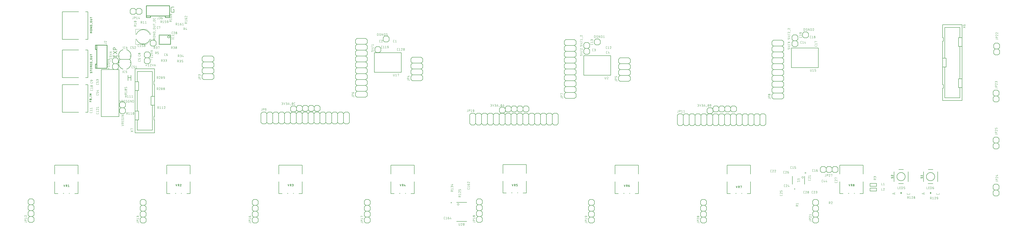
<source format=gbr>
G04 EAGLE Gerber RS-274X export*
G75*
%MOMM*%
%FSLAX34Y34*%
%LPD*%
%INSilkscreen Top*%
%IPPOS*%
%AMOC8*
5,1,8,0,0,1.08239X$1,22.5*%
G01*
%ADD10C,0.203200*%
%ADD11C,0.152400*%
%ADD12C,0.101600*%
%ADD13C,0.127000*%
%ADD14C,0.076200*%
%ADD15C,0.010159*%
%ADD16C,0.254000*%
%ADD17C,0.050800*%
%ADD18C,0.200000*%
%ADD19R,0.500000X0.500000*%

G36*
X3366772Y178691D02*
X3366772Y178691D01*
X3366774Y178690D01*
X3366817Y178710D01*
X3366861Y178728D01*
X3366861Y178730D01*
X3366863Y178731D01*
X3366896Y178816D01*
X3366896Y181356D01*
X3366895Y181358D01*
X3366896Y181360D01*
X3366876Y181403D01*
X3366858Y181447D01*
X3366856Y181447D01*
X3366855Y181449D01*
X3366770Y181482D01*
X3362960Y181482D01*
X3362958Y181481D01*
X3362956Y181482D01*
X3362913Y181462D01*
X3362869Y181444D01*
X3362869Y181442D01*
X3362867Y181441D01*
X3362834Y181356D01*
X3362834Y178816D01*
X3362835Y178814D01*
X3362834Y178812D01*
X3362854Y178769D01*
X3362872Y178725D01*
X3362874Y178725D01*
X3362875Y178723D01*
X3362960Y178690D01*
X3366770Y178690D01*
X3366772Y178691D01*
G37*
D10*
X688284Y956338D02*
X692178Y956338D01*
X692178Y943356D01*
X684389Y943356D01*
X684246Y943358D01*
X684103Y943364D01*
X683960Y943374D01*
X683818Y943388D01*
X683676Y943405D01*
X683534Y943427D01*
X683393Y943452D01*
X683253Y943482D01*
X683114Y943515D01*
X682976Y943552D01*
X682839Y943593D01*
X682703Y943637D01*
X682568Y943686D01*
X682435Y943738D01*
X682303Y943793D01*
X682173Y943853D01*
X682044Y943916D01*
X681917Y943982D01*
X681793Y944052D01*
X681670Y944125D01*
X681549Y944202D01*
X681430Y944282D01*
X681314Y944365D01*
X681199Y944451D01*
X681088Y944540D01*
X680978Y944633D01*
X680872Y944728D01*
X680768Y944827D01*
X680667Y944928D01*
X680568Y945032D01*
X680473Y945138D01*
X680380Y945248D01*
X680291Y945359D01*
X680205Y945474D01*
X680122Y945590D01*
X680042Y945709D01*
X679965Y945830D01*
X679892Y945953D01*
X679822Y946077D01*
X679756Y946204D01*
X679693Y946333D01*
X679633Y946463D01*
X679578Y946595D01*
X679526Y946728D01*
X679477Y946863D01*
X679433Y946999D01*
X679392Y947136D01*
X679355Y947274D01*
X679322Y947413D01*
X679292Y947553D01*
X679267Y947694D01*
X679245Y947836D01*
X679228Y947978D01*
X679214Y948120D01*
X679204Y948263D01*
X679198Y948406D01*
X679196Y948549D01*
X679196Y961531D01*
X679198Y961674D01*
X679204Y961817D01*
X679214Y961960D01*
X679228Y962102D01*
X679245Y962244D01*
X679267Y962386D01*
X679292Y962527D01*
X679322Y962667D01*
X679355Y962806D01*
X679392Y962944D01*
X679433Y963081D01*
X679477Y963217D01*
X679526Y963352D01*
X679578Y963485D01*
X679633Y963617D01*
X679693Y963747D01*
X679756Y963876D01*
X679822Y964003D01*
X679892Y964127D01*
X679965Y964250D01*
X680042Y964371D01*
X680122Y964490D01*
X680205Y964606D01*
X680291Y964721D01*
X680380Y964832D01*
X680473Y964942D01*
X680568Y965048D01*
X680667Y965152D01*
X680768Y965253D01*
X680872Y965352D01*
X680978Y965447D01*
X681088Y965540D01*
X681199Y965629D01*
X681314Y965715D01*
X681430Y965798D01*
X681549Y965878D01*
X681670Y965955D01*
X681792Y966028D01*
X681917Y966098D01*
X682044Y966164D01*
X682173Y966227D01*
X682303Y966287D01*
X682435Y966342D01*
X682568Y966394D01*
X682703Y966443D01*
X682839Y966487D01*
X682976Y966528D01*
X683114Y966565D01*
X683253Y966598D01*
X683393Y966628D01*
X683534Y966653D01*
X683676Y966675D01*
X683818Y966692D01*
X683960Y966706D01*
X684103Y966716D01*
X684246Y966722D01*
X684389Y966724D01*
X692178Y966724D01*
X493776Y672084D02*
X493776Y648716D01*
X493776Y661698D02*
X506758Y661698D01*
X506758Y672084D02*
X506758Y648716D01*
D11*
X446278Y752602D02*
X446278Y759827D01*
X446278Y752602D02*
X430022Y752602D01*
X430022Y759827D01*
X437247Y758021D02*
X437247Y752602D01*
X446278Y764695D02*
X430022Y775532D01*
X430022Y764695D02*
X446278Y775532D01*
X446278Y781962D02*
X430022Y781962D01*
X430022Y786477D01*
X430024Y786610D01*
X430030Y786742D01*
X430040Y786874D01*
X430053Y787006D01*
X430071Y787138D01*
X430092Y787268D01*
X430117Y787399D01*
X430146Y787528D01*
X430179Y787656D01*
X430215Y787784D01*
X430255Y787910D01*
X430299Y788035D01*
X430347Y788159D01*
X430398Y788281D01*
X430453Y788402D01*
X430511Y788521D01*
X430573Y788639D01*
X430638Y788754D01*
X430707Y788868D01*
X430778Y788979D01*
X430854Y789088D01*
X430932Y789195D01*
X431013Y789300D01*
X431098Y789402D01*
X431185Y789502D01*
X431275Y789599D01*
X431368Y789694D01*
X431464Y789785D01*
X431562Y789874D01*
X431663Y789960D01*
X431767Y790043D01*
X431873Y790123D01*
X431981Y790199D01*
X432091Y790273D01*
X432204Y790343D01*
X432318Y790410D01*
X432435Y790473D01*
X432553Y790533D01*
X432673Y790590D01*
X432795Y790643D01*
X432918Y790692D01*
X433042Y790738D01*
X433168Y790780D01*
X433295Y790818D01*
X433423Y790853D01*
X433552Y790884D01*
X433681Y790911D01*
X433812Y790934D01*
X433943Y790954D01*
X434075Y790969D01*
X434207Y790981D01*
X434339Y790989D01*
X434472Y790993D01*
X434604Y790993D01*
X434737Y790989D01*
X434869Y790981D01*
X435001Y790969D01*
X435133Y790954D01*
X435264Y790934D01*
X435395Y790911D01*
X435524Y790884D01*
X435653Y790853D01*
X435781Y790818D01*
X435908Y790780D01*
X436034Y790738D01*
X436158Y790692D01*
X436281Y790643D01*
X436403Y790590D01*
X436523Y790533D01*
X436641Y790473D01*
X436758Y790410D01*
X436872Y790343D01*
X436985Y790273D01*
X437095Y790199D01*
X437203Y790123D01*
X437309Y790043D01*
X437413Y789960D01*
X437514Y789874D01*
X437612Y789785D01*
X437708Y789694D01*
X437801Y789599D01*
X437891Y789502D01*
X437978Y789402D01*
X438063Y789300D01*
X438144Y789195D01*
X438222Y789088D01*
X438298Y788979D01*
X438369Y788868D01*
X438438Y788754D01*
X438503Y788639D01*
X438565Y788521D01*
X438623Y788402D01*
X438678Y788281D01*
X438729Y788159D01*
X438777Y788035D01*
X438821Y787910D01*
X438861Y787784D01*
X438897Y787656D01*
X438930Y787528D01*
X438959Y787399D01*
X438984Y787268D01*
X439005Y787138D01*
X439023Y787006D01*
X439036Y786874D01*
X439046Y786742D01*
X439052Y786610D01*
X439054Y786477D01*
X439053Y786477D02*
X439053Y781962D01*
D12*
X3394928Y231140D02*
X3394930Y231259D01*
X3394936Y231379D01*
X3394946Y231498D01*
X3394960Y231616D01*
X3394978Y231734D01*
X3394999Y231852D01*
X3395025Y231968D01*
X3395054Y232084D01*
X3395088Y232199D01*
X3395125Y232312D01*
X3395166Y232424D01*
X3395210Y232535D01*
X3395258Y232645D01*
X3395310Y232752D01*
X3395365Y232858D01*
X3395424Y232962D01*
X3395487Y233064D01*
X3395552Y233163D01*
X3395621Y233261D01*
X3395693Y233356D01*
X3395768Y233449D01*
X3395847Y233539D01*
X3395928Y233627D01*
X3396012Y233711D01*
X3396099Y233793D01*
X3396188Y233872D01*
X3396280Y233948D01*
X3396375Y234021D01*
X3396472Y234091D01*
X3396571Y234157D01*
X3396673Y234220D01*
X3396776Y234280D01*
X3396881Y234336D01*
X3396988Y234389D01*
X3397097Y234438D01*
X3397208Y234484D01*
X3397320Y234525D01*
X3397433Y234563D01*
X3397547Y234598D01*
X3397663Y234628D01*
X3397779Y234655D01*
X3397896Y234677D01*
X3398014Y234696D01*
X3398133Y234711D01*
X3398252Y234722D01*
X3398371Y234729D01*
X3398490Y234732D01*
X3398610Y234731D01*
X3398729Y234726D01*
X3398848Y234717D01*
X3398967Y234704D01*
X3399085Y234687D01*
X3399202Y234667D01*
X3399319Y234642D01*
X3399435Y234613D01*
X3399550Y234581D01*
X3399664Y234545D01*
X3399777Y234505D01*
X3399888Y234461D01*
X3399997Y234414D01*
X3400105Y234363D01*
X3400212Y234309D01*
X3400316Y234251D01*
X3400418Y234189D01*
X3400519Y234125D01*
X3400617Y234056D01*
X3400713Y233985D01*
X3400806Y233911D01*
X3400897Y233833D01*
X3400985Y233753D01*
X3401070Y233669D01*
X3401153Y233583D01*
X3401233Y233494D01*
X3401310Y233403D01*
X3401383Y233309D01*
X3401454Y233212D01*
X3401521Y233114D01*
X3401585Y233013D01*
X3401646Y232910D01*
X3401703Y232805D01*
X3401756Y232699D01*
X3401806Y232590D01*
X3401853Y232480D01*
X3401895Y232369D01*
X3401934Y232256D01*
X3401970Y232142D01*
X3402001Y232026D01*
X3402028Y231910D01*
X3402052Y231793D01*
X3402072Y231675D01*
X3402088Y231557D01*
X3402100Y231438D01*
X3402108Y231319D01*
X3402112Y231200D01*
X3402112Y231080D01*
X3402108Y230961D01*
X3402100Y230842D01*
X3402088Y230723D01*
X3402072Y230605D01*
X3402052Y230487D01*
X3402028Y230370D01*
X3402001Y230254D01*
X3401970Y230138D01*
X3401934Y230024D01*
X3401895Y229911D01*
X3401853Y229800D01*
X3401806Y229690D01*
X3401756Y229581D01*
X3401703Y229475D01*
X3401646Y229370D01*
X3401585Y229267D01*
X3401521Y229166D01*
X3401454Y229068D01*
X3401383Y228971D01*
X3401310Y228877D01*
X3401233Y228786D01*
X3401153Y228697D01*
X3401070Y228611D01*
X3400985Y228527D01*
X3400897Y228447D01*
X3400806Y228369D01*
X3400713Y228295D01*
X3400617Y228224D01*
X3400519Y228155D01*
X3400418Y228091D01*
X3400316Y228029D01*
X3400212Y227971D01*
X3400105Y227917D01*
X3399997Y227866D01*
X3399888Y227819D01*
X3399777Y227775D01*
X3399664Y227735D01*
X3399550Y227699D01*
X3399435Y227667D01*
X3399319Y227638D01*
X3399202Y227613D01*
X3399085Y227593D01*
X3398967Y227576D01*
X3398848Y227563D01*
X3398729Y227554D01*
X3398610Y227549D01*
X3398490Y227548D01*
X3398371Y227551D01*
X3398252Y227558D01*
X3398133Y227569D01*
X3398014Y227584D01*
X3397896Y227603D01*
X3397779Y227625D01*
X3397663Y227652D01*
X3397547Y227682D01*
X3397433Y227717D01*
X3397320Y227755D01*
X3397208Y227796D01*
X3397097Y227842D01*
X3396988Y227891D01*
X3396881Y227944D01*
X3396776Y228000D01*
X3396673Y228060D01*
X3396571Y228123D01*
X3396472Y228189D01*
X3396375Y228259D01*
X3396280Y228332D01*
X3396188Y228408D01*
X3396099Y228487D01*
X3396012Y228569D01*
X3395928Y228653D01*
X3395847Y228741D01*
X3395768Y228831D01*
X3395693Y228924D01*
X3395621Y229019D01*
X3395552Y229117D01*
X3395487Y229216D01*
X3395424Y229318D01*
X3395365Y229422D01*
X3395310Y229528D01*
X3395258Y229635D01*
X3395210Y229745D01*
X3395166Y229856D01*
X3395125Y229968D01*
X3395088Y230081D01*
X3395054Y230196D01*
X3395025Y230312D01*
X3394999Y230428D01*
X3394978Y230546D01*
X3394960Y230664D01*
X3394946Y230782D01*
X3394936Y230901D01*
X3394930Y231021D01*
X3394928Y231140D01*
X1911568Y114300D02*
X1911570Y114419D01*
X1911576Y114539D01*
X1911586Y114658D01*
X1911600Y114776D01*
X1911618Y114894D01*
X1911639Y115012D01*
X1911665Y115128D01*
X1911694Y115244D01*
X1911728Y115359D01*
X1911765Y115472D01*
X1911806Y115584D01*
X1911850Y115695D01*
X1911898Y115805D01*
X1911950Y115912D01*
X1912005Y116018D01*
X1912064Y116122D01*
X1912127Y116224D01*
X1912192Y116323D01*
X1912261Y116421D01*
X1912333Y116516D01*
X1912408Y116609D01*
X1912487Y116699D01*
X1912568Y116787D01*
X1912652Y116871D01*
X1912739Y116953D01*
X1912828Y117032D01*
X1912920Y117108D01*
X1913015Y117181D01*
X1913112Y117251D01*
X1913211Y117317D01*
X1913313Y117380D01*
X1913416Y117440D01*
X1913521Y117496D01*
X1913628Y117549D01*
X1913737Y117598D01*
X1913848Y117644D01*
X1913960Y117685D01*
X1914073Y117723D01*
X1914187Y117758D01*
X1914303Y117788D01*
X1914419Y117815D01*
X1914536Y117837D01*
X1914654Y117856D01*
X1914773Y117871D01*
X1914892Y117882D01*
X1915011Y117889D01*
X1915130Y117892D01*
X1915250Y117891D01*
X1915369Y117886D01*
X1915488Y117877D01*
X1915607Y117864D01*
X1915725Y117847D01*
X1915842Y117827D01*
X1915959Y117802D01*
X1916075Y117773D01*
X1916190Y117741D01*
X1916304Y117705D01*
X1916417Y117665D01*
X1916528Y117621D01*
X1916637Y117574D01*
X1916745Y117523D01*
X1916852Y117469D01*
X1916956Y117411D01*
X1917058Y117349D01*
X1917159Y117285D01*
X1917257Y117216D01*
X1917353Y117145D01*
X1917446Y117071D01*
X1917537Y116993D01*
X1917625Y116913D01*
X1917710Y116829D01*
X1917793Y116743D01*
X1917873Y116654D01*
X1917950Y116563D01*
X1918023Y116469D01*
X1918094Y116372D01*
X1918161Y116274D01*
X1918225Y116173D01*
X1918286Y116070D01*
X1918343Y115965D01*
X1918396Y115859D01*
X1918446Y115750D01*
X1918493Y115640D01*
X1918535Y115529D01*
X1918574Y115416D01*
X1918610Y115302D01*
X1918641Y115186D01*
X1918668Y115070D01*
X1918692Y114953D01*
X1918712Y114835D01*
X1918728Y114717D01*
X1918740Y114598D01*
X1918748Y114479D01*
X1918752Y114360D01*
X1918752Y114240D01*
X1918748Y114121D01*
X1918740Y114002D01*
X1918728Y113883D01*
X1918712Y113765D01*
X1918692Y113647D01*
X1918668Y113530D01*
X1918641Y113414D01*
X1918610Y113298D01*
X1918574Y113184D01*
X1918535Y113071D01*
X1918493Y112960D01*
X1918446Y112850D01*
X1918396Y112741D01*
X1918343Y112635D01*
X1918286Y112530D01*
X1918225Y112427D01*
X1918161Y112326D01*
X1918094Y112228D01*
X1918023Y112131D01*
X1917950Y112037D01*
X1917873Y111946D01*
X1917793Y111857D01*
X1917710Y111771D01*
X1917625Y111687D01*
X1917537Y111607D01*
X1917446Y111529D01*
X1917353Y111455D01*
X1917257Y111384D01*
X1917159Y111315D01*
X1917058Y111251D01*
X1916956Y111189D01*
X1916852Y111131D01*
X1916745Y111077D01*
X1916637Y111026D01*
X1916528Y110979D01*
X1916417Y110935D01*
X1916304Y110895D01*
X1916190Y110859D01*
X1916075Y110827D01*
X1915959Y110798D01*
X1915842Y110773D01*
X1915725Y110753D01*
X1915607Y110736D01*
X1915488Y110723D01*
X1915369Y110714D01*
X1915250Y110709D01*
X1915130Y110708D01*
X1915011Y110711D01*
X1914892Y110718D01*
X1914773Y110729D01*
X1914654Y110744D01*
X1914536Y110763D01*
X1914419Y110785D01*
X1914303Y110812D01*
X1914187Y110842D01*
X1914073Y110877D01*
X1913960Y110915D01*
X1913848Y110956D01*
X1913737Y111002D01*
X1913628Y111051D01*
X1913521Y111104D01*
X1913416Y111160D01*
X1913313Y111220D01*
X1913211Y111283D01*
X1913112Y111349D01*
X1913015Y111419D01*
X1912920Y111492D01*
X1912828Y111568D01*
X1912739Y111647D01*
X1912652Y111729D01*
X1912568Y111813D01*
X1912487Y111901D01*
X1912408Y111991D01*
X1912333Y112084D01*
X1912261Y112179D01*
X1912192Y112277D01*
X1912127Y112376D01*
X1912064Y112478D01*
X1912005Y112582D01*
X1911950Y112688D01*
X1911898Y112795D01*
X1911850Y112905D01*
X1911806Y113016D01*
X1911765Y113128D01*
X1911728Y113241D01*
X1911694Y113356D01*
X1911665Y113472D01*
X1911639Y113588D01*
X1911618Y113706D01*
X1911600Y113824D01*
X1911586Y113942D01*
X1911576Y114061D01*
X1911570Y114181D01*
X1911568Y114300D01*
D11*
X863600Y659130D02*
X857250Y652780D01*
X863600Y671830D02*
X857250Y678180D01*
X863600Y684530D01*
X863600Y697230D02*
X857250Y703580D01*
X863600Y709930D01*
X863600Y722630D02*
X857250Y728980D01*
X857250Y652780D02*
X819150Y652780D01*
X812800Y659130D01*
X812800Y671830D01*
X819150Y678180D01*
X812800Y684530D01*
X812800Y697230D01*
X819150Y703580D01*
X812800Y709930D01*
X812800Y722630D01*
X819150Y728980D01*
X819150Y678180D02*
X857250Y678180D01*
X857250Y703580D02*
X819150Y703580D01*
X819150Y728980D02*
X857250Y728980D01*
X863600Y722630D02*
X863600Y709930D01*
X863600Y697230D02*
X863600Y684530D01*
X863600Y671830D02*
X863600Y659130D01*
X857250Y728980D02*
X863600Y735330D01*
X863600Y748030D02*
X857250Y754380D01*
X819150Y728980D02*
X812800Y735330D01*
X812800Y748030D01*
X819150Y754380D01*
X857250Y754380D01*
X863600Y748030D02*
X863600Y735330D01*
D12*
X803910Y656336D02*
X796798Y656336D01*
X803910Y656336D02*
X803999Y656334D01*
X804087Y656328D01*
X804175Y656319D01*
X804263Y656305D01*
X804350Y656288D01*
X804436Y656267D01*
X804521Y656242D01*
X804605Y656213D01*
X804688Y656181D01*
X804769Y656146D01*
X804848Y656106D01*
X804926Y656064D01*
X805002Y656018D01*
X805076Y655969D01*
X805147Y655916D01*
X805216Y655861D01*
X805283Y655802D01*
X805347Y655741D01*
X805408Y655677D01*
X805467Y655610D01*
X805522Y655541D01*
X805575Y655470D01*
X805624Y655396D01*
X805670Y655320D01*
X805712Y655242D01*
X805752Y655163D01*
X805787Y655082D01*
X805819Y654999D01*
X805848Y654915D01*
X805873Y654830D01*
X805894Y654744D01*
X805911Y654657D01*
X805925Y654569D01*
X805934Y654481D01*
X805940Y654393D01*
X805942Y654304D01*
X805942Y653288D01*
X805942Y661120D02*
X796798Y661120D01*
X796798Y663660D01*
X796800Y663760D01*
X796806Y663859D01*
X796816Y663959D01*
X796829Y664057D01*
X796847Y664156D01*
X796868Y664253D01*
X796893Y664349D01*
X796922Y664445D01*
X796955Y664539D01*
X796991Y664632D01*
X797031Y664723D01*
X797075Y664813D01*
X797122Y664901D01*
X797172Y664987D01*
X797226Y665071D01*
X797283Y665153D01*
X797343Y665232D01*
X797407Y665310D01*
X797473Y665384D01*
X797542Y665456D01*
X797614Y665525D01*
X797688Y665591D01*
X797766Y665655D01*
X797845Y665715D01*
X797927Y665772D01*
X798011Y665826D01*
X798097Y665876D01*
X798185Y665923D01*
X798275Y665967D01*
X798366Y666007D01*
X798459Y666043D01*
X798553Y666076D01*
X798649Y666105D01*
X798745Y666130D01*
X798842Y666151D01*
X798941Y666169D01*
X799039Y666182D01*
X799139Y666192D01*
X799238Y666198D01*
X799338Y666200D01*
X799438Y666198D01*
X799537Y666192D01*
X799637Y666182D01*
X799735Y666169D01*
X799834Y666151D01*
X799931Y666130D01*
X800027Y666105D01*
X800123Y666076D01*
X800217Y666043D01*
X800310Y666007D01*
X800401Y665967D01*
X800491Y665923D01*
X800579Y665876D01*
X800665Y665826D01*
X800749Y665772D01*
X800831Y665715D01*
X800910Y665655D01*
X800988Y665591D01*
X801062Y665525D01*
X801134Y665456D01*
X801203Y665384D01*
X801269Y665310D01*
X801333Y665232D01*
X801393Y665153D01*
X801450Y665071D01*
X801504Y664987D01*
X801554Y664901D01*
X801601Y664813D01*
X801645Y664723D01*
X801685Y664632D01*
X801721Y664539D01*
X801754Y664445D01*
X801783Y664349D01*
X801808Y664253D01*
X801829Y664156D01*
X801847Y664057D01*
X801860Y663959D01*
X801870Y663859D01*
X801876Y663760D01*
X801878Y663660D01*
X801878Y661120D01*
X805942Y669807D02*
X805942Y672347D01*
X805940Y672447D01*
X805934Y672546D01*
X805924Y672646D01*
X805911Y672744D01*
X805893Y672843D01*
X805872Y672940D01*
X805847Y673036D01*
X805818Y673132D01*
X805785Y673226D01*
X805749Y673319D01*
X805709Y673410D01*
X805665Y673500D01*
X805618Y673588D01*
X805568Y673674D01*
X805514Y673758D01*
X805457Y673840D01*
X805397Y673919D01*
X805333Y673997D01*
X805267Y674071D01*
X805198Y674143D01*
X805126Y674212D01*
X805052Y674278D01*
X804974Y674342D01*
X804895Y674402D01*
X804813Y674459D01*
X804729Y674513D01*
X804643Y674563D01*
X804555Y674610D01*
X804465Y674654D01*
X804374Y674694D01*
X804281Y674730D01*
X804187Y674763D01*
X804091Y674792D01*
X803995Y674817D01*
X803898Y674838D01*
X803799Y674856D01*
X803701Y674869D01*
X803601Y674879D01*
X803502Y674885D01*
X803402Y674887D01*
X803302Y674885D01*
X803203Y674879D01*
X803103Y674869D01*
X803005Y674856D01*
X802906Y674838D01*
X802809Y674817D01*
X802713Y674792D01*
X802617Y674763D01*
X802523Y674730D01*
X802430Y674694D01*
X802339Y674654D01*
X802249Y674610D01*
X802161Y674563D01*
X802075Y674513D01*
X801991Y674459D01*
X801909Y674402D01*
X801830Y674342D01*
X801752Y674278D01*
X801678Y674212D01*
X801606Y674143D01*
X801537Y674071D01*
X801471Y673997D01*
X801407Y673919D01*
X801347Y673840D01*
X801290Y673758D01*
X801236Y673674D01*
X801186Y673588D01*
X801139Y673500D01*
X801095Y673410D01*
X801055Y673319D01*
X801019Y673226D01*
X800986Y673132D01*
X800957Y673036D01*
X800932Y672940D01*
X800911Y672843D01*
X800893Y672744D01*
X800880Y672646D01*
X800870Y672546D01*
X800864Y672447D01*
X800862Y672347D01*
X796798Y672855D02*
X796798Y669807D01*
X796798Y672855D02*
X796800Y672944D01*
X796806Y673032D01*
X796815Y673120D01*
X796829Y673208D01*
X796846Y673295D01*
X796867Y673381D01*
X796892Y673466D01*
X796921Y673550D01*
X796953Y673633D01*
X796988Y673714D01*
X797028Y673793D01*
X797070Y673871D01*
X797116Y673947D01*
X797165Y674021D01*
X797218Y674092D01*
X797273Y674161D01*
X797332Y674228D01*
X797393Y674292D01*
X797457Y674353D01*
X797524Y674412D01*
X797593Y674467D01*
X797664Y674520D01*
X797738Y674569D01*
X797814Y674615D01*
X797892Y674657D01*
X797971Y674697D01*
X798052Y674732D01*
X798135Y674764D01*
X798219Y674793D01*
X798304Y674818D01*
X798390Y674839D01*
X798477Y674856D01*
X798565Y674870D01*
X798653Y674879D01*
X798741Y674885D01*
X798830Y674887D01*
X798919Y674885D01*
X799007Y674879D01*
X799095Y674870D01*
X799183Y674856D01*
X799270Y674839D01*
X799356Y674818D01*
X799441Y674793D01*
X799525Y674764D01*
X799608Y674732D01*
X799689Y674697D01*
X799768Y674657D01*
X799846Y674615D01*
X799922Y674569D01*
X799996Y674520D01*
X800067Y674467D01*
X800136Y674412D01*
X800203Y674353D01*
X800267Y674292D01*
X800328Y674228D01*
X800387Y674161D01*
X800442Y674092D01*
X800495Y674021D01*
X800544Y673947D01*
X800590Y673871D01*
X800632Y673793D01*
X800672Y673714D01*
X800707Y673633D01*
X800739Y673550D01*
X800768Y673466D01*
X800793Y673381D01*
X800814Y673295D01*
X800831Y673208D01*
X800845Y673120D01*
X800854Y673032D01*
X800860Y672944D01*
X800862Y672855D01*
X800862Y670823D01*
D11*
X1756410Y647700D02*
X1762760Y654050D01*
X1762760Y666750D02*
X1756410Y673100D01*
X1762760Y679450D01*
X1762760Y692150D02*
X1756410Y698500D01*
X1762760Y704850D01*
X1762760Y717550D02*
X1756410Y723900D01*
X1756410Y647700D02*
X1718310Y647700D01*
X1711960Y654050D01*
X1711960Y666750D01*
X1718310Y673100D01*
X1711960Y679450D01*
X1711960Y692150D01*
X1718310Y698500D01*
X1711960Y704850D01*
X1711960Y717550D01*
X1718310Y723900D01*
X1718310Y673100D02*
X1756410Y673100D01*
X1756410Y698500D02*
X1718310Y698500D01*
X1718310Y723900D02*
X1756410Y723900D01*
X1762760Y717550D02*
X1762760Y704850D01*
X1762760Y692150D02*
X1762760Y679450D01*
X1762760Y666750D02*
X1762760Y654050D01*
X1756410Y723900D02*
X1762760Y730250D01*
X1762760Y742950D02*
X1756410Y749300D01*
X1718310Y723900D02*
X1711960Y730250D01*
X1711960Y742950D01*
X1718310Y749300D01*
X1756410Y749300D01*
X1762760Y742950D02*
X1762760Y730250D01*
D12*
X1703070Y651256D02*
X1695958Y651256D01*
X1703070Y651256D02*
X1703159Y651254D01*
X1703247Y651248D01*
X1703335Y651239D01*
X1703423Y651225D01*
X1703510Y651208D01*
X1703596Y651187D01*
X1703681Y651162D01*
X1703765Y651133D01*
X1703848Y651101D01*
X1703929Y651066D01*
X1704008Y651026D01*
X1704086Y650984D01*
X1704162Y650938D01*
X1704236Y650889D01*
X1704307Y650836D01*
X1704376Y650781D01*
X1704443Y650722D01*
X1704507Y650661D01*
X1704568Y650597D01*
X1704627Y650530D01*
X1704682Y650461D01*
X1704735Y650390D01*
X1704784Y650316D01*
X1704830Y650240D01*
X1704872Y650162D01*
X1704912Y650083D01*
X1704947Y650002D01*
X1704979Y649919D01*
X1705008Y649835D01*
X1705033Y649750D01*
X1705054Y649664D01*
X1705071Y649577D01*
X1705085Y649489D01*
X1705094Y649401D01*
X1705100Y649313D01*
X1705102Y649224D01*
X1705102Y648208D01*
X1705102Y656040D02*
X1695958Y656040D01*
X1695958Y658580D01*
X1695960Y658680D01*
X1695966Y658779D01*
X1695976Y658879D01*
X1695989Y658977D01*
X1696007Y659076D01*
X1696028Y659173D01*
X1696053Y659269D01*
X1696082Y659365D01*
X1696115Y659459D01*
X1696151Y659552D01*
X1696191Y659643D01*
X1696235Y659733D01*
X1696282Y659821D01*
X1696332Y659907D01*
X1696386Y659991D01*
X1696443Y660073D01*
X1696503Y660152D01*
X1696567Y660230D01*
X1696633Y660304D01*
X1696702Y660376D01*
X1696774Y660445D01*
X1696848Y660511D01*
X1696926Y660575D01*
X1697005Y660635D01*
X1697087Y660692D01*
X1697171Y660746D01*
X1697257Y660796D01*
X1697345Y660843D01*
X1697435Y660887D01*
X1697526Y660927D01*
X1697619Y660963D01*
X1697713Y660996D01*
X1697809Y661025D01*
X1697905Y661050D01*
X1698002Y661071D01*
X1698101Y661089D01*
X1698199Y661102D01*
X1698299Y661112D01*
X1698398Y661118D01*
X1698498Y661120D01*
X1698598Y661118D01*
X1698697Y661112D01*
X1698797Y661102D01*
X1698895Y661089D01*
X1698994Y661071D01*
X1699091Y661050D01*
X1699187Y661025D01*
X1699283Y660996D01*
X1699377Y660963D01*
X1699470Y660927D01*
X1699561Y660887D01*
X1699651Y660843D01*
X1699739Y660796D01*
X1699825Y660746D01*
X1699909Y660692D01*
X1699991Y660635D01*
X1700070Y660575D01*
X1700148Y660511D01*
X1700222Y660445D01*
X1700294Y660376D01*
X1700363Y660304D01*
X1700429Y660230D01*
X1700493Y660152D01*
X1700553Y660073D01*
X1700610Y659991D01*
X1700664Y659907D01*
X1700714Y659821D01*
X1700761Y659733D01*
X1700805Y659643D01*
X1700845Y659552D01*
X1700881Y659459D01*
X1700914Y659365D01*
X1700943Y659269D01*
X1700968Y659173D01*
X1700989Y659076D01*
X1701007Y658977D01*
X1701020Y658879D01*
X1701030Y658779D01*
X1701036Y658680D01*
X1701038Y658580D01*
X1701038Y656040D01*
X1703070Y664727D02*
X1695958Y666759D01*
X1703070Y664727D02*
X1703070Y669807D01*
X1701038Y668283D02*
X1705102Y668283D01*
D11*
X2650490Y645160D02*
X2656840Y651510D01*
X2656840Y664210D02*
X2650490Y670560D01*
X2656840Y676910D01*
X2656840Y689610D02*
X2650490Y695960D01*
X2656840Y702310D01*
X2656840Y715010D02*
X2650490Y721360D01*
X2650490Y645160D02*
X2612390Y645160D01*
X2606040Y651510D01*
X2606040Y664210D01*
X2612390Y670560D01*
X2606040Y676910D01*
X2606040Y689610D01*
X2612390Y695960D01*
X2606040Y702310D01*
X2606040Y715010D01*
X2612390Y721360D01*
X2612390Y670560D02*
X2650490Y670560D01*
X2650490Y695960D02*
X2612390Y695960D01*
X2612390Y721360D02*
X2650490Y721360D01*
X2656840Y715010D02*
X2656840Y702310D01*
X2656840Y689610D02*
X2656840Y676910D01*
X2656840Y664210D02*
X2656840Y651510D01*
X2650490Y721360D02*
X2656840Y727710D01*
X2656840Y740410D02*
X2650490Y746760D01*
X2612390Y721360D02*
X2606040Y727710D01*
X2606040Y740410D01*
X2612390Y746760D01*
X2650490Y746760D01*
X2656840Y740410D02*
X2656840Y727710D01*
D12*
X2597150Y648716D02*
X2590038Y648716D01*
X2597150Y648716D02*
X2597239Y648714D01*
X2597327Y648708D01*
X2597415Y648699D01*
X2597503Y648685D01*
X2597590Y648668D01*
X2597676Y648647D01*
X2597761Y648622D01*
X2597845Y648593D01*
X2597928Y648561D01*
X2598009Y648526D01*
X2598088Y648486D01*
X2598166Y648444D01*
X2598242Y648398D01*
X2598316Y648349D01*
X2598387Y648296D01*
X2598456Y648241D01*
X2598523Y648182D01*
X2598587Y648121D01*
X2598648Y648057D01*
X2598707Y647990D01*
X2598762Y647921D01*
X2598815Y647850D01*
X2598864Y647776D01*
X2598910Y647700D01*
X2598952Y647622D01*
X2598992Y647543D01*
X2599027Y647462D01*
X2599059Y647379D01*
X2599088Y647295D01*
X2599113Y647210D01*
X2599134Y647124D01*
X2599151Y647037D01*
X2599165Y646949D01*
X2599174Y646861D01*
X2599180Y646773D01*
X2599182Y646684D01*
X2599182Y645668D01*
X2599182Y653500D02*
X2590038Y653500D01*
X2590038Y656040D01*
X2590040Y656140D01*
X2590046Y656239D01*
X2590056Y656339D01*
X2590069Y656437D01*
X2590087Y656536D01*
X2590108Y656633D01*
X2590133Y656729D01*
X2590162Y656825D01*
X2590195Y656919D01*
X2590231Y657012D01*
X2590271Y657103D01*
X2590315Y657193D01*
X2590362Y657281D01*
X2590412Y657367D01*
X2590466Y657451D01*
X2590523Y657533D01*
X2590583Y657612D01*
X2590647Y657690D01*
X2590713Y657764D01*
X2590782Y657836D01*
X2590854Y657905D01*
X2590928Y657971D01*
X2591006Y658035D01*
X2591085Y658095D01*
X2591167Y658152D01*
X2591251Y658206D01*
X2591337Y658256D01*
X2591425Y658303D01*
X2591515Y658347D01*
X2591606Y658387D01*
X2591699Y658423D01*
X2591793Y658456D01*
X2591889Y658485D01*
X2591985Y658510D01*
X2592082Y658531D01*
X2592181Y658549D01*
X2592279Y658562D01*
X2592379Y658572D01*
X2592478Y658578D01*
X2592578Y658580D01*
X2592678Y658578D01*
X2592777Y658572D01*
X2592877Y658562D01*
X2592975Y658549D01*
X2593074Y658531D01*
X2593171Y658510D01*
X2593267Y658485D01*
X2593363Y658456D01*
X2593457Y658423D01*
X2593550Y658387D01*
X2593641Y658347D01*
X2593731Y658303D01*
X2593819Y658256D01*
X2593905Y658206D01*
X2593989Y658152D01*
X2594071Y658095D01*
X2594150Y658035D01*
X2594228Y657971D01*
X2594302Y657905D01*
X2594374Y657836D01*
X2594443Y657764D01*
X2594509Y657690D01*
X2594573Y657612D01*
X2594633Y657533D01*
X2594690Y657451D01*
X2594744Y657367D01*
X2594794Y657281D01*
X2594841Y657193D01*
X2594885Y657103D01*
X2594925Y657012D01*
X2594961Y656919D01*
X2594994Y656825D01*
X2595023Y656729D01*
X2595048Y656633D01*
X2595069Y656536D01*
X2595087Y656437D01*
X2595100Y656339D01*
X2595110Y656239D01*
X2595116Y656140D01*
X2595118Y656040D01*
X2595118Y653500D01*
X2599182Y662187D02*
X2599182Y665235D01*
X2599180Y665324D01*
X2599174Y665412D01*
X2599165Y665500D01*
X2599151Y665588D01*
X2599134Y665675D01*
X2599113Y665761D01*
X2599088Y665846D01*
X2599059Y665930D01*
X2599027Y666013D01*
X2598992Y666094D01*
X2598952Y666173D01*
X2598910Y666251D01*
X2598864Y666327D01*
X2598815Y666401D01*
X2598762Y666472D01*
X2598707Y666541D01*
X2598648Y666608D01*
X2598587Y666672D01*
X2598523Y666733D01*
X2598456Y666792D01*
X2598387Y666847D01*
X2598316Y666900D01*
X2598242Y666949D01*
X2598166Y666995D01*
X2598088Y667037D01*
X2598009Y667077D01*
X2597928Y667112D01*
X2597845Y667144D01*
X2597761Y667173D01*
X2597676Y667198D01*
X2597590Y667219D01*
X2597503Y667236D01*
X2597415Y667250D01*
X2597327Y667259D01*
X2597239Y667265D01*
X2597150Y667267D01*
X2596134Y667267D01*
X2596045Y667265D01*
X2595957Y667259D01*
X2595869Y667250D01*
X2595781Y667236D01*
X2595694Y667219D01*
X2595608Y667198D01*
X2595523Y667173D01*
X2595439Y667144D01*
X2595356Y667112D01*
X2595275Y667077D01*
X2595196Y667037D01*
X2595118Y666995D01*
X2595042Y666949D01*
X2594968Y666900D01*
X2594897Y666847D01*
X2594828Y666792D01*
X2594761Y666733D01*
X2594697Y666672D01*
X2594636Y666608D01*
X2594577Y666541D01*
X2594522Y666472D01*
X2594469Y666401D01*
X2594420Y666327D01*
X2594374Y666251D01*
X2594332Y666173D01*
X2594292Y666094D01*
X2594257Y666013D01*
X2594225Y665930D01*
X2594196Y665846D01*
X2594171Y665761D01*
X2594150Y665675D01*
X2594133Y665588D01*
X2594119Y665500D01*
X2594110Y665412D01*
X2594104Y665324D01*
X2594102Y665235D01*
X2594102Y662187D01*
X2590038Y662187D01*
X2590038Y667267D01*
D11*
X1524000Y582930D02*
X1517650Y576580D01*
X1524000Y595630D02*
X1517650Y601980D01*
X1524000Y608330D01*
X1524000Y621030D02*
X1517650Y627380D01*
X1524000Y633730D01*
X1524000Y646430D02*
X1517650Y652780D01*
X1524000Y659130D01*
X1524000Y671830D02*
X1517650Y678180D01*
X1524000Y684530D01*
X1524000Y697230D02*
X1517650Y703580D01*
X1524000Y709930D01*
X1524000Y722630D02*
X1517650Y728980D01*
X1517650Y576580D02*
X1479550Y576580D01*
X1473200Y582930D01*
X1473200Y595630D01*
X1479550Y601980D01*
X1473200Y608330D01*
X1473200Y621030D01*
X1479550Y627380D01*
X1473200Y633730D01*
X1473200Y646430D01*
X1479550Y652780D01*
X1473200Y659130D01*
X1473200Y671830D01*
X1479550Y678180D01*
X1473200Y684530D01*
X1473200Y697230D01*
X1479550Y703580D01*
X1473200Y709930D01*
X1473200Y722630D01*
X1479550Y728980D01*
X1473200Y735330D01*
X1473200Y748030D01*
X1479550Y754380D01*
X1473200Y760730D01*
X1473200Y773430D01*
X1479550Y779780D01*
X1473200Y786130D01*
X1473200Y798830D01*
X1479550Y805180D01*
X1517650Y805180D02*
X1524000Y798830D01*
X1524000Y786130D02*
X1517650Y779780D01*
X1524000Y773430D01*
X1524000Y760730D02*
X1517650Y754380D01*
X1524000Y748030D01*
X1524000Y735330D02*
X1517650Y728980D01*
X1517650Y601980D02*
X1479550Y601980D01*
X1479550Y627380D02*
X1517650Y627380D01*
X1517650Y652780D02*
X1479550Y652780D01*
X1479550Y678180D02*
X1517650Y678180D01*
X1517650Y703580D02*
X1479550Y703580D01*
X1479550Y728980D02*
X1517650Y728980D01*
X1517650Y754380D02*
X1479550Y754380D01*
X1479550Y779780D02*
X1517650Y779780D01*
X1517650Y805180D02*
X1479550Y805180D01*
X1524000Y798830D02*
X1524000Y786130D01*
X1524000Y773430D02*
X1524000Y760730D01*
X1524000Y748030D02*
X1524000Y735330D01*
X1524000Y722630D02*
X1524000Y709930D01*
X1524000Y697230D02*
X1524000Y684530D01*
X1524000Y671830D02*
X1524000Y659130D01*
X1524000Y646430D02*
X1524000Y633730D01*
X1524000Y621030D02*
X1524000Y608330D01*
X1524000Y595630D02*
X1524000Y582930D01*
X1479550Y805180D02*
X1473200Y811530D01*
X1473200Y824230D01*
X1479550Y830580D01*
X1517650Y830580D02*
X1524000Y824230D01*
X1524000Y811530D02*
X1517650Y805180D01*
X1517650Y830580D02*
X1479550Y830580D01*
X1524000Y824230D02*
X1524000Y811530D01*
D12*
X1464310Y580136D02*
X1457198Y580136D01*
X1464310Y580136D02*
X1464399Y580134D01*
X1464487Y580128D01*
X1464575Y580119D01*
X1464663Y580105D01*
X1464750Y580088D01*
X1464836Y580067D01*
X1464921Y580042D01*
X1465005Y580013D01*
X1465088Y579981D01*
X1465169Y579946D01*
X1465248Y579906D01*
X1465326Y579864D01*
X1465402Y579818D01*
X1465476Y579769D01*
X1465547Y579716D01*
X1465616Y579661D01*
X1465683Y579602D01*
X1465747Y579541D01*
X1465808Y579477D01*
X1465867Y579410D01*
X1465922Y579341D01*
X1465975Y579270D01*
X1466024Y579196D01*
X1466070Y579120D01*
X1466112Y579042D01*
X1466152Y578963D01*
X1466187Y578882D01*
X1466219Y578799D01*
X1466248Y578715D01*
X1466273Y578630D01*
X1466294Y578544D01*
X1466311Y578457D01*
X1466325Y578369D01*
X1466334Y578281D01*
X1466340Y578193D01*
X1466342Y578104D01*
X1466342Y577088D01*
X1466342Y584920D02*
X1457198Y584920D01*
X1457198Y587460D01*
X1457200Y587560D01*
X1457206Y587659D01*
X1457216Y587759D01*
X1457229Y587857D01*
X1457247Y587956D01*
X1457268Y588053D01*
X1457293Y588149D01*
X1457322Y588245D01*
X1457355Y588339D01*
X1457391Y588432D01*
X1457431Y588523D01*
X1457475Y588613D01*
X1457522Y588701D01*
X1457572Y588787D01*
X1457626Y588871D01*
X1457683Y588953D01*
X1457743Y589032D01*
X1457807Y589110D01*
X1457873Y589184D01*
X1457942Y589256D01*
X1458014Y589325D01*
X1458088Y589391D01*
X1458166Y589455D01*
X1458245Y589515D01*
X1458327Y589572D01*
X1458411Y589626D01*
X1458497Y589676D01*
X1458585Y589723D01*
X1458675Y589767D01*
X1458766Y589807D01*
X1458859Y589843D01*
X1458953Y589876D01*
X1459049Y589905D01*
X1459145Y589930D01*
X1459242Y589951D01*
X1459341Y589969D01*
X1459439Y589982D01*
X1459539Y589992D01*
X1459638Y589998D01*
X1459738Y590000D01*
X1459838Y589998D01*
X1459937Y589992D01*
X1460037Y589982D01*
X1460135Y589969D01*
X1460234Y589951D01*
X1460331Y589930D01*
X1460427Y589905D01*
X1460523Y589876D01*
X1460617Y589843D01*
X1460710Y589807D01*
X1460801Y589767D01*
X1460891Y589723D01*
X1460979Y589676D01*
X1461065Y589626D01*
X1461149Y589572D01*
X1461231Y589515D01*
X1461310Y589455D01*
X1461388Y589391D01*
X1461462Y589325D01*
X1461534Y589256D01*
X1461603Y589184D01*
X1461669Y589110D01*
X1461733Y589032D01*
X1461793Y588953D01*
X1461850Y588871D01*
X1461904Y588787D01*
X1461954Y588701D01*
X1462001Y588613D01*
X1462045Y588523D01*
X1462085Y588432D01*
X1462121Y588339D01*
X1462154Y588245D01*
X1462183Y588149D01*
X1462208Y588053D01*
X1462229Y587956D01*
X1462247Y587857D01*
X1462260Y587759D01*
X1462270Y587659D01*
X1462276Y587560D01*
X1462278Y587460D01*
X1462278Y584920D01*
X1461262Y593607D02*
X1461262Y596655D01*
X1461264Y596744D01*
X1461270Y596832D01*
X1461279Y596920D01*
X1461293Y597008D01*
X1461310Y597095D01*
X1461331Y597181D01*
X1461356Y597266D01*
X1461385Y597350D01*
X1461417Y597433D01*
X1461452Y597514D01*
X1461492Y597593D01*
X1461534Y597671D01*
X1461580Y597747D01*
X1461629Y597821D01*
X1461682Y597892D01*
X1461737Y597961D01*
X1461796Y598028D01*
X1461857Y598092D01*
X1461921Y598153D01*
X1461988Y598212D01*
X1462057Y598267D01*
X1462128Y598320D01*
X1462202Y598369D01*
X1462278Y598415D01*
X1462356Y598457D01*
X1462435Y598497D01*
X1462516Y598532D01*
X1462599Y598564D01*
X1462683Y598593D01*
X1462768Y598618D01*
X1462854Y598639D01*
X1462941Y598656D01*
X1463029Y598670D01*
X1463117Y598679D01*
X1463205Y598685D01*
X1463294Y598687D01*
X1463802Y598687D01*
X1463902Y598685D01*
X1464001Y598679D01*
X1464101Y598669D01*
X1464199Y598656D01*
X1464298Y598638D01*
X1464395Y598617D01*
X1464491Y598592D01*
X1464587Y598563D01*
X1464681Y598530D01*
X1464774Y598494D01*
X1464865Y598454D01*
X1464955Y598410D01*
X1465043Y598363D01*
X1465129Y598313D01*
X1465213Y598259D01*
X1465295Y598202D01*
X1465374Y598142D01*
X1465452Y598078D01*
X1465526Y598012D01*
X1465598Y597943D01*
X1465667Y597871D01*
X1465733Y597797D01*
X1465797Y597719D01*
X1465857Y597640D01*
X1465914Y597558D01*
X1465968Y597474D01*
X1466018Y597388D01*
X1466065Y597300D01*
X1466109Y597210D01*
X1466149Y597119D01*
X1466185Y597026D01*
X1466218Y596932D01*
X1466247Y596836D01*
X1466272Y596740D01*
X1466293Y596643D01*
X1466311Y596544D01*
X1466324Y596446D01*
X1466334Y596346D01*
X1466340Y596247D01*
X1466342Y596147D01*
X1466340Y596047D01*
X1466334Y595948D01*
X1466324Y595848D01*
X1466311Y595750D01*
X1466293Y595651D01*
X1466272Y595554D01*
X1466247Y595458D01*
X1466218Y595362D01*
X1466185Y595268D01*
X1466149Y595175D01*
X1466109Y595084D01*
X1466065Y594994D01*
X1466018Y594906D01*
X1465968Y594820D01*
X1465914Y594736D01*
X1465857Y594654D01*
X1465797Y594575D01*
X1465733Y594497D01*
X1465667Y594423D01*
X1465598Y594351D01*
X1465526Y594282D01*
X1465452Y594216D01*
X1465374Y594152D01*
X1465295Y594092D01*
X1465213Y594035D01*
X1465129Y593981D01*
X1465043Y593931D01*
X1464955Y593884D01*
X1464865Y593840D01*
X1464774Y593800D01*
X1464681Y593764D01*
X1464587Y593731D01*
X1464491Y593702D01*
X1464395Y593677D01*
X1464298Y593656D01*
X1464199Y593638D01*
X1464101Y593625D01*
X1464001Y593615D01*
X1463902Y593609D01*
X1463802Y593607D01*
X1461262Y593607D01*
X1461137Y593609D01*
X1461012Y593615D01*
X1460887Y593624D01*
X1460763Y593638D01*
X1460639Y593655D01*
X1460515Y593676D01*
X1460393Y593701D01*
X1460271Y593730D01*
X1460150Y593762D01*
X1460030Y593798D01*
X1459911Y593838D01*
X1459794Y593881D01*
X1459678Y593928D01*
X1459563Y593979D01*
X1459451Y594033D01*
X1459339Y594091D01*
X1459230Y594151D01*
X1459123Y594216D01*
X1459017Y594283D01*
X1458914Y594354D01*
X1458813Y594428D01*
X1458714Y594505D01*
X1458618Y594585D01*
X1458524Y594668D01*
X1458433Y594753D01*
X1458344Y594842D01*
X1458259Y594933D01*
X1458176Y595027D01*
X1458096Y595123D01*
X1458019Y595222D01*
X1457945Y595323D01*
X1457874Y595426D01*
X1457807Y595532D01*
X1457742Y595639D01*
X1457682Y595748D01*
X1457624Y595860D01*
X1457570Y595972D01*
X1457519Y596087D01*
X1457472Y596203D01*
X1457429Y596320D01*
X1457389Y596439D01*
X1457353Y596559D01*
X1457321Y596680D01*
X1457292Y596802D01*
X1457267Y596924D01*
X1457246Y597048D01*
X1457229Y597172D01*
X1457215Y597296D01*
X1457206Y597421D01*
X1457200Y597546D01*
X1457198Y597671D01*
D11*
X2416810Y571500D02*
X2423160Y577850D01*
X2423160Y590550D02*
X2416810Y596900D01*
X2423160Y603250D01*
X2423160Y615950D02*
X2416810Y622300D01*
X2423160Y628650D01*
X2423160Y641350D02*
X2416810Y647700D01*
X2423160Y654050D01*
X2423160Y666750D02*
X2416810Y673100D01*
X2423160Y679450D01*
X2423160Y692150D02*
X2416810Y698500D01*
X2423160Y704850D01*
X2423160Y717550D02*
X2416810Y723900D01*
X2416810Y571500D02*
X2378710Y571500D01*
X2372360Y577850D01*
X2372360Y590550D01*
X2378710Y596900D01*
X2372360Y603250D01*
X2372360Y615950D01*
X2378710Y622300D01*
X2372360Y628650D01*
X2372360Y641350D01*
X2378710Y647700D01*
X2372360Y654050D01*
X2372360Y666750D01*
X2378710Y673100D01*
X2372360Y679450D01*
X2372360Y692150D01*
X2378710Y698500D01*
X2372360Y704850D01*
X2372360Y717550D01*
X2378710Y723900D01*
X2372360Y730250D01*
X2372360Y742950D01*
X2378710Y749300D01*
X2372360Y755650D01*
X2372360Y768350D01*
X2378710Y774700D01*
X2372360Y781050D01*
X2372360Y793750D01*
X2378710Y800100D01*
X2416810Y800100D02*
X2423160Y793750D01*
X2423160Y781050D02*
X2416810Y774700D01*
X2423160Y768350D01*
X2423160Y755650D02*
X2416810Y749300D01*
X2423160Y742950D01*
X2423160Y730250D02*
X2416810Y723900D01*
X2416810Y596900D02*
X2378710Y596900D01*
X2378710Y622300D02*
X2416810Y622300D01*
X2416810Y647700D02*
X2378710Y647700D01*
X2378710Y673100D02*
X2416810Y673100D01*
X2416810Y698500D02*
X2378710Y698500D01*
X2378710Y723900D02*
X2416810Y723900D01*
X2416810Y749300D02*
X2378710Y749300D01*
X2378710Y774700D02*
X2416810Y774700D01*
X2416810Y800100D02*
X2378710Y800100D01*
X2423160Y793750D02*
X2423160Y781050D01*
X2423160Y768350D02*
X2423160Y755650D01*
X2423160Y742950D02*
X2423160Y730250D01*
X2423160Y717550D02*
X2423160Y704850D01*
X2423160Y692150D02*
X2423160Y679450D01*
X2423160Y666750D02*
X2423160Y654050D01*
X2423160Y641350D02*
X2423160Y628650D01*
X2423160Y615950D02*
X2423160Y603250D01*
X2423160Y590550D02*
X2423160Y577850D01*
X2378710Y800100D02*
X2372360Y806450D01*
X2372360Y819150D01*
X2378710Y825500D01*
X2416810Y825500D02*
X2423160Y819150D01*
X2423160Y806450D02*
X2416810Y800100D01*
X2416810Y825500D02*
X2378710Y825500D01*
X2423160Y819150D02*
X2423160Y806450D01*
D12*
X2363470Y575056D02*
X2356358Y575056D01*
X2363470Y575056D02*
X2363559Y575054D01*
X2363647Y575048D01*
X2363735Y575039D01*
X2363823Y575025D01*
X2363910Y575008D01*
X2363996Y574987D01*
X2364081Y574962D01*
X2364165Y574933D01*
X2364248Y574901D01*
X2364329Y574866D01*
X2364408Y574826D01*
X2364486Y574784D01*
X2364562Y574738D01*
X2364636Y574689D01*
X2364707Y574636D01*
X2364776Y574581D01*
X2364843Y574522D01*
X2364907Y574461D01*
X2364968Y574397D01*
X2365027Y574330D01*
X2365082Y574261D01*
X2365135Y574190D01*
X2365184Y574116D01*
X2365230Y574040D01*
X2365272Y573962D01*
X2365312Y573883D01*
X2365347Y573802D01*
X2365379Y573719D01*
X2365408Y573635D01*
X2365433Y573550D01*
X2365454Y573464D01*
X2365471Y573377D01*
X2365485Y573289D01*
X2365494Y573201D01*
X2365500Y573113D01*
X2365502Y573024D01*
X2365502Y572008D01*
X2365502Y579840D02*
X2356358Y579840D01*
X2356358Y582380D01*
X2356360Y582480D01*
X2356366Y582579D01*
X2356376Y582679D01*
X2356389Y582777D01*
X2356407Y582876D01*
X2356428Y582973D01*
X2356453Y583069D01*
X2356482Y583165D01*
X2356515Y583259D01*
X2356551Y583352D01*
X2356591Y583443D01*
X2356635Y583533D01*
X2356682Y583621D01*
X2356732Y583707D01*
X2356786Y583791D01*
X2356843Y583873D01*
X2356903Y583952D01*
X2356967Y584030D01*
X2357033Y584104D01*
X2357102Y584176D01*
X2357174Y584245D01*
X2357248Y584311D01*
X2357326Y584375D01*
X2357405Y584435D01*
X2357487Y584492D01*
X2357571Y584546D01*
X2357657Y584596D01*
X2357745Y584643D01*
X2357835Y584687D01*
X2357926Y584727D01*
X2358019Y584763D01*
X2358113Y584796D01*
X2358209Y584825D01*
X2358305Y584850D01*
X2358402Y584871D01*
X2358501Y584889D01*
X2358599Y584902D01*
X2358699Y584912D01*
X2358798Y584918D01*
X2358898Y584920D01*
X2358998Y584918D01*
X2359097Y584912D01*
X2359197Y584902D01*
X2359295Y584889D01*
X2359394Y584871D01*
X2359491Y584850D01*
X2359587Y584825D01*
X2359683Y584796D01*
X2359777Y584763D01*
X2359870Y584727D01*
X2359961Y584687D01*
X2360051Y584643D01*
X2360139Y584596D01*
X2360225Y584546D01*
X2360309Y584492D01*
X2360391Y584435D01*
X2360470Y584375D01*
X2360548Y584311D01*
X2360622Y584245D01*
X2360694Y584176D01*
X2360763Y584104D01*
X2360829Y584030D01*
X2360893Y583952D01*
X2360953Y583873D01*
X2361010Y583791D01*
X2361064Y583707D01*
X2361114Y583621D01*
X2361161Y583533D01*
X2361205Y583443D01*
X2361245Y583352D01*
X2361281Y583259D01*
X2361314Y583165D01*
X2361343Y583069D01*
X2361368Y582973D01*
X2361389Y582876D01*
X2361407Y582777D01*
X2361420Y582679D01*
X2361430Y582579D01*
X2361436Y582480D01*
X2361438Y582380D01*
X2361438Y579840D01*
X2357374Y588527D02*
X2356358Y588527D01*
X2356358Y593607D01*
X2365502Y591067D01*
D11*
X3310890Y568960D02*
X3317240Y575310D01*
X3317240Y588010D02*
X3310890Y594360D01*
X3317240Y600710D01*
X3317240Y613410D02*
X3310890Y619760D01*
X3317240Y626110D01*
X3317240Y638810D02*
X3310890Y645160D01*
X3317240Y651510D01*
X3317240Y664210D02*
X3310890Y670560D01*
X3317240Y676910D01*
X3317240Y689610D02*
X3310890Y695960D01*
X3317240Y702310D01*
X3317240Y715010D02*
X3310890Y721360D01*
X3310890Y568960D02*
X3272790Y568960D01*
X3266440Y575310D01*
X3266440Y588010D01*
X3272790Y594360D01*
X3266440Y600710D01*
X3266440Y613410D01*
X3272790Y619760D01*
X3266440Y626110D01*
X3266440Y638810D01*
X3272790Y645160D01*
X3266440Y651510D01*
X3266440Y664210D01*
X3272790Y670560D01*
X3266440Y676910D01*
X3266440Y689610D01*
X3272790Y695960D01*
X3266440Y702310D01*
X3266440Y715010D01*
X3272790Y721360D01*
X3266440Y727710D01*
X3266440Y740410D01*
X3272790Y746760D01*
X3266440Y753110D01*
X3266440Y765810D01*
X3272790Y772160D01*
X3266440Y778510D01*
X3266440Y791210D01*
X3272790Y797560D01*
X3310890Y797560D02*
X3317240Y791210D01*
X3317240Y778510D02*
X3310890Y772160D01*
X3317240Y765810D01*
X3317240Y753110D02*
X3310890Y746760D01*
X3317240Y740410D01*
X3317240Y727710D02*
X3310890Y721360D01*
X3310890Y594360D02*
X3272790Y594360D01*
X3272790Y619760D02*
X3310890Y619760D01*
X3310890Y645160D02*
X3272790Y645160D01*
X3272790Y670560D02*
X3310890Y670560D01*
X3310890Y695960D02*
X3272790Y695960D01*
X3272790Y721360D02*
X3310890Y721360D01*
X3310890Y746760D02*
X3272790Y746760D01*
X3272790Y772160D02*
X3310890Y772160D01*
X3310890Y797560D02*
X3272790Y797560D01*
X3317240Y791210D02*
X3317240Y778510D01*
X3317240Y765810D02*
X3317240Y753110D01*
X3317240Y740410D02*
X3317240Y727710D01*
X3317240Y715010D02*
X3317240Y702310D01*
X3317240Y689610D02*
X3317240Y676910D01*
X3317240Y664210D02*
X3317240Y651510D01*
X3317240Y638810D02*
X3317240Y626110D01*
X3317240Y613410D02*
X3317240Y600710D01*
X3317240Y588010D02*
X3317240Y575310D01*
X3272790Y797560D02*
X3266440Y803910D01*
X3266440Y816610D01*
X3272790Y822960D01*
X3310890Y822960D02*
X3317240Y816610D01*
X3317240Y803910D02*
X3310890Y797560D01*
X3310890Y822960D02*
X3272790Y822960D01*
X3317240Y816610D02*
X3317240Y803910D01*
D12*
X3257550Y572516D02*
X3250438Y572516D01*
X3257550Y572516D02*
X3257639Y572514D01*
X3257727Y572508D01*
X3257815Y572499D01*
X3257903Y572485D01*
X3257990Y572468D01*
X3258076Y572447D01*
X3258161Y572422D01*
X3258245Y572393D01*
X3258328Y572361D01*
X3258409Y572326D01*
X3258488Y572286D01*
X3258566Y572244D01*
X3258642Y572198D01*
X3258716Y572149D01*
X3258787Y572096D01*
X3258856Y572041D01*
X3258923Y571982D01*
X3258987Y571921D01*
X3259048Y571857D01*
X3259107Y571790D01*
X3259162Y571721D01*
X3259215Y571650D01*
X3259264Y571576D01*
X3259310Y571500D01*
X3259352Y571422D01*
X3259392Y571343D01*
X3259427Y571262D01*
X3259459Y571179D01*
X3259488Y571095D01*
X3259513Y571010D01*
X3259534Y570924D01*
X3259551Y570837D01*
X3259565Y570749D01*
X3259574Y570661D01*
X3259580Y570573D01*
X3259582Y570484D01*
X3259582Y569468D01*
X3259582Y577300D02*
X3250438Y577300D01*
X3250438Y579840D01*
X3250440Y579940D01*
X3250446Y580039D01*
X3250456Y580139D01*
X3250469Y580237D01*
X3250487Y580336D01*
X3250508Y580433D01*
X3250533Y580529D01*
X3250562Y580625D01*
X3250595Y580719D01*
X3250631Y580812D01*
X3250671Y580903D01*
X3250715Y580993D01*
X3250762Y581081D01*
X3250812Y581167D01*
X3250866Y581251D01*
X3250923Y581333D01*
X3250983Y581412D01*
X3251047Y581490D01*
X3251113Y581564D01*
X3251182Y581636D01*
X3251254Y581705D01*
X3251328Y581771D01*
X3251406Y581835D01*
X3251485Y581895D01*
X3251567Y581952D01*
X3251651Y582006D01*
X3251737Y582056D01*
X3251825Y582103D01*
X3251915Y582147D01*
X3252006Y582187D01*
X3252099Y582223D01*
X3252193Y582256D01*
X3252289Y582285D01*
X3252385Y582310D01*
X3252482Y582331D01*
X3252581Y582349D01*
X3252679Y582362D01*
X3252779Y582372D01*
X3252878Y582378D01*
X3252978Y582380D01*
X3253078Y582378D01*
X3253177Y582372D01*
X3253277Y582362D01*
X3253375Y582349D01*
X3253474Y582331D01*
X3253571Y582310D01*
X3253667Y582285D01*
X3253763Y582256D01*
X3253857Y582223D01*
X3253950Y582187D01*
X3254041Y582147D01*
X3254131Y582103D01*
X3254219Y582056D01*
X3254305Y582006D01*
X3254389Y581952D01*
X3254471Y581895D01*
X3254550Y581835D01*
X3254628Y581771D01*
X3254702Y581705D01*
X3254774Y581636D01*
X3254843Y581564D01*
X3254909Y581490D01*
X3254973Y581412D01*
X3255033Y581333D01*
X3255090Y581251D01*
X3255144Y581167D01*
X3255194Y581081D01*
X3255241Y580993D01*
X3255285Y580903D01*
X3255325Y580812D01*
X3255361Y580719D01*
X3255394Y580625D01*
X3255423Y580529D01*
X3255448Y580433D01*
X3255469Y580336D01*
X3255487Y580237D01*
X3255500Y580139D01*
X3255510Y580039D01*
X3255516Y579940D01*
X3255518Y579840D01*
X3255518Y577300D01*
X3257042Y585987D02*
X3256942Y585989D01*
X3256843Y585995D01*
X3256743Y586005D01*
X3256645Y586018D01*
X3256546Y586036D01*
X3256449Y586057D01*
X3256353Y586082D01*
X3256257Y586111D01*
X3256163Y586144D01*
X3256070Y586180D01*
X3255979Y586220D01*
X3255889Y586264D01*
X3255801Y586311D01*
X3255715Y586361D01*
X3255631Y586415D01*
X3255549Y586472D01*
X3255470Y586532D01*
X3255392Y586596D01*
X3255318Y586662D01*
X3255246Y586731D01*
X3255177Y586803D01*
X3255111Y586877D01*
X3255047Y586955D01*
X3254987Y587034D01*
X3254930Y587116D01*
X3254876Y587200D01*
X3254826Y587286D01*
X3254779Y587374D01*
X3254735Y587464D01*
X3254695Y587555D01*
X3254659Y587648D01*
X3254626Y587742D01*
X3254597Y587838D01*
X3254572Y587934D01*
X3254551Y588031D01*
X3254533Y588130D01*
X3254520Y588228D01*
X3254510Y588328D01*
X3254504Y588427D01*
X3254502Y588527D01*
X3254504Y588627D01*
X3254510Y588726D01*
X3254520Y588826D01*
X3254533Y588924D01*
X3254551Y589023D01*
X3254572Y589120D01*
X3254597Y589216D01*
X3254626Y589312D01*
X3254659Y589406D01*
X3254695Y589499D01*
X3254735Y589590D01*
X3254779Y589680D01*
X3254826Y589768D01*
X3254876Y589854D01*
X3254930Y589938D01*
X3254987Y590020D01*
X3255047Y590099D01*
X3255111Y590177D01*
X3255177Y590251D01*
X3255246Y590323D01*
X3255318Y590392D01*
X3255392Y590458D01*
X3255470Y590522D01*
X3255549Y590582D01*
X3255631Y590639D01*
X3255715Y590693D01*
X3255801Y590743D01*
X3255889Y590790D01*
X3255979Y590834D01*
X3256070Y590874D01*
X3256163Y590910D01*
X3256257Y590943D01*
X3256353Y590972D01*
X3256449Y590997D01*
X3256546Y591018D01*
X3256645Y591036D01*
X3256743Y591049D01*
X3256843Y591059D01*
X3256942Y591065D01*
X3257042Y591067D01*
X3257142Y591065D01*
X3257241Y591059D01*
X3257341Y591049D01*
X3257439Y591036D01*
X3257538Y591018D01*
X3257635Y590997D01*
X3257731Y590972D01*
X3257827Y590943D01*
X3257921Y590910D01*
X3258014Y590874D01*
X3258105Y590834D01*
X3258195Y590790D01*
X3258283Y590743D01*
X3258369Y590693D01*
X3258453Y590639D01*
X3258535Y590582D01*
X3258614Y590522D01*
X3258692Y590458D01*
X3258766Y590392D01*
X3258838Y590323D01*
X3258907Y590251D01*
X3258973Y590177D01*
X3259037Y590099D01*
X3259097Y590020D01*
X3259154Y589938D01*
X3259208Y589854D01*
X3259258Y589768D01*
X3259305Y589680D01*
X3259349Y589590D01*
X3259389Y589499D01*
X3259425Y589406D01*
X3259458Y589312D01*
X3259487Y589216D01*
X3259512Y589120D01*
X3259533Y589023D01*
X3259551Y588924D01*
X3259564Y588826D01*
X3259574Y588726D01*
X3259580Y588627D01*
X3259582Y588527D01*
X3259580Y588427D01*
X3259574Y588328D01*
X3259564Y588228D01*
X3259551Y588130D01*
X3259533Y588031D01*
X3259512Y587934D01*
X3259487Y587838D01*
X3259458Y587742D01*
X3259425Y587648D01*
X3259389Y587555D01*
X3259349Y587464D01*
X3259305Y587374D01*
X3259258Y587286D01*
X3259208Y587200D01*
X3259154Y587116D01*
X3259097Y587034D01*
X3259037Y586955D01*
X3258973Y586877D01*
X3258907Y586803D01*
X3258838Y586731D01*
X3258766Y586662D01*
X3258692Y586596D01*
X3258614Y586532D01*
X3258535Y586472D01*
X3258453Y586415D01*
X3258369Y586361D01*
X3258283Y586311D01*
X3258195Y586264D01*
X3258105Y586220D01*
X3258014Y586180D01*
X3257921Y586144D01*
X3257827Y586111D01*
X3257731Y586082D01*
X3257635Y586057D01*
X3257538Y586036D01*
X3257439Y586018D01*
X3257341Y586005D01*
X3257241Y585995D01*
X3257142Y585989D01*
X3257042Y585987D01*
X3252470Y586495D02*
X3252381Y586497D01*
X3252293Y586503D01*
X3252205Y586512D01*
X3252117Y586526D01*
X3252030Y586543D01*
X3251944Y586564D01*
X3251859Y586589D01*
X3251775Y586618D01*
X3251692Y586650D01*
X3251611Y586685D01*
X3251532Y586725D01*
X3251454Y586767D01*
X3251378Y586813D01*
X3251304Y586862D01*
X3251233Y586915D01*
X3251164Y586970D01*
X3251097Y587029D01*
X3251033Y587090D01*
X3250972Y587154D01*
X3250913Y587221D01*
X3250858Y587290D01*
X3250805Y587361D01*
X3250756Y587435D01*
X3250710Y587511D01*
X3250668Y587589D01*
X3250628Y587668D01*
X3250593Y587749D01*
X3250561Y587832D01*
X3250532Y587916D01*
X3250507Y588001D01*
X3250486Y588087D01*
X3250469Y588174D01*
X3250455Y588262D01*
X3250446Y588350D01*
X3250440Y588438D01*
X3250438Y588527D01*
X3250440Y588616D01*
X3250446Y588704D01*
X3250455Y588792D01*
X3250469Y588880D01*
X3250486Y588967D01*
X3250507Y589053D01*
X3250532Y589138D01*
X3250561Y589222D01*
X3250593Y589305D01*
X3250628Y589386D01*
X3250668Y589465D01*
X3250710Y589543D01*
X3250756Y589619D01*
X3250805Y589693D01*
X3250858Y589764D01*
X3250913Y589833D01*
X3250972Y589900D01*
X3251033Y589964D01*
X3251097Y590025D01*
X3251164Y590084D01*
X3251233Y590139D01*
X3251304Y590192D01*
X3251378Y590241D01*
X3251454Y590287D01*
X3251532Y590329D01*
X3251611Y590369D01*
X3251692Y590404D01*
X3251775Y590436D01*
X3251859Y590465D01*
X3251944Y590490D01*
X3252030Y590511D01*
X3252117Y590528D01*
X3252205Y590542D01*
X3252293Y590551D01*
X3252381Y590557D01*
X3252470Y590559D01*
X3252559Y590557D01*
X3252647Y590551D01*
X3252735Y590542D01*
X3252823Y590528D01*
X3252910Y590511D01*
X3252996Y590490D01*
X3253081Y590465D01*
X3253165Y590436D01*
X3253248Y590404D01*
X3253329Y590369D01*
X3253408Y590329D01*
X3253486Y590287D01*
X3253562Y590241D01*
X3253636Y590192D01*
X3253707Y590139D01*
X3253776Y590084D01*
X3253843Y590025D01*
X3253907Y589964D01*
X3253968Y589900D01*
X3254027Y589833D01*
X3254082Y589764D01*
X3254135Y589693D01*
X3254184Y589619D01*
X3254230Y589543D01*
X3254272Y589465D01*
X3254312Y589386D01*
X3254347Y589305D01*
X3254379Y589222D01*
X3254408Y589138D01*
X3254433Y589053D01*
X3254454Y588967D01*
X3254471Y588880D01*
X3254485Y588792D01*
X3254494Y588704D01*
X3254500Y588616D01*
X3254502Y588527D01*
X3254500Y588438D01*
X3254494Y588350D01*
X3254485Y588262D01*
X3254471Y588174D01*
X3254454Y588087D01*
X3254433Y588001D01*
X3254408Y587916D01*
X3254379Y587832D01*
X3254347Y587749D01*
X3254312Y587668D01*
X3254272Y587589D01*
X3254230Y587511D01*
X3254184Y587435D01*
X3254135Y587361D01*
X3254082Y587290D01*
X3254027Y587221D01*
X3253968Y587154D01*
X3253907Y587090D01*
X3253843Y587029D01*
X3253776Y586970D01*
X3253707Y586915D01*
X3253636Y586862D01*
X3253562Y586813D01*
X3253486Y586767D01*
X3253408Y586725D01*
X3253329Y586685D01*
X3253248Y586650D01*
X3253165Y586618D01*
X3253081Y586589D01*
X3252996Y586564D01*
X3252910Y586543D01*
X3252823Y586526D01*
X3252735Y586512D01*
X3252647Y586503D01*
X3252559Y586497D01*
X3252470Y586495D01*
D11*
X1072896Y461772D02*
X1066546Y468122D01*
X1072896Y461772D02*
X1085596Y461772D01*
X1091946Y468122D01*
X1098296Y461772D01*
X1110996Y461772D01*
X1117346Y468122D01*
X1123696Y461772D01*
X1136396Y461772D01*
X1142746Y468122D01*
X1149096Y461772D01*
X1161796Y461772D01*
X1168146Y468122D01*
X1174496Y461772D01*
X1187196Y461772D01*
X1193546Y468122D01*
X1199896Y461772D01*
X1212596Y461772D01*
X1218946Y468122D01*
X1066546Y468122D02*
X1066546Y506222D01*
X1072896Y512572D01*
X1085596Y512572D01*
X1091946Y506222D01*
X1098296Y512572D01*
X1110996Y512572D01*
X1117346Y506222D01*
X1123696Y512572D01*
X1136396Y512572D01*
X1142746Y506222D01*
X1149096Y512572D01*
X1161796Y512572D01*
X1168146Y506222D01*
X1174496Y512572D01*
X1187196Y512572D01*
X1193546Y506222D01*
X1199896Y512572D01*
X1212596Y512572D01*
X1218946Y506222D01*
X1225296Y512572D01*
X1237996Y512572D01*
X1244346Y506222D01*
X1250696Y512572D01*
X1263396Y512572D01*
X1269746Y506222D01*
X1276096Y512572D01*
X1288796Y512572D01*
X1295146Y506222D01*
X1301496Y512572D01*
X1314196Y512572D01*
X1320546Y506222D01*
X1326896Y512572D01*
X1339596Y512572D01*
X1345946Y506222D01*
X1352296Y512572D01*
X1364996Y512572D01*
X1371346Y506222D01*
X1377696Y512572D01*
X1390396Y512572D01*
X1396746Y506222D01*
X1403096Y512572D01*
X1415796Y512572D01*
X1422146Y506222D01*
X1428496Y512572D01*
X1441196Y512572D01*
X1447546Y506222D01*
X1447546Y468122D02*
X1441196Y461772D01*
X1428496Y461772D01*
X1422146Y468122D01*
X1415796Y461772D01*
X1403096Y461772D01*
X1396746Y468122D01*
X1390396Y461772D01*
X1377696Y461772D01*
X1371346Y468122D01*
X1364996Y461772D01*
X1352296Y461772D01*
X1345946Y468122D01*
X1339596Y461772D01*
X1326896Y461772D01*
X1320546Y468122D01*
X1314196Y461772D01*
X1301496Y461772D01*
X1295146Y468122D01*
X1288796Y461772D01*
X1276096Y461772D01*
X1269746Y468122D01*
X1263396Y461772D01*
X1250696Y461772D01*
X1244346Y468122D01*
X1237996Y461772D01*
X1225296Y461772D01*
X1218946Y468122D01*
X1091946Y468122D02*
X1091946Y506222D01*
X1117346Y506222D02*
X1117346Y468122D01*
X1142746Y468122D02*
X1142746Y506222D01*
X1168146Y506222D02*
X1168146Y468122D01*
X1193546Y468122D02*
X1193546Y506222D01*
X1218946Y506222D02*
X1218946Y468122D01*
X1244346Y468122D02*
X1244346Y506222D01*
X1269746Y506222D02*
X1269746Y468122D01*
X1295146Y468122D02*
X1295146Y506222D01*
X1320546Y506222D02*
X1320546Y468122D01*
X1345946Y468122D02*
X1345946Y506222D01*
X1371346Y506222D02*
X1371346Y468122D01*
X1396746Y468122D02*
X1396746Y506222D01*
X1422146Y506222D02*
X1422146Y468122D01*
X1447546Y468122D02*
X1447546Y506222D01*
D12*
X1070102Y521462D02*
X1070102Y528574D01*
X1070102Y521462D02*
X1070100Y521373D01*
X1070094Y521285D01*
X1070085Y521197D01*
X1070071Y521109D01*
X1070054Y521022D01*
X1070033Y520936D01*
X1070008Y520851D01*
X1069979Y520767D01*
X1069947Y520684D01*
X1069912Y520603D01*
X1069872Y520524D01*
X1069830Y520446D01*
X1069784Y520370D01*
X1069735Y520296D01*
X1069682Y520225D01*
X1069627Y520156D01*
X1069568Y520089D01*
X1069507Y520025D01*
X1069443Y519964D01*
X1069376Y519905D01*
X1069307Y519850D01*
X1069236Y519797D01*
X1069162Y519748D01*
X1069086Y519702D01*
X1069008Y519660D01*
X1068929Y519620D01*
X1068848Y519585D01*
X1068765Y519553D01*
X1068681Y519524D01*
X1068596Y519499D01*
X1068510Y519478D01*
X1068423Y519461D01*
X1068335Y519447D01*
X1068247Y519438D01*
X1068159Y519432D01*
X1068070Y519430D01*
X1067054Y519430D01*
X1074886Y519430D02*
X1074886Y528574D01*
X1077426Y528574D01*
X1077526Y528572D01*
X1077625Y528566D01*
X1077725Y528556D01*
X1077823Y528543D01*
X1077922Y528525D01*
X1078019Y528504D01*
X1078115Y528479D01*
X1078211Y528450D01*
X1078305Y528417D01*
X1078398Y528381D01*
X1078489Y528341D01*
X1078579Y528297D01*
X1078667Y528250D01*
X1078753Y528200D01*
X1078837Y528146D01*
X1078919Y528089D01*
X1078998Y528029D01*
X1079076Y527965D01*
X1079150Y527899D01*
X1079222Y527830D01*
X1079291Y527758D01*
X1079357Y527684D01*
X1079421Y527606D01*
X1079481Y527527D01*
X1079538Y527445D01*
X1079592Y527361D01*
X1079642Y527275D01*
X1079689Y527187D01*
X1079733Y527097D01*
X1079773Y527006D01*
X1079809Y526913D01*
X1079842Y526819D01*
X1079871Y526723D01*
X1079896Y526627D01*
X1079917Y526530D01*
X1079935Y526431D01*
X1079948Y526333D01*
X1079958Y526233D01*
X1079964Y526134D01*
X1079966Y526034D01*
X1079964Y525934D01*
X1079958Y525835D01*
X1079948Y525735D01*
X1079935Y525637D01*
X1079917Y525538D01*
X1079896Y525441D01*
X1079871Y525345D01*
X1079842Y525249D01*
X1079809Y525155D01*
X1079773Y525062D01*
X1079733Y524971D01*
X1079689Y524881D01*
X1079642Y524793D01*
X1079592Y524707D01*
X1079538Y524623D01*
X1079481Y524541D01*
X1079421Y524462D01*
X1079357Y524384D01*
X1079291Y524310D01*
X1079222Y524238D01*
X1079150Y524169D01*
X1079076Y524103D01*
X1078998Y524039D01*
X1078919Y523979D01*
X1078837Y523922D01*
X1078753Y523868D01*
X1078667Y523818D01*
X1078579Y523771D01*
X1078489Y523727D01*
X1078398Y523687D01*
X1078305Y523651D01*
X1078211Y523618D01*
X1078115Y523589D01*
X1078019Y523564D01*
X1077922Y523543D01*
X1077823Y523525D01*
X1077725Y523512D01*
X1077625Y523502D01*
X1077526Y523496D01*
X1077426Y523494D01*
X1074886Y523494D01*
X1085605Y523494D02*
X1088653Y523494D01*
X1085605Y523494D02*
X1085516Y523496D01*
X1085428Y523502D01*
X1085340Y523511D01*
X1085252Y523525D01*
X1085165Y523542D01*
X1085079Y523563D01*
X1084994Y523588D01*
X1084910Y523617D01*
X1084827Y523649D01*
X1084746Y523684D01*
X1084667Y523724D01*
X1084589Y523766D01*
X1084513Y523812D01*
X1084439Y523861D01*
X1084368Y523914D01*
X1084299Y523969D01*
X1084232Y524028D01*
X1084168Y524089D01*
X1084107Y524153D01*
X1084048Y524220D01*
X1083993Y524289D01*
X1083940Y524360D01*
X1083891Y524434D01*
X1083845Y524510D01*
X1083803Y524588D01*
X1083763Y524667D01*
X1083728Y524748D01*
X1083696Y524831D01*
X1083667Y524915D01*
X1083642Y525000D01*
X1083621Y525086D01*
X1083604Y525173D01*
X1083590Y525261D01*
X1083581Y525349D01*
X1083575Y525437D01*
X1083573Y525526D01*
X1083573Y526034D01*
X1083575Y526134D01*
X1083581Y526233D01*
X1083591Y526333D01*
X1083604Y526431D01*
X1083622Y526530D01*
X1083643Y526627D01*
X1083668Y526723D01*
X1083697Y526819D01*
X1083730Y526913D01*
X1083766Y527006D01*
X1083806Y527097D01*
X1083850Y527187D01*
X1083897Y527275D01*
X1083947Y527361D01*
X1084001Y527445D01*
X1084058Y527527D01*
X1084118Y527606D01*
X1084182Y527684D01*
X1084248Y527758D01*
X1084317Y527830D01*
X1084389Y527899D01*
X1084463Y527965D01*
X1084541Y528029D01*
X1084620Y528089D01*
X1084702Y528146D01*
X1084786Y528200D01*
X1084872Y528250D01*
X1084960Y528297D01*
X1085050Y528341D01*
X1085141Y528381D01*
X1085234Y528417D01*
X1085328Y528450D01*
X1085424Y528479D01*
X1085520Y528504D01*
X1085617Y528525D01*
X1085716Y528543D01*
X1085814Y528556D01*
X1085914Y528566D01*
X1086013Y528572D01*
X1086113Y528574D01*
X1086213Y528572D01*
X1086312Y528566D01*
X1086412Y528556D01*
X1086510Y528543D01*
X1086609Y528525D01*
X1086706Y528504D01*
X1086802Y528479D01*
X1086898Y528450D01*
X1086992Y528417D01*
X1087085Y528381D01*
X1087176Y528341D01*
X1087266Y528297D01*
X1087354Y528250D01*
X1087440Y528200D01*
X1087524Y528146D01*
X1087606Y528089D01*
X1087685Y528029D01*
X1087763Y527965D01*
X1087837Y527899D01*
X1087909Y527830D01*
X1087978Y527758D01*
X1088044Y527684D01*
X1088108Y527606D01*
X1088168Y527527D01*
X1088225Y527445D01*
X1088279Y527361D01*
X1088329Y527275D01*
X1088376Y527187D01*
X1088420Y527097D01*
X1088460Y527006D01*
X1088496Y526913D01*
X1088529Y526819D01*
X1088558Y526723D01*
X1088583Y526627D01*
X1088604Y526530D01*
X1088622Y526431D01*
X1088635Y526333D01*
X1088645Y526233D01*
X1088651Y526134D01*
X1088653Y526034D01*
X1088653Y523494D01*
X1088651Y523369D01*
X1088645Y523244D01*
X1088636Y523119D01*
X1088622Y522995D01*
X1088605Y522871D01*
X1088584Y522747D01*
X1088559Y522625D01*
X1088530Y522503D01*
X1088498Y522382D01*
X1088462Y522262D01*
X1088422Y522143D01*
X1088379Y522026D01*
X1088332Y521910D01*
X1088281Y521795D01*
X1088227Y521683D01*
X1088169Y521571D01*
X1088109Y521462D01*
X1088044Y521355D01*
X1087977Y521249D01*
X1087906Y521146D01*
X1087832Y521045D01*
X1087755Y520946D01*
X1087675Y520850D01*
X1087592Y520756D01*
X1087507Y520665D01*
X1087418Y520576D01*
X1087327Y520491D01*
X1087233Y520408D01*
X1087137Y520328D01*
X1087038Y520251D01*
X1086937Y520177D01*
X1086834Y520106D01*
X1086728Y520039D01*
X1086621Y519974D01*
X1086512Y519914D01*
X1086400Y519856D01*
X1086288Y519802D01*
X1086173Y519751D01*
X1086057Y519704D01*
X1085940Y519661D01*
X1085821Y519621D01*
X1085701Y519585D01*
X1085580Y519553D01*
X1085458Y519524D01*
X1085336Y519499D01*
X1085212Y519478D01*
X1085088Y519461D01*
X1084964Y519447D01*
X1084839Y519438D01*
X1084714Y519432D01*
X1084589Y519430D01*
D11*
X1965452Y463296D02*
X1971802Y456946D01*
X1984502Y456946D01*
X1990852Y463296D01*
X1997202Y456946D01*
X2009902Y456946D01*
X2016252Y463296D01*
X2022602Y456946D01*
X2035302Y456946D01*
X2041652Y463296D01*
X2048002Y456946D01*
X2060702Y456946D01*
X2067052Y463296D01*
X2073402Y456946D01*
X2086102Y456946D01*
X2092452Y463296D01*
X2098802Y456946D01*
X2111502Y456946D01*
X2117852Y463296D01*
X1965452Y463296D02*
X1965452Y501396D01*
X1971802Y507746D01*
X1984502Y507746D01*
X1990852Y501396D01*
X1997202Y507746D01*
X2009902Y507746D01*
X2016252Y501396D01*
X2022602Y507746D01*
X2035302Y507746D01*
X2041652Y501396D01*
X2048002Y507746D01*
X2060702Y507746D01*
X2067052Y501396D01*
X2073402Y507746D01*
X2086102Y507746D01*
X2092452Y501396D01*
X2098802Y507746D01*
X2111502Y507746D01*
X2117852Y501396D01*
X2124202Y507746D01*
X2136902Y507746D01*
X2143252Y501396D01*
X2149602Y507746D01*
X2162302Y507746D01*
X2168652Y501396D01*
X2175002Y507746D01*
X2187702Y507746D01*
X2194052Y501396D01*
X2200402Y507746D01*
X2213102Y507746D01*
X2219452Y501396D01*
X2225802Y507746D01*
X2238502Y507746D01*
X2244852Y501396D01*
X2251202Y507746D01*
X2263902Y507746D01*
X2270252Y501396D01*
X2276602Y507746D01*
X2289302Y507746D01*
X2295652Y501396D01*
X2302002Y507746D01*
X2314702Y507746D01*
X2321052Y501396D01*
X2327402Y507746D01*
X2340102Y507746D01*
X2346452Y501396D01*
X2346452Y463296D02*
X2340102Y456946D01*
X2327402Y456946D01*
X2321052Y463296D01*
X2314702Y456946D01*
X2302002Y456946D01*
X2295652Y463296D01*
X2289302Y456946D01*
X2276602Y456946D01*
X2270252Y463296D01*
X2263902Y456946D01*
X2251202Y456946D01*
X2244852Y463296D01*
X2238502Y456946D01*
X2225802Y456946D01*
X2219452Y463296D01*
X2213102Y456946D01*
X2200402Y456946D01*
X2194052Y463296D01*
X2187702Y456946D01*
X2175002Y456946D01*
X2168652Y463296D01*
X2162302Y456946D01*
X2149602Y456946D01*
X2143252Y463296D01*
X2136902Y456946D01*
X2124202Y456946D01*
X2117852Y463296D01*
X1990852Y463296D02*
X1990852Y501396D01*
X2016252Y501396D02*
X2016252Y463296D01*
X2041652Y463296D02*
X2041652Y501396D01*
X2067052Y501396D02*
X2067052Y463296D01*
X2092452Y463296D02*
X2092452Y501396D01*
X2117852Y501396D02*
X2117852Y463296D01*
X2143252Y463296D02*
X2143252Y501396D01*
X2168652Y501396D02*
X2168652Y463296D01*
X2194052Y463296D02*
X2194052Y501396D01*
X2219452Y501396D02*
X2219452Y463296D01*
X2244852Y463296D02*
X2244852Y501396D01*
X2270252Y501396D02*
X2270252Y463296D01*
X2295652Y463296D02*
X2295652Y501396D01*
X2321052Y501396D02*
X2321052Y463296D01*
X2346452Y463296D02*
X2346452Y501396D01*
D12*
X1956308Y516636D02*
X1956308Y523748D01*
X1956308Y516636D02*
X1956306Y516547D01*
X1956300Y516459D01*
X1956291Y516371D01*
X1956277Y516283D01*
X1956260Y516196D01*
X1956239Y516110D01*
X1956214Y516025D01*
X1956185Y515941D01*
X1956153Y515858D01*
X1956118Y515777D01*
X1956078Y515698D01*
X1956036Y515620D01*
X1955990Y515544D01*
X1955941Y515470D01*
X1955888Y515399D01*
X1955833Y515330D01*
X1955774Y515263D01*
X1955713Y515199D01*
X1955649Y515138D01*
X1955582Y515079D01*
X1955513Y515024D01*
X1955442Y514971D01*
X1955368Y514922D01*
X1955292Y514876D01*
X1955214Y514834D01*
X1955135Y514794D01*
X1955054Y514759D01*
X1954971Y514727D01*
X1954887Y514698D01*
X1954802Y514673D01*
X1954716Y514652D01*
X1954629Y514635D01*
X1954541Y514621D01*
X1954453Y514612D01*
X1954365Y514606D01*
X1954276Y514604D01*
X1953260Y514604D01*
X1961092Y514604D02*
X1961092Y523748D01*
X1963632Y523748D01*
X1963732Y523746D01*
X1963831Y523740D01*
X1963931Y523730D01*
X1964029Y523717D01*
X1964128Y523699D01*
X1964225Y523678D01*
X1964321Y523653D01*
X1964417Y523624D01*
X1964511Y523591D01*
X1964604Y523555D01*
X1964695Y523515D01*
X1964785Y523471D01*
X1964873Y523424D01*
X1964959Y523374D01*
X1965043Y523320D01*
X1965125Y523263D01*
X1965204Y523203D01*
X1965282Y523139D01*
X1965356Y523073D01*
X1965428Y523004D01*
X1965497Y522932D01*
X1965563Y522858D01*
X1965627Y522780D01*
X1965687Y522701D01*
X1965744Y522619D01*
X1965798Y522535D01*
X1965848Y522449D01*
X1965895Y522361D01*
X1965939Y522271D01*
X1965979Y522180D01*
X1966015Y522087D01*
X1966048Y521993D01*
X1966077Y521897D01*
X1966102Y521801D01*
X1966123Y521704D01*
X1966141Y521605D01*
X1966154Y521507D01*
X1966164Y521407D01*
X1966170Y521308D01*
X1966172Y521208D01*
X1966170Y521108D01*
X1966164Y521009D01*
X1966154Y520909D01*
X1966141Y520811D01*
X1966123Y520712D01*
X1966102Y520615D01*
X1966077Y520519D01*
X1966048Y520423D01*
X1966015Y520329D01*
X1965979Y520236D01*
X1965939Y520145D01*
X1965895Y520055D01*
X1965848Y519967D01*
X1965798Y519881D01*
X1965744Y519797D01*
X1965687Y519715D01*
X1965627Y519636D01*
X1965563Y519558D01*
X1965497Y519484D01*
X1965428Y519412D01*
X1965356Y519343D01*
X1965282Y519277D01*
X1965204Y519213D01*
X1965125Y519153D01*
X1965043Y519096D01*
X1964959Y519042D01*
X1964873Y518992D01*
X1964785Y518945D01*
X1964695Y518901D01*
X1964604Y518861D01*
X1964511Y518825D01*
X1964417Y518792D01*
X1964321Y518763D01*
X1964225Y518738D01*
X1964128Y518717D01*
X1964029Y518699D01*
X1963931Y518686D01*
X1963831Y518676D01*
X1963732Y518670D01*
X1963632Y518668D01*
X1961092Y518668D01*
X1969779Y521716D02*
X1972319Y523748D01*
X1972319Y514604D01*
X1969779Y514604D02*
X1974859Y514604D01*
X1978923Y519176D02*
X1978925Y519356D01*
X1978932Y519536D01*
X1978942Y519715D01*
X1978957Y519894D01*
X1978977Y520073D01*
X1979000Y520252D01*
X1979028Y520429D01*
X1979060Y520606D01*
X1979096Y520783D01*
X1979137Y520958D01*
X1979181Y521132D01*
X1979230Y521305D01*
X1979283Y521477D01*
X1979340Y521648D01*
X1979401Y521817D01*
X1979466Y521985D01*
X1979535Y522151D01*
X1979608Y522315D01*
X1979685Y522478D01*
X1979713Y522556D01*
X1979746Y522633D01*
X1979781Y522708D01*
X1979820Y522782D01*
X1979862Y522854D01*
X1979907Y522923D01*
X1979956Y522991D01*
X1980007Y523057D01*
X1980061Y523120D01*
X1980118Y523181D01*
X1980177Y523240D01*
X1980239Y523295D01*
X1980304Y523348D01*
X1980370Y523398D01*
X1980439Y523445D01*
X1980510Y523489D01*
X1980583Y523529D01*
X1980657Y523566D01*
X1980733Y523601D01*
X1980811Y523631D01*
X1980889Y523658D01*
X1980969Y523682D01*
X1981050Y523702D01*
X1981132Y523719D01*
X1981214Y523731D01*
X1981297Y523741D01*
X1981380Y523746D01*
X1981463Y523748D01*
X1981546Y523746D01*
X1981629Y523741D01*
X1981712Y523731D01*
X1981794Y523719D01*
X1981876Y523702D01*
X1981957Y523682D01*
X1982037Y523658D01*
X1982115Y523631D01*
X1982193Y523601D01*
X1982269Y523566D01*
X1982343Y523529D01*
X1982416Y523489D01*
X1982487Y523445D01*
X1982556Y523398D01*
X1982622Y523348D01*
X1982687Y523295D01*
X1982749Y523240D01*
X1982808Y523181D01*
X1982865Y523120D01*
X1982919Y523057D01*
X1982970Y522991D01*
X1983019Y522923D01*
X1983064Y522854D01*
X1983106Y522782D01*
X1983145Y522708D01*
X1983180Y522633D01*
X1983213Y522556D01*
X1983241Y522478D01*
X1983318Y522315D01*
X1983391Y522151D01*
X1983460Y521985D01*
X1983525Y521817D01*
X1983586Y521648D01*
X1983643Y521477D01*
X1983696Y521305D01*
X1983745Y521132D01*
X1983789Y520958D01*
X1983830Y520783D01*
X1983866Y520606D01*
X1983898Y520429D01*
X1983926Y520252D01*
X1983949Y520073D01*
X1983969Y519894D01*
X1983984Y519715D01*
X1983994Y519536D01*
X1984001Y519356D01*
X1984003Y519176D01*
X1978923Y519176D02*
X1978925Y518996D01*
X1978932Y518816D01*
X1978942Y518637D01*
X1978957Y518458D01*
X1978977Y518279D01*
X1979000Y518100D01*
X1979028Y517923D01*
X1979060Y517746D01*
X1979096Y517569D01*
X1979137Y517394D01*
X1979181Y517220D01*
X1979230Y517047D01*
X1979283Y516875D01*
X1979340Y516704D01*
X1979401Y516535D01*
X1979466Y516367D01*
X1979535Y516201D01*
X1979608Y516037D01*
X1979685Y515874D01*
X1979713Y515796D01*
X1979746Y515719D01*
X1979781Y515644D01*
X1979820Y515570D01*
X1979862Y515498D01*
X1979907Y515429D01*
X1979956Y515361D01*
X1980007Y515295D01*
X1980061Y515232D01*
X1980118Y515171D01*
X1980177Y515112D01*
X1980239Y515057D01*
X1980304Y515004D01*
X1980370Y514954D01*
X1980439Y514907D01*
X1980510Y514863D01*
X1980583Y514823D01*
X1980657Y514786D01*
X1980733Y514751D01*
X1980811Y514721D01*
X1980889Y514694D01*
X1980969Y514670D01*
X1981050Y514650D01*
X1981132Y514633D01*
X1981214Y514621D01*
X1981297Y514611D01*
X1981380Y514606D01*
X1981463Y514604D01*
X1983241Y515874D02*
X1983318Y516037D01*
X1983391Y516201D01*
X1983460Y516367D01*
X1983525Y516535D01*
X1983586Y516704D01*
X1983643Y516875D01*
X1983696Y517047D01*
X1983745Y517220D01*
X1983789Y517394D01*
X1983830Y517569D01*
X1983866Y517746D01*
X1983898Y517923D01*
X1983926Y518100D01*
X1983949Y518279D01*
X1983969Y518458D01*
X1983984Y518637D01*
X1983994Y518816D01*
X1984001Y518996D01*
X1984003Y519176D01*
X1983241Y515874D02*
X1983213Y515796D01*
X1983180Y515719D01*
X1983145Y515644D01*
X1983106Y515570D01*
X1983064Y515498D01*
X1983019Y515429D01*
X1982970Y515361D01*
X1982919Y515295D01*
X1982865Y515232D01*
X1982808Y515171D01*
X1982749Y515112D01*
X1982687Y515057D01*
X1982622Y515004D01*
X1982556Y514954D01*
X1982487Y514907D01*
X1982416Y514863D01*
X1982343Y514823D01*
X1982269Y514786D01*
X1982193Y514751D01*
X1982115Y514721D01*
X1982037Y514694D01*
X1981957Y514670D01*
X1981876Y514650D01*
X1981794Y514633D01*
X1981712Y514621D01*
X1981629Y514611D01*
X1981546Y514606D01*
X1981463Y514604D01*
X1979431Y516636D02*
X1983495Y521716D01*
D11*
X2859278Y460756D02*
X2865628Y454406D01*
X2878328Y454406D01*
X2884678Y460756D01*
X2891028Y454406D01*
X2903728Y454406D01*
X2910078Y460756D01*
X2916428Y454406D01*
X2929128Y454406D01*
X2935478Y460756D01*
X2941828Y454406D01*
X2954528Y454406D01*
X2960878Y460756D01*
X2967228Y454406D01*
X2979928Y454406D01*
X2986278Y460756D01*
X2992628Y454406D01*
X3005328Y454406D01*
X3011678Y460756D01*
X2859278Y460756D02*
X2859278Y498856D01*
X2865628Y505206D01*
X2878328Y505206D01*
X2884678Y498856D01*
X2891028Y505206D01*
X2903728Y505206D01*
X2910078Y498856D01*
X2916428Y505206D01*
X2929128Y505206D01*
X2935478Y498856D01*
X2941828Y505206D01*
X2954528Y505206D01*
X2960878Y498856D01*
X2967228Y505206D01*
X2979928Y505206D01*
X2986278Y498856D01*
X2992628Y505206D01*
X3005328Y505206D01*
X3011678Y498856D01*
X3018028Y505206D01*
X3030728Y505206D01*
X3037078Y498856D01*
X3043428Y505206D01*
X3056128Y505206D01*
X3062478Y498856D01*
X3068828Y505206D01*
X3081528Y505206D01*
X3087878Y498856D01*
X3094228Y505206D01*
X3106928Y505206D01*
X3113278Y498856D01*
X3119628Y505206D01*
X3132328Y505206D01*
X3138678Y498856D01*
X3145028Y505206D01*
X3157728Y505206D01*
X3164078Y498856D01*
X3170428Y505206D01*
X3183128Y505206D01*
X3189478Y498856D01*
X3195828Y505206D01*
X3208528Y505206D01*
X3214878Y498856D01*
X3221228Y505206D01*
X3233928Y505206D01*
X3240278Y498856D01*
X3240278Y460756D02*
X3233928Y454406D01*
X3221228Y454406D01*
X3214878Y460756D01*
X3208528Y454406D01*
X3195828Y454406D01*
X3189478Y460756D01*
X3183128Y454406D01*
X3170428Y454406D01*
X3164078Y460756D01*
X3157728Y454406D01*
X3145028Y454406D01*
X3138678Y460756D01*
X3132328Y454406D01*
X3119628Y454406D01*
X3113278Y460756D01*
X3106928Y454406D01*
X3094228Y454406D01*
X3087878Y460756D01*
X3081528Y454406D01*
X3068828Y454406D01*
X3062478Y460756D01*
X3056128Y454406D01*
X3043428Y454406D01*
X3037078Y460756D01*
X3030728Y454406D01*
X3018028Y454406D01*
X3011678Y460756D01*
X2884678Y460756D02*
X2884678Y498856D01*
X2910078Y498856D02*
X2910078Y460756D01*
X2935478Y460756D02*
X2935478Y498856D01*
X2960878Y498856D02*
X2960878Y460756D01*
X2986278Y460756D02*
X2986278Y498856D01*
X3011678Y498856D02*
X3011678Y460756D01*
X3037078Y460756D02*
X3037078Y498856D01*
X3062478Y498856D02*
X3062478Y460756D01*
X3087878Y460756D02*
X3087878Y498856D01*
X3113278Y498856D02*
X3113278Y460756D01*
X3138678Y460756D02*
X3138678Y498856D01*
X3164078Y498856D02*
X3164078Y460756D01*
X3189478Y460756D02*
X3189478Y498856D01*
X3214878Y498856D02*
X3214878Y460756D01*
X3240278Y460756D02*
X3240278Y498856D01*
D12*
X2862834Y514096D02*
X2862834Y521208D01*
X2862834Y514096D02*
X2862832Y514007D01*
X2862826Y513919D01*
X2862817Y513831D01*
X2862803Y513743D01*
X2862786Y513656D01*
X2862765Y513570D01*
X2862740Y513485D01*
X2862711Y513401D01*
X2862679Y513318D01*
X2862644Y513237D01*
X2862604Y513158D01*
X2862562Y513080D01*
X2862516Y513004D01*
X2862467Y512930D01*
X2862414Y512859D01*
X2862359Y512790D01*
X2862300Y512723D01*
X2862239Y512659D01*
X2862175Y512598D01*
X2862108Y512539D01*
X2862039Y512484D01*
X2861968Y512431D01*
X2861894Y512382D01*
X2861818Y512336D01*
X2861740Y512294D01*
X2861661Y512254D01*
X2861580Y512219D01*
X2861497Y512187D01*
X2861413Y512158D01*
X2861328Y512133D01*
X2861242Y512112D01*
X2861155Y512095D01*
X2861067Y512081D01*
X2860979Y512072D01*
X2860891Y512066D01*
X2860802Y512064D01*
X2859786Y512064D01*
X2867618Y512064D02*
X2867618Y521208D01*
X2870158Y521208D01*
X2870258Y521206D01*
X2870357Y521200D01*
X2870457Y521190D01*
X2870555Y521177D01*
X2870654Y521159D01*
X2870751Y521138D01*
X2870847Y521113D01*
X2870943Y521084D01*
X2871037Y521051D01*
X2871130Y521015D01*
X2871221Y520975D01*
X2871311Y520931D01*
X2871399Y520884D01*
X2871485Y520834D01*
X2871569Y520780D01*
X2871651Y520723D01*
X2871730Y520663D01*
X2871808Y520599D01*
X2871882Y520533D01*
X2871954Y520464D01*
X2872023Y520392D01*
X2872089Y520318D01*
X2872153Y520240D01*
X2872213Y520161D01*
X2872270Y520079D01*
X2872324Y519995D01*
X2872374Y519909D01*
X2872421Y519821D01*
X2872465Y519731D01*
X2872505Y519640D01*
X2872541Y519547D01*
X2872574Y519453D01*
X2872603Y519357D01*
X2872628Y519261D01*
X2872649Y519164D01*
X2872667Y519065D01*
X2872680Y518967D01*
X2872690Y518867D01*
X2872696Y518768D01*
X2872698Y518668D01*
X2872696Y518568D01*
X2872690Y518469D01*
X2872680Y518369D01*
X2872667Y518271D01*
X2872649Y518172D01*
X2872628Y518075D01*
X2872603Y517979D01*
X2872574Y517883D01*
X2872541Y517789D01*
X2872505Y517696D01*
X2872465Y517605D01*
X2872421Y517515D01*
X2872374Y517427D01*
X2872324Y517341D01*
X2872270Y517257D01*
X2872213Y517175D01*
X2872153Y517096D01*
X2872089Y517018D01*
X2872023Y516944D01*
X2871954Y516872D01*
X2871882Y516803D01*
X2871808Y516737D01*
X2871730Y516673D01*
X2871651Y516613D01*
X2871569Y516556D01*
X2871485Y516502D01*
X2871399Y516452D01*
X2871311Y516405D01*
X2871221Y516361D01*
X2871130Y516321D01*
X2871037Y516285D01*
X2870943Y516252D01*
X2870847Y516223D01*
X2870751Y516198D01*
X2870654Y516177D01*
X2870555Y516159D01*
X2870457Y516146D01*
X2870357Y516136D01*
X2870258Y516130D01*
X2870158Y516128D01*
X2867618Y516128D01*
X2876305Y519176D02*
X2878845Y521208D01*
X2878845Y512064D01*
X2876305Y512064D02*
X2881385Y512064D01*
X2885449Y519176D02*
X2887989Y521208D01*
X2887989Y512064D01*
X2885449Y512064D02*
X2890529Y512064D01*
D13*
X454660Y492760D02*
X378460Y492760D01*
X454660Y492760D02*
X454660Y695960D01*
X378460Y695960D01*
X378460Y492760D01*
D11*
X487923Y698415D02*
X488538Y698613D01*
X489149Y698826D01*
X489754Y699054D01*
X490353Y699296D01*
X490946Y699553D01*
X491533Y699824D01*
X492113Y700109D01*
X492686Y700408D01*
X493252Y700721D01*
X493810Y701048D01*
X494359Y701387D01*
X494901Y701741D01*
X495434Y702107D01*
X495957Y702486D01*
X496472Y702877D01*
X496976Y703281D01*
X497471Y703697D01*
X497955Y704125D01*
X498429Y704565D01*
X498893Y705016D01*
X499345Y705478D01*
X499786Y705950D01*
X500215Y706434D01*
X500632Y706927D01*
X501038Y707431D01*
X501431Y707944D01*
X501811Y708467D01*
X502179Y708998D01*
X502533Y709539D01*
X502875Y710088D01*
X503203Y710645D01*
X503517Y711210D01*
X503818Y711782D01*
X504105Y712361D01*
X504377Y712947D01*
X504635Y713540D01*
X504879Y714138D01*
X505109Y714743D01*
X505323Y715353D01*
X505523Y715967D01*
X505708Y716587D01*
X505877Y717211D01*
X506032Y717838D01*
X506171Y718469D01*
X506295Y719104D01*
X506404Y719741D01*
X506497Y720381D01*
X506574Y721023D01*
X506636Y721666D01*
X506683Y722311D01*
X506713Y722956D01*
X506728Y723603D01*
X506728Y724249D01*
X506711Y724895D01*
X506679Y725541D01*
X506632Y726186D01*
X506569Y726829D01*
X506490Y727470D01*
X506396Y728110D01*
X506286Y728747D01*
X506161Y729381D01*
X506020Y730012D01*
X505864Y730639D01*
X505694Y731263D01*
X505508Y731882D01*
X505307Y732496D01*
X505091Y733106D01*
X504860Y733710D01*
X504615Y734308D01*
X504356Y734900D01*
X504082Y735485D01*
X503794Y736064D01*
X503493Y736636D01*
X503177Y737200D01*
X502848Y737756D01*
X502505Y738305D01*
X502150Y738844D01*
X501781Y739375D01*
X501400Y739897D01*
X501006Y740410D01*
X459110Y740410D02*
X458716Y739898D01*
X458334Y739376D01*
X457966Y738845D01*
X457610Y738305D01*
X457267Y737757D01*
X456938Y737200D01*
X456623Y736636D01*
X456321Y736065D01*
X456033Y735486D01*
X455759Y734900D01*
X455500Y734308D01*
X455255Y733710D01*
X455024Y733106D01*
X454809Y732497D01*
X454608Y731882D01*
X454422Y731263D01*
X454251Y730640D01*
X454095Y730013D01*
X453954Y729382D01*
X453829Y728747D01*
X453719Y728110D01*
X453625Y727471D01*
X453546Y726829D01*
X453483Y726186D01*
X453436Y725541D01*
X453404Y724896D01*
X453387Y724249D01*
X453387Y723603D01*
X453402Y722957D01*
X453432Y722311D01*
X453479Y721666D01*
X453541Y721023D01*
X453618Y720381D01*
X453711Y719741D01*
X453820Y719104D01*
X453944Y718470D01*
X454083Y717839D01*
X454237Y717211D01*
X454407Y716587D01*
X454592Y715968D01*
X454792Y715353D01*
X455006Y714743D01*
X455235Y714139D01*
X455479Y713540D01*
X455738Y712948D01*
X456010Y712361D01*
X456297Y711782D01*
X456598Y711210D01*
X456912Y710645D01*
X457240Y710088D01*
X457582Y709539D01*
X457936Y708999D01*
X458304Y708467D01*
X458684Y707944D01*
X459077Y707431D01*
X459483Y706928D01*
X459900Y706434D01*
X460329Y705951D01*
X460770Y705478D01*
X461222Y705016D01*
X461685Y704565D01*
X462159Y704125D01*
X462644Y703698D01*
X463139Y703282D01*
X463643Y702878D01*
X464158Y702486D01*
X464681Y702107D01*
X465214Y701741D01*
X465755Y701388D01*
X466305Y701048D01*
X466863Y700721D01*
X467429Y700408D01*
X468002Y700109D01*
X468582Y699824D01*
X469169Y699553D01*
X469762Y699296D01*
X470361Y699054D01*
X470966Y698826D01*
X471577Y698614D01*
X472192Y698415D01*
X459110Y740410D02*
X501010Y740410D01*
X502600Y726440D02*
X506610Y726440D01*
X457520Y726440D02*
X453510Y726440D01*
D12*
X470967Y691642D02*
X470967Y682498D01*
X469951Y682498D02*
X471983Y682498D01*
X471983Y691642D02*
X469951Y691642D01*
X477744Y682498D02*
X479776Y682498D01*
X477744Y682498D02*
X477655Y682500D01*
X477567Y682506D01*
X477479Y682515D01*
X477391Y682529D01*
X477304Y682546D01*
X477218Y682567D01*
X477133Y682592D01*
X477049Y682621D01*
X476966Y682653D01*
X476885Y682688D01*
X476806Y682728D01*
X476728Y682770D01*
X476652Y682816D01*
X476578Y682865D01*
X476507Y682918D01*
X476438Y682973D01*
X476371Y683032D01*
X476307Y683093D01*
X476246Y683157D01*
X476187Y683224D01*
X476132Y683293D01*
X476079Y683364D01*
X476030Y683438D01*
X475984Y683514D01*
X475942Y683592D01*
X475902Y683671D01*
X475867Y683752D01*
X475835Y683835D01*
X475806Y683919D01*
X475781Y684004D01*
X475760Y684090D01*
X475743Y684177D01*
X475729Y684265D01*
X475720Y684353D01*
X475714Y684441D01*
X475712Y684530D01*
X475712Y689610D01*
X475714Y689699D01*
X475720Y689787D01*
X475729Y689875D01*
X475743Y689963D01*
X475760Y690050D01*
X475781Y690136D01*
X475806Y690221D01*
X475835Y690305D01*
X475867Y690388D01*
X475902Y690469D01*
X475942Y690548D01*
X475984Y690626D01*
X476030Y690702D01*
X476079Y690776D01*
X476132Y690847D01*
X476187Y690916D01*
X476246Y690983D01*
X476307Y691047D01*
X476371Y691108D01*
X476438Y691167D01*
X476507Y691222D01*
X476578Y691275D01*
X476652Y691324D01*
X476728Y691370D01*
X476806Y691412D01*
X476885Y691452D01*
X476966Y691487D01*
X477049Y691519D01*
X477133Y691548D01*
X477218Y691573D01*
X477304Y691594D01*
X477391Y691611D01*
X477479Y691625D01*
X477567Y691634D01*
X477655Y691640D01*
X477744Y691642D01*
X479776Y691642D01*
X483362Y682498D02*
X486410Y682498D01*
X486499Y682500D01*
X486587Y682506D01*
X486675Y682515D01*
X486763Y682529D01*
X486850Y682546D01*
X486936Y682567D01*
X487021Y682592D01*
X487105Y682621D01*
X487188Y682653D01*
X487269Y682688D01*
X487348Y682728D01*
X487426Y682770D01*
X487502Y682816D01*
X487576Y682865D01*
X487647Y682918D01*
X487716Y682973D01*
X487783Y683032D01*
X487847Y683093D01*
X487908Y683157D01*
X487967Y683224D01*
X488022Y683293D01*
X488075Y683364D01*
X488124Y683438D01*
X488170Y683514D01*
X488212Y683592D01*
X488252Y683671D01*
X488287Y683752D01*
X488319Y683835D01*
X488348Y683919D01*
X488373Y684004D01*
X488394Y684090D01*
X488411Y684177D01*
X488425Y684265D01*
X488434Y684353D01*
X488440Y684441D01*
X488442Y684530D01*
X488442Y685546D01*
X488440Y685635D01*
X488434Y685723D01*
X488425Y685811D01*
X488411Y685899D01*
X488394Y685986D01*
X488373Y686072D01*
X488348Y686157D01*
X488319Y686241D01*
X488287Y686324D01*
X488252Y686405D01*
X488212Y686484D01*
X488170Y686562D01*
X488124Y686638D01*
X488075Y686712D01*
X488022Y686783D01*
X487967Y686852D01*
X487908Y686919D01*
X487847Y686983D01*
X487783Y687044D01*
X487716Y687103D01*
X487647Y687158D01*
X487576Y687211D01*
X487502Y687260D01*
X487426Y687306D01*
X487348Y687348D01*
X487269Y687388D01*
X487188Y687423D01*
X487105Y687455D01*
X487021Y687484D01*
X486936Y687509D01*
X486850Y687530D01*
X486763Y687547D01*
X486675Y687561D01*
X486587Y687570D01*
X486499Y687576D01*
X486410Y687578D01*
X483362Y687578D01*
X483362Y691642D01*
X488442Y691642D01*
D11*
X459114Y740410D02*
X458720Y740923D01*
X458339Y741445D01*
X457970Y741976D01*
X457615Y742515D01*
X457272Y743064D01*
X456943Y743620D01*
X456627Y744184D01*
X456326Y744756D01*
X456038Y745335D01*
X455764Y745920D01*
X455505Y746512D01*
X455260Y747110D01*
X455029Y747714D01*
X454813Y748324D01*
X454612Y748938D01*
X454426Y749557D01*
X454256Y750181D01*
X454100Y750808D01*
X453959Y751439D01*
X453834Y752073D01*
X453724Y752710D01*
X453630Y753350D01*
X453551Y753991D01*
X453488Y754634D01*
X453441Y755279D01*
X453409Y755925D01*
X453392Y756571D01*
X453392Y757217D01*
X453407Y757864D01*
X453437Y758509D01*
X453484Y759154D01*
X453546Y759797D01*
X453623Y760439D01*
X453716Y761079D01*
X453825Y761716D01*
X453949Y762351D01*
X454088Y762982D01*
X454243Y763609D01*
X454412Y764233D01*
X454597Y764853D01*
X454797Y765467D01*
X455011Y766077D01*
X455241Y766682D01*
X455485Y767280D01*
X455743Y767873D01*
X456015Y768459D01*
X456302Y769038D01*
X456603Y769610D01*
X456917Y770175D01*
X457245Y770732D01*
X457587Y771281D01*
X457941Y771822D01*
X458309Y772353D01*
X458689Y772876D01*
X459082Y773389D01*
X459488Y773893D01*
X459905Y774386D01*
X460334Y774870D01*
X460775Y775342D01*
X461227Y775804D01*
X461691Y776255D01*
X462165Y776695D01*
X462649Y777123D01*
X463144Y777539D01*
X463648Y777943D01*
X464163Y778334D01*
X464686Y778713D01*
X465219Y779079D01*
X465761Y779433D01*
X466310Y779772D01*
X466868Y780099D01*
X467434Y780412D01*
X468007Y780711D01*
X468587Y780996D01*
X469174Y781267D01*
X469767Y781524D01*
X470366Y781766D01*
X470971Y781994D01*
X471582Y782207D01*
X472197Y782405D01*
X487928Y782405D02*
X488543Y782206D01*
X489154Y781994D01*
X489759Y781766D01*
X490358Y781524D01*
X490951Y781267D01*
X491538Y780996D01*
X492118Y780711D01*
X492691Y780412D01*
X493257Y780099D01*
X493815Y779772D01*
X494365Y779432D01*
X494906Y779079D01*
X495439Y778713D01*
X495962Y778334D01*
X496477Y777942D01*
X496981Y777538D01*
X497476Y777122D01*
X497961Y776695D01*
X498435Y776255D01*
X498898Y775804D01*
X499350Y775342D01*
X499791Y774869D01*
X500220Y774386D01*
X500637Y773892D01*
X501043Y773389D01*
X501436Y772876D01*
X501816Y772353D01*
X502184Y771821D01*
X502538Y771281D01*
X502880Y770732D01*
X503208Y770175D01*
X503522Y769610D01*
X503823Y769038D01*
X504110Y768459D01*
X504382Y767872D01*
X504641Y767280D01*
X504885Y766681D01*
X505114Y766077D01*
X505328Y765467D01*
X505528Y764852D01*
X505713Y764233D01*
X505883Y763609D01*
X506037Y762981D01*
X506176Y762350D01*
X506300Y761716D01*
X506409Y761079D01*
X506502Y760439D01*
X506579Y759797D01*
X506641Y759154D01*
X506688Y758509D01*
X506718Y757863D01*
X506733Y757217D01*
X506733Y756571D01*
X506716Y755924D01*
X506684Y755279D01*
X506637Y754634D01*
X506574Y753991D01*
X506495Y753349D01*
X506401Y752710D01*
X506291Y752073D01*
X506166Y751438D01*
X506025Y750807D01*
X505869Y750180D01*
X505698Y749557D01*
X505512Y748938D01*
X505311Y748323D01*
X505096Y747714D01*
X504865Y747110D01*
X504620Y746512D01*
X504361Y745920D01*
X504087Y745334D01*
X503799Y744755D01*
X503497Y744184D01*
X503182Y743620D01*
X502853Y743063D01*
X502510Y742515D01*
X502154Y741975D01*
X501786Y741444D01*
X501404Y740922D01*
X501010Y740410D01*
X459110Y740410D01*
X457520Y754380D02*
X453510Y754380D01*
X502600Y754380D02*
X506610Y754380D01*
D12*
X472694Y786638D02*
X472694Y795782D01*
X471678Y786638D02*
X473710Y786638D01*
X473710Y795782D02*
X471678Y795782D01*
X479471Y786638D02*
X481503Y786638D01*
X479471Y786638D02*
X479382Y786640D01*
X479294Y786646D01*
X479206Y786655D01*
X479118Y786669D01*
X479031Y786686D01*
X478945Y786707D01*
X478860Y786732D01*
X478776Y786761D01*
X478693Y786793D01*
X478612Y786828D01*
X478533Y786868D01*
X478455Y786910D01*
X478379Y786956D01*
X478305Y787005D01*
X478234Y787058D01*
X478165Y787113D01*
X478098Y787172D01*
X478034Y787233D01*
X477973Y787297D01*
X477914Y787364D01*
X477859Y787433D01*
X477806Y787504D01*
X477757Y787578D01*
X477711Y787654D01*
X477669Y787732D01*
X477629Y787811D01*
X477594Y787892D01*
X477562Y787975D01*
X477533Y788059D01*
X477508Y788144D01*
X477487Y788230D01*
X477470Y788317D01*
X477456Y788405D01*
X477447Y788493D01*
X477441Y788581D01*
X477439Y788670D01*
X477439Y793750D01*
X477441Y793839D01*
X477447Y793927D01*
X477456Y794015D01*
X477470Y794103D01*
X477487Y794190D01*
X477508Y794276D01*
X477533Y794361D01*
X477562Y794445D01*
X477594Y794528D01*
X477629Y794609D01*
X477669Y794688D01*
X477711Y794766D01*
X477757Y794842D01*
X477806Y794916D01*
X477859Y794987D01*
X477914Y795056D01*
X477973Y795123D01*
X478034Y795187D01*
X478098Y795248D01*
X478165Y795307D01*
X478234Y795362D01*
X478305Y795415D01*
X478379Y795464D01*
X478455Y795510D01*
X478533Y795552D01*
X478612Y795592D01*
X478693Y795627D01*
X478776Y795659D01*
X478860Y795688D01*
X478945Y795713D01*
X479031Y795734D01*
X479118Y795751D01*
X479206Y795765D01*
X479294Y795774D01*
X479382Y795780D01*
X479471Y795782D01*
X481503Y795782D01*
X485089Y791718D02*
X488137Y791718D01*
X488226Y791716D01*
X488314Y791710D01*
X488402Y791701D01*
X488490Y791687D01*
X488577Y791670D01*
X488663Y791649D01*
X488748Y791624D01*
X488832Y791595D01*
X488915Y791563D01*
X488996Y791528D01*
X489075Y791488D01*
X489153Y791446D01*
X489229Y791400D01*
X489303Y791351D01*
X489374Y791298D01*
X489443Y791243D01*
X489510Y791184D01*
X489574Y791123D01*
X489635Y791059D01*
X489694Y790992D01*
X489749Y790923D01*
X489802Y790852D01*
X489851Y790778D01*
X489897Y790702D01*
X489939Y790624D01*
X489979Y790545D01*
X490014Y790464D01*
X490046Y790381D01*
X490075Y790297D01*
X490100Y790212D01*
X490121Y790126D01*
X490138Y790039D01*
X490152Y789951D01*
X490161Y789863D01*
X490167Y789775D01*
X490169Y789686D01*
X490169Y789178D01*
X490167Y789078D01*
X490161Y788979D01*
X490151Y788879D01*
X490138Y788781D01*
X490120Y788682D01*
X490099Y788585D01*
X490074Y788489D01*
X490045Y788393D01*
X490012Y788299D01*
X489976Y788206D01*
X489936Y788115D01*
X489892Y788025D01*
X489845Y787937D01*
X489795Y787851D01*
X489741Y787767D01*
X489684Y787685D01*
X489624Y787606D01*
X489560Y787528D01*
X489494Y787454D01*
X489425Y787382D01*
X489353Y787313D01*
X489279Y787247D01*
X489201Y787183D01*
X489122Y787123D01*
X489040Y787066D01*
X488956Y787012D01*
X488870Y786962D01*
X488782Y786915D01*
X488692Y786871D01*
X488601Y786831D01*
X488508Y786795D01*
X488414Y786762D01*
X488318Y786733D01*
X488222Y786708D01*
X488125Y786687D01*
X488026Y786669D01*
X487928Y786656D01*
X487828Y786646D01*
X487729Y786640D01*
X487629Y786638D01*
X487529Y786640D01*
X487430Y786646D01*
X487330Y786656D01*
X487232Y786669D01*
X487133Y786687D01*
X487036Y786708D01*
X486940Y786733D01*
X486844Y786762D01*
X486750Y786795D01*
X486657Y786831D01*
X486566Y786871D01*
X486476Y786915D01*
X486388Y786962D01*
X486302Y787012D01*
X486218Y787066D01*
X486136Y787123D01*
X486057Y787183D01*
X485979Y787247D01*
X485905Y787313D01*
X485833Y787382D01*
X485764Y787454D01*
X485698Y787528D01*
X485634Y787606D01*
X485574Y787685D01*
X485517Y787767D01*
X485463Y787851D01*
X485413Y787937D01*
X485366Y788025D01*
X485322Y788115D01*
X485282Y788206D01*
X485246Y788299D01*
X485213Y788393D01*
X485184Y788489D01*
X485159Y788585D01*
X485138Y788682D01*
X485120Y788781D01*
X485107Y788879D01*
X485097Y788979D01*
X485091Y789078D01*
X485089Y789178D01*
X485089Y791718D01*
X485091Y791843D01*
X485097Y791968D01*
X485106Y792093D01*
X485120Y792217D01*
X485137Y792341D01*
X485158Y792465D01*
X485183Y792587D01*
X485212Y792709D01*
X485244Y792830D01*
X485280Y792950D01*
X485320Y793069D01*
X485363Y793186D01*
X485410Y793302D01*
X485461Y793417D01*
X485515Y793529D01*
X485573Y793641D01*
X485633Y793750D01*
X485698Y793857D01*
X485765Y793963D01*
X485836Y794066D01*
X485910Y794167D01*
X485987Y794266D01*
X486067Y794362D01*
X486150Y794456D01*
X486235Y794547D01*
X486324Y794636D01*
X486415Y794721D01*
X486509Y794804D01*
X486605Y794884D01*
X486704Y794961D01*
X486805Y795035D01*
X486908Y795106D01*
X487014Y795173D01*
X487121Y795238D01*
X487230Y795298D01*
X487342Y795356D01*
X487454Y795410D01*
X487569Y795461D01*
X487685Y795508D01*
X487802Y795551D01*
X487921Y795591D01*
X488041Y795627D01*
X488162Y795659D01*
X488284Y795688D01*
X488406Y795713D01*
X488530Y795734D01*
X488654Y795751D01*
X488778Y795765D01*
X488903Y795774D01*
X489028Y795780D01*
X489153Y795782D01*
D11*
X509270Y960120D02*
X521970Y960120D01*
X528320Y953770D01*
X528320Y941070D01*
X521970Y934720D01*
X502920Y941070D02*
X502920Y953770D01*
X509270Y960120D01*
X502920Y941070D02*
X509270Y934720D01*
X521970Y934720D01*
X528320Y953770D02*
X534670Y960120D01*
X547370Y960120D01*
X553720Y953770D01*
X553720Y941070D01*
X547370Y934720D01*
X534670Y934720D01*
X528320Y941070D01*
D12*
X515874Y924560D02*
X515874Y917448D01*
X515872Y917359D01*
X515866Y917271D01*
X515857Y917183D01*
X515843Y917095D01*
X515826Y917008D01*
X515805Y916922D01*
X515780Y916837D01*
X515751Y916753D01*
X515719Y916670D01*
X515684Y916589D01*
X515644Y916510D01*
X515602Y916432D01*
X515556Y916356D01*
X515507Y916282D01*
X515454Y916211D01*
X515399Y916142D01*
X515340Y916075D01*
X515279Y916011D01*
X515215Y915950D01*
X515148Y915891D01*
X515079Y915836D01*
X515008Y915783D01*
X514934Y915734D01*
X514858Y915688D01*
X514780Y915646D01*
X514701Y915606D01*
X514620Y915571D01*
X514537Y915539D01*
X514453Y915510D01*
X514368Y915485D01*
X514282Y915464D01*
X514195Y915447D01*
X514107Y915433D01*
X514019Y915424D01*
X513931Y915418D01*
X513842Y915416D01*
X512826Y915416D01*
X520658Y915416D02*
X520658Y924560D01*
X523198Y924560D01*
X523298Y924558D01*
X523397Y924552D01*
X523497Y924542D01*
X523595Y924529D01*
X523694Y924511D01*
X523791Y924490D01*
X523887Y924465D01*
X523983Y924436D01*
X524077Y924403D01*
X524170Y924367D01*
X524261Y924327D01*
X524351Y924283D01*
X524439Y924236D01*
X524525Y924186D01*
X524609Y924132D01*
X524691Y924075D01*
X524770Y924015D01*
X524848Y923951D01*
X524922Y923885D01*
X524994Y923816D01*
X525063Y923744D01*
X525129Y923670D01*
X525193Y923592D01*
X525253Y923513D01*
X525310Y923431D01*
X525364Y923347D01*
X525414Y923261D01*
X525461Y923173D01*
X525505Y923083D01*
X525545Y922992D01*
X525581Y922899D01*
X525614Y922805D01*
X525643Y922709D01*
X525668Y922613D01*
X525689Y922516D01*
X525707Y922417D01*
X525720Y922319D01*
X525730Y922219D01*
X525736Y922120D01*
X525738Y922020D01*
X525736Y921920D01*
X525730Y921821D01*
X525720Y921721D01*
X525707Y921623D01*
X525689Y921524D01*
X525668Y921427D01*
X525643Y921331D01*
X525614Y921235D01*
X525581Y921141D01*
X525545Y921048D01*
X525505Y920957D01*
X525461Y920867D01*
X525414Y920779D01*
X525364Y920693D01*
X525310Y920609D01*
X525253Y920527D01*
X525193Y920448D01*
X525129Y920370D01*
X525063Y920296D01*
X524994Y920224D01*
X524922Y920155D01*
X524848Y920089D01*
X524770Y920025D01*
X524691Y919965D01*
X524609Y919908D01*
X524525Y919854D01*
X524439Y919804D01*
X524351Y919757D01*
X524261Y919713D01*
X524170Y919673D01*
X524077Y919637D01*
X523983Y919604D01*
X523887Y919575D01*
X523791Y919550D01*
X523694Y919529D01*
X523595Y919511D01*
X523497Y919498D01*
X523397Y919488D01*
X523298Y919482D01*
X523198Y919480D01*
X520658Y919480D01*
X529345Y922528D02*
X531885Y924560D01*
X531885Y915416D01*
X529345Y915416D02*
X534425Y915416D01*
X538489Y917448D02*
X540521Y924560D01*
X538489Y917448D02*
X543569Y917448D01*
X542045Y919480D02*
X542045Y915416D01*
D14*
X513828Y702691D02*
X511739Y702691D01*
X511650Y702693D01*
X511562Y702699D01*
X511474Y702708D01*
X511386Y702721D01*
X511299Y702738D01*
X511213Y702758D01*
X511128Y702783D01*
X511043Y702810D01*
X510960Y702842D01*
X510879Y702876D01*
X510799Y702915D01*
X510721Y702956D01*
X510644Y703001D01*
X510570Y703049D01*
X510497Y703100D01*
X510427Y703154D01*
X510360Y703212D01*
X510294Y703272D01*
X510232Y703334D01*
X510172Y703400D01*
X510114Y703467D01*
X510060Y703537D01*
X510009Y703610D01*
X509961Y703684D01*
X509916Y703761D01*
X509875Y703839D01*
X509836Y703919D01*
X509802Y704000D01*
X509770Y704083D01*
X509743Y704168D01*
X509718Y704253D01*
X509698Y704339D01*
X509681Y704426D01*
X509668Y704514D01*
X509659Y704602D01*
X509653Y704690D01*
X509651Y704779D01*
X509651Y710001D01*
X509653Y710092D01*
X509659Y710183D01*
X509669Y710274D01*
X509683Y710364D01*
X509700Y710453D01*
X509722Y710541D01*
X509748Y710629D01*
X509777Y710715D01*
X509810Y710800D01*
X509847Y710883D01*
X509887Y710965D01*
X509931Y711045D01*
X509978Y711123D01*
X510029Y711199D01*
X510082Y711272D01*
X510139Y711343D01*
X510200Y711412D01*
X510263Y711477D01*
X510328Y711540D01*
X510397Y711600D01*
X510468Y711658D01*
X510541Y711711D01*
X510617Y711762D01*
X510695Y711809D01*
X510775Y711853D01*
X510857Y711893D01*
X510940Y711930D01*
X511025Y711963D01*
X511111Y711992D01*
X511199Y712018D01*
X511287Y712040D01*
X511376Y712057D01*
X511466Y712071D01*
X511557Y712081D01*
X511648Y712087D01*
X511739Y712089D01*
X513828Y712089D01*
X517297Y702691D02*
X520429Y702691D01*
X520518Y702693D01*
X520606Y702699D01*
X520694Y702708D01*
X520782Y702721D01*
X520869Y702738D01*
X520955Y702758D01*
X521040Y702783D01*
X521125Y702810D01*
X521208Y702842D01*
X521289Y702876D01*
X521369Y702915D01*
X521447Y702956D01*
X521524Y703001D01*
X521598Y703049D01*
X521671Y703100D01*
X521741Y703154D01*
X521808Y703212D01*
X521874Y703272D01*
X521936Y703334D01*
X521996Y703400D01*
X522054Y703467D01*
X522108Y703537D01*
X522159Y703610D01*
X522207Y703684D01*
X522252Y703761D01*
X522293Y703839D01*
X522332Y703919D01*
X522366Y704000D01*
X522398Y704083D01*
X522425Y704168D01*
X522450Y704253D01*
X522470Y704339D01*
X522487Y704426D01*
X522500Y704514D01*
X522509Y704602D01*
X522515Y704690D01*
X522517Y704779D01*
X522518Y704779D02*
X522518Y705824D01*
X522517Y705824D02*
X522515Y705913D01*
X522509Y706001D01*
X522500Y706089D01*
X522487Y706177D01*
X522470Y706264D01*
X522450Y706350D01*
X522425Y706435D01*
X522398Y706520D01*
X522366Y706603D01*
X522332Y706684D01*
X522293Y706764D01*
X522252Y706842D01*
X522207Y706919D01*
X522159Y706993D01*
X522108Y707066D01*
X522054Y707136D01*
X521996Y707203D01*
X521936Y707269D01*
X521874Y707331D01*
X521808Y707391D01*
X521741Y707449D01*
X521671Y707503D01*
X521598Y707554D01*
X521524Y707602D01*
X521447Y707647D01*
X521369Y707688D01*
X521289Y707727D01*
X521208Y707761D01*
X521125Y707793D01*
X521040Y707820D01*
X520955Y707845D01*
X520869Y707865D01*
X520782Y707882D01*
X520694Y707895D01*
X520606Y707904D01*
X520518Y707910D01*
X520429Y707912D01*
X517297Y707912D01*
X517297Y712089D01*
X522518Y712089D01*
X526441Y710001D02*
X529051Y712089D01*
X529051Y702691D01*
X526441Y702691D02*
X531662Y702691D01*
X508748Y786511D02*
X506659Y786511D01*
X506570Y786513D01*
X506482Y786519D01*
X506394Y786528D01*
X506306Y786541D01*
X506219Y786558D01*
X506133Y786578D01*
X506048Y786603D01*
X505963Y786630D01*
X505880Y786662D01*
X505799Y786696D01*
X505719Y786735D01*
X505641Y786776D01*
X505564Y786821D01*
X505490Y786869D01*
X505417Y786920D01*
X505347Y786974D01*
X505280Y787032D01*
X505214Y787092D01*
X505152Y787154D01*
X505092Y787220D01*
X505034Y787287D01*
X504980Y787357D01*
X504929Y787430D01*
X504881Y787504D01*
X504836Y787581D01*
X504795Y787659D01*
X504756Y787739D01*
X504722Y787820D01*
X504690Y787903D01*
X504663Y787988D01*
X504638Y788073D01*
X504618Y788159D01*
X504601Y788246D01*
X504588Y788334D01*
X504579Y788422D01*
X504573Y788510D01*
X504571Y788599D01*
X504571Y793821D01*
X504573Y793912D01*
X504579Y794003D01*
X504589Y794094D01*
X504603Y794184D01*
X504620Y794273D01*
X504642Y794361D01*
X504668Y794449D01*
X504697Y794535D01*
X504730Y794620D01*
X504767Y794703D01*
X504807Y794785D01*
X504851Y794865D01*
X504898Y794943D01*
X504949Y795019D01*
X505002Y795092D01*
X505059Y795163D01*
X505120Y795232D01*
X505183Y795297D01*
X505248Y795360D01*
X505317Y795420D01*
X505388Y795478D01*
X505461Y795531D01*
X505537Y795582D01*
X505615Y795629D01*
X505695Y795673D01*
X505777Y795713D01*
X505860Y795750D01*
X505945Y795783D01*
X506031Y795812D01*
X506119Y795838D01*
X506207Y795860D01*
X506296Y795877D01*
X506386Y795891D01*
X506477Y795901D01*
X506568Y795907D01*
X506659Y795909D01*
X508748Y795909D01*
X512217Y786511D02*
X515349Y786511D01*
X515438Y786513D01*
X515526Y786519D01*
X515614Y786528D01*
X515702Y786541D01*
X515789Y786558D01*
X515875Y786578D01*
X515960Y786603D01*
X516045Y786630D01*
X516128Y786662D01*
X516209Y786696D01*
X516289Y786735D01*
X516367Y786776D01*
X516444Y786821D01*
X516518Y786869D01*
X516591Y786920D01*
X516661Y786974D01*
X516728Y787032D01*
X516794Y787092D01*
X516856Y787154D01*
X516916Y787220D01*
X516974Y787287D01*
X517028Y787357D01*
X517079Y787430D01*
X517127Y787504D01*
X517172Y787581D01*
X517213Y787659D01*
X517252Y787739D01*
X517286Y787820D01*
X517318Y787903D01*
X517345Y787988D01*
X517370Y788073D01*
X517390Y788159D01*
X517407Y788246D01*
X517420Y788334D01*
X517429Y788422D01*
X517435Y788510D01*
X517437Y788599D01*
X517438Y788599D02*
X517438Y789644D01*
X517437Y789644D02*
X517435Y789733D01*
X517429Y789821D01*
X517420Y789909D01*
X517407Y789997D01*
X517390Y790084D01*
X517370Y790170D01*
X517345Y790255D01*
X517318Y790340D01*
X517286Y790423D01*
X517252Y790504D01*
X517213Y790584D01*
X517172Y790662D01*
X517127Y790739D01*
X517079Y790813D01*
X517028Y790886D01*
X516974Y790956D01*
X516916Y791023D01*
X516856Y791089D01*
X516794Y791151D01*
X516728Y791211D01*
X516661Y791269D01*
X516591Y791323D01*
X516518Y791374D01*
X516444Y791422D01*
X516367Y791467D01*
X516289Y791508D01*
X516209Y791547D01*
X516128Y791581D01*
X516045Y791613D01*
X515960Y791640D01*
X515875Y791665D01*
X515789Y791685D01*
X515702Y791702D01*
X515614Y791715D01*
X515526Y791724D01*
X515438Y791730D01*
X515349Y791732D01*
X512217Y791732D01*
X512217Y795909D01*
X517438Y795909D01*
X524232Y795910D02*
X524327Y795908D01*
X524421Y795902D01*
X524515Y795893D01*
X524609Y795880D01*
X524702Y795863D01*
X524794Y795842D01*
X524886Y795817D01*
X524976Y795789D01*
X525065Y795757D01*
X525153Y795722D01*
X525239Y795683D01*
X525324Y795641D01*
X525407Y795595D01*
X525488Y795546D01*
X525567Y795494D01*
X525644Y795439D01*
X525718Y795380D01*
X525790Y795319D01*
X525860Y795255D01*
X525927Y795188D01*
X525991Y795118D01*
X526052Y795046D01*
X526111Y794972D01*
X526166Y794895D01*
X526218Y794816D01*
X526267Y794735D01*
X526313Y794652D01*
X526355Y794567D01*
X526394Y794481D01*
X526429Y794393D01*
X526461Y794304D01*
X526489Y794214D01*
X526514Y794122D01*
X526535Y794030D01*
X526552Y793937D01*
X526565Y793843D01*
X526574Y793749D01*
X526580Y793655D01*
X526582Y793560D01*
X524232Y795909D02*
X524124Y795907D01*
X524015Y795901D01*
X523907Y795891D01*
X523800Y795878D01*
X523693Y795860D01*
X523586Y795839D01*
X523481Y795814D01*
X523376Y795785D01*
X523273Y795753D01*
X523171Y795716D01*
X523070Y795676D01*
X522971Y795633D01*
X522873Y795586D01*
X522777Y795535D01*
X522683Y795481D01*
X522591Y795424D01*
X522501Y795363D01*
X522413Y795299D01*
X522328Y795233D01*
X522245Y795163D01*
X522165Y795090D01*
X522087Y795014D01*
X522012Y794936D01*
X521940Y794855D01*
X521871Y794771D01*
X521805Y794685D01*
X521742Y794597D01*
X521683Y794506D01*
X521626Y794414D01*
X521573Y794319D01*
X521524Y794223D01*
X521478Y794124D01*
X521435Y794025D01*
X521396Y793923D01*
X521361Y793821D01*
X525799Y791732D02*
X525868Y791801D01*
X525934Y791872D01*
X525998Y791945D01*
X526059Y792021D01*
X526117Y792100D01*
X526171Y792180D01*
X526223Y792263D01*
X526271Y792347D01*
X526317Y792433D01*
X526358Y792521D01*
X526397Y792611D01*
X526432Y792702D01*
X526463Y792794D01*
X526491Y792887D01*
X526515Y792981D01*
X526535Y793076D01*
X526552Y793172D01*
X526565Y793269D01*
X526574Y793366D01*
X526580Y793463D01*
X526582Y793560D01*
X525799Y791732D02*
X521361Y786511D01*
X526582Y786511D01*
X366649Y635835D02*
X366649Y633747D01*
X366647Y633658D01*
X366641Y633570D01*
X366632Y633482D01*
X366619Y633394D01*
X366602Y633307D01*
X366582Y633221D01*
X366557Y633136D01*
X366530Y633051D01*
X366498Y632968D01*
X366464Y632887D01*
X366425Y632807D01*
X366384Y632729D01*
X366339Y632652D01*
X366291Y632578D01*
X366240Y632505D01*
X366186Y632435D01*
X366128Y632368D01*
X366068Y632302D01*
X366006Y632240D01*
X365940Y632180D01*
X365873Y632122D01*
X365803Y632068D01*
X365730Y632017D01*
X365656Y631969D01*
X365579Y631924D01*
X365501Y631883D01*
X365421Y631844D01*
X365340Y631810D01*
X365257Y631778D01*
X365172Y631751D01*
X365087Y631726D01*
X365001Y631706D01*
X364914Y631689D01*
X364826Y631676D01*
X364738Y631667D01*
X364650Y631661D01*
X364561Y631659D01*
X364561Y631658D02*
X359339Y631658D01*
X359248Y631660D01*
X359157Y631666D01*
X359066Y631676D01*
X358976Y631690D01*
X358887Y631708D01*
X358798Y631729D01*
X358711Y631755D01*
X358625Y631784D01*
X358540Y631817D01*
X358456Y631854D01*
X358374Y631894D01*
X358295Y631938D01*
X358217Y631985D01*
X358141Y632036D01*
X358067Y632090D01*
X357996Y632147D01*
X357928Y632207D01*
X357862Y632270D01*
X357799Y632336D01*
X357739Y632404D01*
X357682Y632475D01*
X357628Y632549D01*
X357577Y632625D01*
X357530Y632702D01*
X357486Y632782D01*
X357446Y632864D01*
X357409Y632948D01*
X357376Y633032D01*
X357347Y633119D01*
X357321Y633206D01*
X357300Y633295D01*
X357282Y633384D01*
X357268Y633474D01*
X357258Y633565D01*
X357252Y633656D01*
X357250Y633747D01*
X357251Y633747D02*
X357251Y635835D01*
X366649Y639304D02*
X366649Y642437D01*
X366647Y642526D01*
X366641Y642614D01*
X366632Y642702D01*
X366619Y642790D01*
X366602Y642877D01*
X366582Y642963D01*
X366557Y643048D01*
X366530Y643133D01*
X366498Y643216D01*
X366464Y643297D01*
X366425Y643377D01*
X366384Y643455D01*
X366339Y643532D01*
X366291Y643606D01*
X366240Y643679D01*
X366186Y643749D01*
X366128Y643816D01*
X366068Y643882D01*
X366006Y643944D01*
X365940Y644004D01*
X365873Y644062D01*
X365803Y644116D01*
X365730Y644167D01*
X365656Y644215D01*
X365579Y644260D01*
X365501Y644301D01*
X365421Y644340D01*
X365340Y644374D01*
X365257Y644406D01*
X365172Y644433D01*
X365087Y644458D01*
X365001Y644478D01*
X364914Y644495D01*
X364826Y644508D01*
X364738Y644517D01*
X364650Y644523D01*
X364561Y644525D01*
X363516Y644525D01*
X363427Y644523D01*
X363339Y644517D01*
X363251Y644508D01*
X363163Y644495D01*
X363076Y644478D01*
X362990Y644458D01*
X362905Y644433D01*
X362820Y644406D01*
X362737Y644374D01*
X362656Y644340D01*
X362576Y644301D01*
X362498Y644260D01*
X362421Y644215D01*
X362347Y644167D01*
X362274Y644116D01*
X362204Y644062D01*
X362137Y644004D01*
X362071Y643944D01*
X362009Y643882D01*
X361949Y643816D01*
X361891Y643749D01*
X361837Y643679D01*
X361786Y643606D01*
X361738Y643532D01*
X361693Y643455D01*
X361652Y643377D01*
X361613Y643297D01*
X361579Y643216D01*
X361547Y643133D01*
X361520Y643048D01*
X361495Y642963D01*
X361475Y642877D01*
X361458Y642790D01*
X361445Y642702D01*
X361436Y642614D01*
X361430Y642526D01*
X361428Y642437D01*
X361428Y639304D01*
X357251Y639304D01*
X357251Y644525D01*
X366649Y648448D02*
X366649Y651058D01*
X366647Y651159D01*
X366641Y651260D01*
X366631Y651361D01*
X366618Y651461D01*
X366600Y651561D01*
X366579Y651660D01*
X366553Y651758D01*
X366524Y651855D01*
X366492Y651951D01*
X366455Y652045D01*
X366415Y652138D01*
X366371Y652230D01*
X366324Y652319D01*
X366273Y652407D01*
X366219Y652493D01*
X366162Y652576D01*
X366102Y652658D01*
X366038Y652736D01*
X365972Y652813D01*
X365902Y652886D01*
X365830Y652957D01*
X365755Y653025D01*
X365677Y653090D01*
X365597Y653152D01*
X365515Y653211D01*
X365430Y653267D01*
X365344Y653319D01*
X365255Y653368D01*
X365164Y653414D01*
X365072Y653455D01*
X364978Y653494D01*
X364883Y653528D01*
X364787Y653559D01*
X364689Y653586D01*
X364591Y653610D01*
X364491Y653629D01*
X364391Y653645D01*
X364291Y653657D01*
X364190Y653665D01*
X364089Y653669D01*
X363987Y653669D01*
X363886Y653665D01*
X363785Y653657D01*
X363685Y653645D01*
X363585Y653629D01*
X363485Y653610D01*
X363387Y653586D01*
X363289Y653559D01*
X363193Y653528D01*
X363098Y653494D01*
X363004Y653455D01*
X362912Y653414D01*
X362821Y653368D01*
X362733Y653319D01*
X362646Y653267D01*
X362561Y653211D01*
X362479Y653152D01*
X362399Y653090D01*
X362321Y653025D01*
X362246Y652957D01*
X362174Y652886D01*
X362104Y652813D01*
X362038Y652736D01*
X361974Y652658D01*
X361914Y652576D01*
X361857Y652493D01*
X361803Y652407D01*
X361752Y652319D01*
X361705Y652230D01*
X361661Y652138D01*
X361621Y652045D01*
X361584Y651951D01*
X361552Y651855D01*
X361523Y651758D01*
X361497Y651660D01*
X361476Y651561D01*
X361458Y651461D01*
X361445Y651361D01*
X361435Y651260D01*
X361429Y651159D01*
X361427Y651058D01*
X357251Y651581D02*
X357251Y648448D01*
X357251Y651581D02*
X357253Y651671D01*
X357259Y651760D01*
X357268Y651850D01*
X357282Y651939D01*
X357299Y652027D01*
X357320Y652114D01*
X357345Y652201D01*
X357374Y652286D01*
X357406Y652370D01*
X357441Y652452D01*
X357481Y652533D01*
X357523Y652612D01*
X357569Y652689D01*
X357619Y652764D01*
X357671Y652837D01*
X357727Y652908D01*
X357785Y652976D01*
X357847Y653041D01*
X357911Y653104D01*
X357978Y653164D01*
X358047Y653221D01*
X358119Y653275D01*
X358193Y653326D01*
X358269Y653374D01*
X358347Y653418D01*
X358427Y653459D01*
X358509Y653497D01*
X358592Y653531D01*
X358677Y653561D01*
X358763Y653588D01*
X358849Y653611D01*
X358937Y653630D01*
X359026Y653645D01*
X359115Y653657D01*
X359204Y653665D01*
X359294Y653669D01*
X359384Y653669D01*
X359474Y653665D01*
X359563Y653657D01*
X359652Y653645D01*
X359741Y653630D01*
X359829Y653611D01*
X359915Y653588D01*
X360001Y653561D01*
X360086Y653531D01*
X360169Y653497D01*
X360251Y653459D01*
X360331Y653418D01*
X360409Y653374D01*
X360485Y653326D01*
X360559Y653275D01*
X360631Y653221D01*
X360700Y653164D01*
X360767Y653104D01*
X360831Y653041D01*
X360893Y652976D01*
X360951Y652908D01*
X361007Y652837D01*
X361059Y652764D01*
X361109Y652689D01*
X361155Y652612D01*
X361197Y652533D01*
X361237Y652452D01*
X361272Y652370D01*
X361304Y652286D01*
X361333Y652201D01*
X361358Y652114D01*
X361379Y652027D01*
X361396Y651939D01*
X361410Y651850D01*
X361419Y651760D01*
X361425Y651671D01*
X361427Y651581D01*
X361428Y651581D02*
X361428Y649492D01*
X366649Y590115D02*
X366649Y588027D01*
X366647Y587938D01*
X366641Y587850D01*
X366632Y587762D01*
X366619Y587674D01*
X366602Y587587D01*
X366582Y587501D01*
X366557Y587416D01*
X366530Y587331D01*
X366498Y587248D01*
X366464Y587167D01*
X366425Y587087D01*
X366384Y587009D01*
X366339Y586932D01*
X366291Y586858D01*
X366240Y586785D01*
X366186Y586715D01*
X366128Y586648D01*
X366068Y586582D01*
X366006Y586520D01*
X365940Y586460D01*
X365873Y586402D01*
X365803Y586348D01*
X365730Y586297D01*
X365656Y586249D01*
X365579Y586204D01*
X365501Y586163D01*
X365421Y586124D01*
X365340Y586090D01*
X365257Y586058D01*
X365172Y586031D01*
X365087Y586006D01*
X365001Y585986D01*
X364914Y585969D01*
X364826Y585956D01*
X364738Y585947D01*
X364650Y585941D01*
X364561Y585939D01*
X364561Y585938D02*
X359339Y585938D01*
X359248Y585940D01*
X359157Y585946D01*
X359066Y585956D01*
X358976Y585970D01*
X358887Y585988D01*
X358798Y586009D01*
X358711Y586035D01*
X358625Y586064D01*
X358540Y586097D01*
X358456Y586134D01*
X358374Y586174D01*
X358295Y586218D01*
X358217Y586265D01*
X358141Y586316D01*
X358067Y586370D01*
X357996Y586427D01*
X357928Y586487D01*
X357862Y586550D01*
X357799Y586616D01*
X357739Y586684D01*
X357682Y586755D01*
X357628Y586829D01*
X357577Y586905D01*
X357530Y586982D01*
X357486Y587062D01*
X357446Y587144D01*
X357409Y587228D01*
X357376Y587312D01*
X357347Y587399D01*
X357321Y587486D01*
X357300Y587575D01*
X357282Y587664D01*
X357268Y587754D01*
X357258Y587845D01*
X357252Y587936D01*
X357250Y588027D01*
X357251Y588027D02*
X357251Y590115D01*
X366649Y593584D02*
X366649Y596717D01*
X366647Y596806D01*
X366641Y596894D01*
X366632Y596982D01*
X366619Y597070D01*
X366602Y597157D01*
X366582Y597243D01*
X366557Y597328D01*
X366530Y597413D01*
X366498Y597496D01*
X366464Y597577D01*
X366425Y597657D01*
X366384Y597735D01*
X366339Y597812D01*
X366291Y597886D01*
X366240Y597959D01*
X366186Y598029D01*
X366128Y598096D01*
X366068Y598162D01*
X366006Y598224D01*
X365940Y598284D01*
X365873Y598342D01*
X365803Y598396D01*
X365730Y598447D01*
X365656Y598495D01*
X365579Y598540D01*
X365501Y598581D01*
X365421Y598620D01*
X365340Y598654D01*
X365257Y598686D01*
X365172Y598713D01*
X365087Y598738D01*
X365001Y598758D01*
X364914Y598775D01*
X364826Y598788D01*
X364738Y598797D01*
X364650Y598803D01*
X364561Y598805D01*
X363516Y598805D01*
X363427Y598803D01*
X363339Y598797D01*
X363251Y598788D01*
X363163Y598775D01*
X363076Y598758D01*
X362990Y598738D01*
X362905Y598713D01*
X362820Y598686D01*
X362737Y598654D01*
X362656Y598620D01*
X362576Y598581D01*
X362498Y598540D01*
X362421Y598495D01*
X362347Y598447D01*
X362274Y598396D01*
X362204Y598342D01*
X362137Y598284D01*
X362071Y598224D01*
X362009Y598162D01*
X361949Y598096D01*
X361891Y598029D01*
X361837Y597959D01*
X361786Y597886D01*
X361738Y597812D01*
X361693Y597735D01*
X361652Y597657D01*
X361613Y597577D01*
X361579Y597496D01*
X361547Y597413D01*
X361520Y597328D01*
X361495Y597243D01*
X361475Y597157D01*
X361458Y597070D01*
X361445Y596982D01*
X361436Y596894D01*
X361430Y596806D01*
X361428Y596717D01*
X361428Y593584D01*
X357251Y593584D01*
X357251Y598805D01*
X357251Y604816D02*
X364561Y602728D01*
X364561Y607949D01*
X362472Y606383D02*
X366649Y606383D01*
D13*
X1554406Y684315D02*
X1670406Y684315D01*
X1670406Y769315D01*
X1554406Y769315D01*
X1554406Y684315D01*
D14*
X1636211Y677964D02*
X1636211Y671177D01*
X1636210Y671177D02*
X1636212Y671076D01*
X1636218Y670975D01*
X1636228Y670874D01*
X1636241Y670774D01*
X1636259Y670674D01*
X1636280Y670575D01*
X1636306Y670477D01*
X1636335Y670380D01*
X1636367Y670284D01*
X1636404Y670190D01*
X1636444Y670097D01*
X1636488Y670005D01*
X1636535Y669916D01*
X1636586Y669828D01*
X1636640Y669742D01*
X1636697Y669659D01*
X1636757Y669577D01*
X1636821Y669499D01*
X1636887Y669422D01*
X1636957Y669349D01*
X1637029Y669278D01*
X1637104Y669210D01*
X1637182Y669145D01*
X1637262Y669083D01*
X1637344Y669024D01*
X1637429Y668968D01*
X1637516Y668916D01*
X1637604Y668867D01*
X1637695Y668821D01*
X1637787Y668780D01*
X1637881Y668741D01*
X1637976Y668707D01*
X1638072Y668676D01*
X1638170Y668649D01*
X1638268Y668625D01*
X1638368Y668606D01*
X1638468Y668590D01*
X1638568Y668578D01*
X1638669Y668570D01*
X1638770Y668566D01*
X1638872Y668566D01*
X1638973Y668570D01*
X1639074Y668578D01*
X1639174Y668590D01*
X1639274Y668606D01*
X1639374Y668625D01*
X1639472Y668649D01*
X1639570Y668676D01*
X1639666Y668707D01*
X1639761Y668741D01*
X1639855Y668780D01*
X1639947Y668821D01*
X1640038Y668867D01*
X1640127Y668916D01*
X1640213Y668968D01*
X1640298Y669024D01*
X1640380Y669083D01*
X1640460Y669145D01*
X1640538Y669210D01*
X1640613Y669278D01*
X1640685Y669349D01*
X1640755Y669422D01*
X1640821Y669499D01*
X1640885Y669577D01*
X1640945Y669659D01*
X1641002Y669742D01*
X1641056Y669828D01*
X1641107Y669916D01*
X1641154Y670005D01*
X1641198Y670097D01*
X1641238Y670190D01*
X1641275Y670284D01*
X1641307Y670380D01*
X1641336Y670477D01*
X1641362Y670575D01*
X1641383Y670674D01*
X1641401Y670774D01*
X1641414Y670874D01*
X1641424Y670975D01*
X1641430Y671076D01*
X1641432Y671177D01*
X1641432Y677964D01*
X1645660Y675876D02*
X1648270Y677964D01*
X1648270Y668566D01*
X1645660Y668566D02*
X1650881Y668566D01*
X1654804Y676920D02*
X1654804Y677964D01*
X1660025Y677964D01*
X1657414Y668566D01*
X1588248Y789051D02*
X1586159Y789051D01*
X1586070Y789053D01*
X1585982Y789059D01*
X1585894Y789068D01*
X1585806Y789081D01*
X1585719Y789098D01*
X1585633Y789118D01*
X1585548Y789143D01*
X1585463Y789170D01*
X1585380Y789202D01*
X1585299Y789236D01*
X1585219Y789275D01*
X1585141Y789316D01*
X1585064Y789361D01*
X1584990Y789409D01*
X1584917Y789460D01*
X1584847Y789514D01*
X1584780Y789572D01*
X1584714Y789632D01*
X1584652Y789694D01*
X1584592Y789760D01*
X1584534Y789827D01*
X1584480Y789897D01*
X1584429Y789970D01*
X1584381Y790044D01*
X1584336Y790121D01*
X1584295Y790199D01*
X1584256Y790279D01*
X1584222Y790360D01*
X1584190Y790443D01*
X1584163Y790528D01*
X1584138Y790613D01*
X1584118Y790699D01*
X1584101Y790786D01*
X1584088Y790874D01*
X1584079Y790962D01*
X1584073Y791050D01*
X1584071Y791139D01*
X1584071Y796361D01*
X1584073Y796452D01*
X1584079Y796543D01*
X1584089Y796634D01*
X1584103Y796724D01*
X1584120Y796813D01*
X1584142Y796901D01*
X1584168Y796989D01*
X1584197Y797075D01*
X1584230Y797160D01*
X1584267Y797243D01*
X1584307Y797325D01*
X1584351Y797405D01*
X1584398Y797483D01*
X1584449Y797559D01*
X1584502Y797632D01*
X1584559Y797703D01*
X1584620Y797772D01*
X1584683Y797837D01*
X1584748Y797900D01*
X1584817Y797960D01*
X1584888Y798018D01*
X1584961Y798071D01*
X1585037Y798122D01*
X1585115Y798169D01*
X1585195Y798213D01*
X1585277Y798253D01*
X1585360Y798290D01*
X1585445Y798323D01*
X1585531Y798352D01*
X1585619Y798378D01*
X1585707Y798400D01*
X1585796Y798417D01*
X1585886Y798431D01*
X1585977Y798441D01*
X1586068Y798447D01*
X1586159Y798449D01*
X1588248Y798449D01*
X1591717Y796361D02*
X1594327Y798449D01*
X1594327Y789051D01*
X1591717Y789051D02*
X1596938Y789051D01*
X1600861Y796361D02*
X1603471Y798449D01*
X1603471Y789051D01*
X1600861Y789051D02*
X1606082Y789051D01*
X1612093Y793228D02*
X1615226Y793228D01*
X1612093Y793228D02*
X1612004Y793230D01*
X1611916Y793236D01*
X1611828Y793245D01*
X1611740Y793258D01*
X1611653Y793275D01*
X1611567Y793295D01*
X1611482Y793320D01*
X1611397Y793347D01*
X1611314Y793379D01*
X1611233Y793413D01*
X1611153Y793452D01*
X1611075Y793493D01*
X1610998Y793538D01*
X1610924Y793586D01*
X1610851Y793637D01*
X1610781Y793691D01*
X1610714Y793749D01*
X1610648Y793809D01*
X1610586Y793871D01*
X1610526Y793937D01*
X1610468Y794004D01*
X1610414Y794074D01*
X1610363Y794147D01*
X1610315Y794221D01*
X1610270Y794298D01*
X1610229Y794376D01*
X1610190Y794456D01*
X1610156Y794537D01*
X1610124Y794620D01*
X1610097Y794705D01*
X1610072Y794790D01*
X1610052Y794876D01*
X1610035Y794963D01*
X1610022Y795051D01*
X1610013Y795139D01*
X1610007Y795227D01*
X1610005Y795316D01*
X1610005Y795838D01*
X1610004Y795838D02*
X1610006Y795939D01*
X1610012Y796040D01*
X1610022Y796141D01*
X1610035Y796241D01*
X1610053Y796341D01*
X1610074Y796440D01*
X1610100Y796538D01*
X1610129Y796635D01*
X1610161Y796731D01*
X1610198Y796825D01*
X1610238Y796918D01*
X1610282Y797010D01*
X1610329Y797099D01*
X1610380Y797187D01*
X1610434Y797273D01*
X1610491Y797356D01*
X1610551Y797438D01*
X1610615Y797516D01*
X1610681Y797593D01*
X1610751Y797666D01*
X1610823Y797737D01*
X1610898Y797805D01*
X1610976Y797870D01*
X1611056Y797932D01*
X1611138Y797991D01*
X1611223Y798047D01*
X1611310Y798099D01*
X1611398Y798148D01*
X1611489Y798194D01*
X1611581Y798235D01*
X1611675Y798274D01*
X1611770Y798308D01*
X1611866Y798339D01*
X1611964Y798366D01*
X1612062Y798390D01*
X1612162Y798409D01*
X1612262Y798425D01*
X1612362Y798437D01*
X1612463Y798445D01*
X1612564Y798449D01*
X1612666Y798449D01*
X1612767Y798445D01*
X1612868Y798437D01*
X1612968Y798425D01*
X1613068Y798409D01*
X1613168Y798390D01*
X1613266Y798366D01*
X1613364Y798339D01*
X1613460Y798308D01*
X1613555Y798274D01*
X1613649Y798235D01*
X1613741Y798194D01*
X1613832Y798148D01*
X1613921Y798099D01*
X1614007Y798047D01*
X1614092Y797991D01*
X1614174Y797932D01*
X1614254Y797870D01*
X1614332Y797805D01*
X1614407Y797737D01*
X1614479Y797666D01*
X1614549Y797593D01*
X1614615Y797516D01*
X1614679Y797438D01*
X1614739Y797356D01*
X1614796Y797273D01*
X1614850Y797187D01*
X1614901Y797099D01*
X1614948Y797010D01*
X1614992Y796918D01*
X1615032Y796825D01*
X1615069Y796731D01*
X1615101Y796635D01*
X1615130Y796538D01*
X1615156Y796440D01*
X1615177Y796341D01*
X1615195Y796241D01*
X1615208Y796141D01*
X1615218Y796040D01*
X1615224Y795939D01*
X1615226Y795838D01*
X1615226Y793228D01*
X1615224Y793102D01*
X1615218Y792976D01*
X1615209Y792850D01*
X1615196Y792725D01*
X1615178Y792600D01*
X1615158Y792475D01*
X1615133Y792351D01*
X1615105Y792228D01*
X1615073Y792106D01*
X1615037Y791985D01*
X1614998Y791865D01*
X1614955Y791747D01*
X1614908Y791630D01*
X1614858Y791514D01*
X1614804Y791399D01*
X1614748Y791287D01*
X1614687Y791176D01*
X1614624Y791067D01*
X1614557Y790960D01*
X1614487Y790855D01*
X1614413Y790752D01*
X1614337Y790652D01*
X1614258Y790554D01*
X1614176Y790458D01*
X1614090Y790365D01*
X1614003Y790274D01*
X1613912Y790187D01*
X1613819Y790101D01*
X1613723Y790019D01*
X1613625Y789940D01*
X1613525Y789864D01*
X1613422Y789790D01*
X1613317Y789720D01*
X1613210Y789653D01*
X1613101Y789590D01*
X1612990Y789529D01*
X1612878Y789473D01*
X1612763Y789419D01*
X1612647Y789369D01*
X1612530Y789322D01*
X1612412Y789279D01*
X1612292Y789240D01*
X1612171Y789204D01*
X1612049Y789172D01*
X1611926Y789144D01*
X1611802Y789119D01*
X1611677Y789099D01*
X1611552Y789081D01*
X1611427Y789068D01*
X1611301Y789059D01*
X1611175Y789053D01*
X1611049Y789051D01*
X1655335Y779145D02*
X1657423Y779145D01*
X1655335Y779145D02*
X1655246Y779147D01*
X1655158Y779153D01*
X1655070Y779162D01*
X1654982Y779175D01*
X1654895Y779192D01*
X1654809Y779212D01*
X1654724Y779237D01*
X1654639Y779264D01*
X1654556Y779296D01*
X1654475Y779330D01*
X1654395Y779369D01*
X1654317Y779410D01*
X1654240Y779455D01*
X1654166Y779503D01*
X1654093Y779554D01*
X1654023Y779608D01*
X1653956Y779666D01*
X1653890Y779726D01*
X1653828Y779788D01*
X1653768Y779854D01*
X1653710Y779921D01*
X1653656Y779991D01*
X1653605Y780064D01*
X1653557Y780138D01*
X1653512Y780215D01*
X1653471Y780293D01*
X1653432Y780373D01*
X1653398Y780454D01*
X1653366Y780537D01*
X1653339Y780622D01*
X1653314Y780707D01*
X1653294Y780793D01*
X1653277Y780880D01*
X1653264Y780968D01*
X1653255Y781056D01*
X1653249Y781144D01*
X1653247Y781233D01*
X1653246Y781233D02*
X1653246Y786455D01*
X1653247Y786455D02*
X1653249Y786546D01*
X1653255Y786637D01*
X1653265Y786728D01*
X1653279Y786818D01*
X1653296Y786907D01*
X1653318Y786995D01*
X1653344Y787083D01*
X1653373Y787169D01*
X1653406Y787254D01*
X1653443Y787337D01*
X1653483Y787419D01*
X1653527Y787499D01*
X1653574Y787577D01*
X1653625Y787653D01*
X1653678Y787726D01*
X1653735Y787797D01*
X1653796Y787866D01*
X1653859Y787931D01*
X1653924Y787994D01*
X1653993Y788054D01*
X1654064Y788112D01*
X1654137Y788165D01*
X1654213Y788216D01*
X1654291Y788263D01*
X1654371Y788307D01*
X1654453Y788347D01*
X1654536Y788384D01*
X1654621Y788417D01*
X1654707Y788446D01*
X1654795Y788472D01*
X1654883Y788494D01*
X1654972Y788511D01*
X1655062Y788525D01*
X1655153Y788535D01*
X1655244Y788541D01*
X1655335Y788543D01*
X1657423Y788543D01*
X1660892Y786455D02*
X1663503Y788543D01*
X1663503Y779145D01*
X1666113Y779145D02*
X1660892Y779145D01*
X1672908Y788544D02*
X1673003Y788542D01*
X1673097Y788536D01*
X1673191Y788527D01*
X1673285Y788514D01*
X1673378Y788497D01*
X1673470Y788476D01*
X1673562Y788451D01*
X1673652Y788423D01*
X1673741Y788391D01*
X1673829Y788356D01*
X1673915Y788317D01*
X1674000Y788275D01*
X1674083Y788229D01*
X1674164Y788180D01*
X1674243Y788128D01*
X1674320Y788073D01*
X1674394Y788014D01*
X1674466Y787953D01*
X1674536Y787889D01*
X1674603Y787822D01*
X1674667Y787752D01*
X1674728Y787680D01*
X1674787Y787606D01*
X1674842Y787529D01*
X1674894Y787450D01*
X1674943Y787369D01*
X1674989Y787286D01*
X1675031Y787201D01*
X1675070Y787115D01*
X1675105Y787027D01*
X1675137Y786938D01*
X1675165Y786848D01*
X1675190Y786756D01*
X1675211Y786664D01*
X1675228Y786571D01*
X1675241Y786477D01*
X1675250Y786383D01*
X1675256Y786289D01*
X1675258Y786194D01*
X1672908Y788543D02*
X1672800Y788541D01*
X1672691Y788535D01*
X1672583Y788525D01*
X1672476Y788512D01*
X1672369Y788494D01*
X1672262Y788473D01*
X1672157Y788448D01*
X1672052Y788419D01*
X1671949Y788387D01*
X1671847Y788350D01*
X1671746Y788310D01*
X1671647Y788267D01*
X1671549Y788220D01*
X1671453Y788169D01*
X1671359Y788115D01*
X1671267Y788058D01*
X1671177Y787997D01*
X1671089Y787933D01*
X1671004Y787867D01*
X1670921Y787797D01*
X1670841Y787724D01*
X1670763Y787648D01*
X1670688Y787570D01*
X1670616Y787489D01*
X1670547Y787405D01*
X1670481Y787319D01*
X1670418Y787231D01*
X1670359Y787140D01*
X1670302Y787048D01*
X1670249Y786953D01*
X1670200Y786857D01*
X1670154Y786758D01*
X1670111Y786659D01*
X1670072Y786557D01*
X1670037Y786455D01*
X1674474Y784366D02*
X1674543Y784435D01*
X1674609Y784506D01*
X1674673Y784579D01*
X1674734Y784655D01*
X1674792Y784734D01*
X1674846Y784814D01*
X1674898Y784897D01*
X1674946Y784981D01*
X1674992Y785067D01*
X1675033Y785155D01*
X1675072Y785245D01*
X1675107Y785336D01*
X1675138Y785428D01*
X1675166Y785521D01*
X1675190Y785615D01*
X1675210Y785710D01*
X1675227Y785806D01*
X1675240Y785903D01*
X1675249Y786000D01*
X1675255Y786097D01*
X1675257Y786194D01*
X1674474Y784366D02*
X1670036Y779145D01*
X1675257Y779145D01*
X1679180Y783844D02*
X1679182Y784029D01*
X1679189Y784214D01*
X1679200Y784398D01*
X1679215Y784582D01*
X1679235Y784766D01*
X1679259Y784950D01*
X1679288Y785132D01*
X1679321Y785314D01*
X1679358Y785495D01*
X1679400Y785675D01*
X1679446Y785855D01*
X1679496Y786033D01*
X1679550Y786209D01*
X1679609Y786385D01*
X1679671Y786559D01*
X1679738Y786731D01*
X1679809Y786902D01*
X1679884Y787071D01*
X1679963Y787238D01*
X1679962Y787238D02*
X1679992Y787318D01*
X1680025Y787397D01*
X1680062Y787474D01*
X1680102Y787550D01*
X1680145Y787624D01*
X1680191Y787696D01*
X1680241Y787765D01*
X1680293Y787833D01*
X1680349Y787898D01*
X1680407Y787961D01*
X1680469Y788020D01*
X1680532Y788078D01*
X1680599Y788132D01*
X1680667Y788183D01*
X1680738Y788231D01*
X1680811Y788276D01*
X1680885Y788318D01*
X1680962Y788356D01*
X1681040Y788391D01*
X1681119Y788423D01*
X1681200Y788451D01*
X1681282Y788475D01*
X1681366Y788496D01*
X1681449Y788513D01*
X1681534Y788526D01*
X1681619Y788535D01*
X1681704Y788541D01*
X1681790Y788543D01*
X1681876Y788541D01*
X1681961Y788535D01*
X1682046Y788526D01*
X1682131Y788513D01*
X1682214Y788496D01*
X1682298Y788475D01*
X1682380Y788451D01*
X1682461Y788423D01*
X1682540Y788391D01*
X1682618Y788356D01*
X1682695Y788318D01*
X1682769Y788276D01*
X1682842Y788231D01*
X1682913Y788183D01*
X1682981Y788132D01*
X1683048Y788078D01*
X1683111Y788020D01*
X1683173Y787961D01*
X1683231Y787898D01*
X1683287Y787833D01*
X1683339Y787765D01*
X1683389Y787696D01*
X1683435Y787624D01*
X1683478Y787550D01*
X1683518Y787474D01*
X1683555Y787397D01*
X1683588Y787318D01*
X1683618Y787238D01*
X1683697Y787071D01*
X1683772Y786902D01*
X1683843Y786731D01*
X1683910Y786559D01*
X1683972Y786385D01*
X1684031Y786209D01*
X1684085Y786033D01*
X1684135Y785855D01*
X1684181Y785675D01*
X1684223Y785495D01*
X1684260Y785314D01*
X1684293Y785132D01*
X1684322Y784950D01*
X1684346Y784766D01*
X1684366Y784582D01*
X1684381Y784398D01*
X1684392Y784214D01*
X1684399Y784029D01*
X1684401Y783844D01*
X1679180Y783844D02*
X1679182Y783659D01*
X1679189Y783474D01*
X1679200Y783290D01*
X1679215Y783106D01*
X1679235Y782922D01*
X1679259Y782738D01*
X1679288Y782556D01*
X1679321Y782374D01*
X1679358Y782193D01*
X1679400Y782013D01*
X1679446Y781833D01*
X1679496Y781655D01*
X1679550Y781479D01*
X1679609Y781303D01*
X1679671Y781129D01*
X1679738Y780957D01*
X1679809Y780786D01*
X1679884Y780617D01*
X1679963Y780450D01*
X1679962Y780450D02*
X1679992Y780370D01*
X1680025Y780291D01*
X1680062Y780214D01*
X1680102Y780138D01*
X1680145Y780064D01*
X1680191Y779992D01*
X1680241Y779923D01*
X1680294Y779855D01*
X1680349Y779790D01*
X1680408Y779727D01*
X1680469Y779668D01*
X1680532Y779610D01*
X1680599Y779556D01*
X1680667Y779505D01*
X1680738Y779457D01*
X1680811Y779412D01*
X1680885Y779370D01*
X1680962Y779332D01*
X1681040Y779297D01*
X1681119Y779265D01*
X1681200Y779237D01*
X1681282Y779213D01*
X1681366Y779192D01*
X1681449Y779175D01*
X1681534Y779162D01*
X1681619Y779153D01*
X1681704Y779147D01*
X1681790Y779145D01*
X1683618Y780450D02*
X1683697Y780617D01*
X1683772Y780786D01*
X1683843Y780957D01*
X1683910Y781129D01*
X1683972Y781303D01*
X1684031Y781479D01*
X1684085Y781655D01*
X1684135Y781833D01*
X1684181Y782013D01*
X1684223Y782193D01*
X1684260Y782374D01*
X1684293Y782556D01*
X1684322Y782738D01*
X1684346Y782922D01*
X1684366Y783106D01*
X1684381Y783290D01*
X1684392Y783474D01*
X1684399Y783659D01*
X1684401Y783844D01*
X1683618Y780450D02*
X1683588Y780370D01*
X1683555Y780291D01*
X1683518Y780214D01*
X1683478Y780138D01*
X1683435Y780064D01*
X1683389Y779992D01*
X1683339Y779923D01*
X1683287Y779855D01*
X1683231Y779790D01*
X1683173Y779727D01*
X1683111Y779668D01*
X1683048Y779610D01*
X1682981Y779556D01*
X1682913Y779505D01*
X1682842Y779457D01*
X1682769Y779412D01*
X1682695Y779370D01*
X1682618Y779332D01*
X1682540Y779297D01*
X1682461Y779265D01*
X1682380Y779237D01*
X1682298Y779213D01*
X1682214Y779192D01*
X1682131Y779175D01*
X1682046Y779162D01*
X1681961Y779153D01*
X1681876Y779147D01*
X1681790Y779145D01*
X1679702Y781233D02*
X1683879Y786455D01*
X366649Y508748D02*
X366649Y506659D01*
X366647Y506570D01*
X366641Y506482D01*
X366632Y506394D01*
X366619Y506306D01*
X366602Y506219D01*
X366582Y506133D01*
X366557Y506048D01*
X366530Y505963D01*
X366498Y505880D01*
X366464Y505799D01*
X366425Y505719D01*
X366384Y505641D01*
X366339Y505564D01*
X366291Y505490D01*
X366240Y505417D01*
X366186Y505347D01*
X366128Y505280D01*
X366068Y505214D01*
X366006Y505152D01*
X365940Y505092D01*
X365873Y505034D01*
X365803Y504980D01*
X365730Y504929D01*
X365656Y504881D01*
X365579Y504836D01*
X365501Y504795D01*
X365421Y504756D01*
X365340Y504722D01*
X365257Y504690D01*
X365172Y504663D01*
X365087Y504638D01*
X365001Y504618D01*
X364914Y504601D01*
X364826Y504588D01*
X364738Y504579D01*
X364650Y504573D01*
X364561Y504571D01*
X359339Y504571D01*
X359248Y504573D01*
X359157Y504579D01*
X359066Y504589D01*
X358976Y504603D01*
X358887Y504621D01*
X358798Y504642D01*
X358711Y504668D01*
X358625Y504697D01*
X358540Y504730D01*
X358456Y504767D01*
X358374Y504807D01*
X358295Y504851D01*
X358217Y504898D01*
X358141Y504949D01*
X358067Y505003D01*
X357996Y505060D01*
X357928Y505120D01*
X357862Y505183D01*
X357799Y505249D01*
X357739Y505317D01*
X357682Y505388D01*
X357628Y505462D01*
X357577Y505538D01*
X357530Y505615D01*
X357486Y505695D01*
X357446Y505777D01*
X357409Y505861D01*
X357376Y505945D01*
X357347Y506032D01*
X357321Y506119D01*
X357300Y506208D01*
X357282Y506297D01*
X357268Y506387D01*
X357258Y506478D01*
X357252Y506569D01*
X357250Y506660D01*
X357251Y506659D02*
X357251Y508748D01*
X359339Y512217D02*
X357251Y514827D01*
X366649Y514827D01*
X366649Y512217D02*
X366649Y517438D01*
X359601Y526582D02*
X359506Y526580D01*
X359412Y526574D01*
X359318Y526565D01*
X359224Y526552D01*
X359131Y526535D01*
X359039Y526514D01*
X358947Y526489D01*
X358857Y526461D01*
X358768Y526429D01*
X358680Y526394D01*
X358594Y526355D01*
X358509Y526313D01*
X358426Y526267D01*
X358345Y526218D01*
X358266Y526166D01*
X358189Y526111D01*
X358115Y526052D01*
X358043Y525991D01*
X357973Y525927D01*
X357906Y525860D01*
X357842Y525790D01*
X357781Y525718D01*
X357722Y525644D01*
X357667Y525567D01*
X357615Y525488D01*
X357566Y525407D01*
X357520Y525324D01*
X357478Y525239D01*
X357439Y525153D01*
X357404Y525065D01*
X357372Y524976D01*
X357344Y524886D01*
X357319Y524794D01*
X357298Y524702D01*
X357281Y524609D01*
X357268Y524515D01*
X357259Y524421D01*
X357253Y524327D01*
X357251Y524232D01*
X357253Y524124D01*
X357259Y524015D01*
X357269Y523907D01*
X357282Y523800D01*
X357300Y523693D01*
X357321Y523586D01*
X357346Y523481D01*
X357375Y523376D01*
X357407Y523273D01*
X357444Y523171D01*
X357484Y523070D01*
X357527Y522971D01*
X357574Y522873D01*
X357625Y522777D01*
X357679Y522683D01*
X357736Y522591D01*
X357797Y522501D01*
X357861Y522413D01*
X357927Y522328D01*
X357997Y522245D01*
X358070Y522165D01*
X358146Y522087D01*
X358224Y522012D01*
X358305Y521940D01*
X358389Y521871D01*
X358475Y521805D01*
X358563Y521742D01*
X358654Y521683D01*
X358746Y521626D01*
X358841Y521573D01*
X358938Y521524D01*
X359036Y521478D01*
X359135Y521435D01*
X359237Y521396D01*
X359339Y521361D01*
X361429Y525799D02*
X361360Y525868D01*
X361289Y525934D01*
X361216Y525998D01*
X361140Y526059D01*
X361061Y526117D01*
X360981Y526171D01*
X360898Y526223D01*
X360814Y526271D01*
X360728Y526317D01*
X360640Y526358D01*
X360550Y526397D01*
X360459Y526432D01*
X360367Y526463D01*
X360274Y526491D01*
X360180Y526515D01*
X360085Y526535D01*
X359989Y526552D01*
X359892Y526565D01*
X359795Y526574D01*
X359698Y526580D01*
X359601Y526582D01*
X361428Y525799D02*
X366649Y521361D01*
X366649Y526582D01*
X359339Y530505D02*
X357251Y533115D01*
X366649Y533115D01*
X366649Y530505D02*
X366649Y535726D01*
D11*
X1563370Y795020D02*
X1576070Y795020D01*
X1582420Y788670D01*
X1582420Y775970D01*
X1576070Y769620D01*
X1557020Y775970D02*
X1557020Y788670D01*
X1563370Y795020D01*
X1557020Y775970D02*
X1563370Y769620D01*
X1576070Y769620D01*
D12*
X1550924Y774446D02*
X1550924Y777494D01*
X1550922Y777583D01*
X1550916Y777671D01*
X1550907Y777759D01*
X1550893Y777847D01*
X1550876Y777934D01*
X1550855Y778020D01*
X1550830Y778105D01*
X1550801Y778189D01*
X1550769Y778272D01*
X1550734Y778353D01*
X1550694Y778432D01*
X1550652Y778510D01*
X1550606Y778586D01*
X1550557Y778660D01*
X1550504Y778731D01*
X1550449Y778800D01*
X1550390Y778867D01*
X1550329Y778931D01*
X1550265Y778992D01*
X1550198Y779051D01*
X1550129Y779106D01*
X1550058Y779159D01*
X1549984Y779208D01*
X1549908Y779254D01*
X1549830Y779296D01*
X1549751Y779336D01*
X1549670Y779371D01*
X1549587Y779403D01*
X1549503Y779432D01*
X1549418Y779457D01*
X1549332Y779478D01*
X1549245Y779495D01*
X1549157Y779509D01*
X1549069Y779518D01*
X1548981Y779524D01*
X1548892Y779526D01*
X1547876Y779526D01*
X1547787Y779524D01*
X1547699Y779518D01*
X1547611Y779509D01*
X1547523Y779495D01*
X1547436Y779478D01*
X1547350Y779457D01*
X1547265Y779432D01*
X1547181Y779403D01*
X1547098Y779371D01*
X1547017Y779336D01*
X1546938Y779296D01*
X1546860Y779254D01*
X1546784Y779208D01*
X1546710Y779159D01*
X1546639Y779106D01*
X1546570Y779051D01*
X1546503Y778992D01*
X1546439Y778931D01*
X1546378Y778867D01*
X1546319Y778800D01*
X1546264Y778731D01*
X1546211Y778660D01*
X1546162Y778586D01*
X1546116Y778510D01*
X1546074Y778432D01*
X1546034Y778353D01*
X1545999Y778272D01*
X1545967Y778189D01*
X1545938Y778105D01*
X1545913Y778020D01*
X1545892Y777934D01*
X1545875Y777847D01*
X1545861Y777759D01*
X1545852Y777671D01*
X1545846Y777583D01*
X1545844Y777494D01*
X1545844Y774446D01*
X1541780Y774446D01*
X1541780Y779526D01*
X1541780Y783082D02*
X1550924Y786130D01*
X1541780Y789178D01*
X1540764Y796392D02*
X1551940Y792328D01*
X1543812Y800049D02*
X1541780Y802589D01*
X1550924Y802589D01*
X1550924Y800049D02*
X1550924Y805129D01*
D11*
X1598930Y815340D02*
X1611630Y815340D01*
X1598930Y815340D02*
X1592580Y821690D01*
X1592580Y834390D01*
X1598930Y840740D01*
X1617980Y834390D02*
X1617980Y821690D01*
X1611630Y815340D01*
X1617980Y834390D02*
X1611630Y840740D01*
X1598930Y840740D01*
D12*
X1566825Y843280D02*
X1566825Y852424D01*
X1569365Y852424D01*
X1569465Y852422D01*
X1569564Y852416D01*
X1569664Y852406D01*
X1569762Y852393D01*
X1569861Y852375D01*
X1569958Y852354D01*
X1570054Y852329D01*
X1570150Y852300D01*
X1570244Y852267D01*
X1570337Y852231D01*
X1570428Y852191D01*
X1570518Y852147D01*
X1570606Y852100D01*
X1570692Y852050D01*
X1570776Y851996D01*
X1570858Y851939D01*
X1570937Y851879D01*
X1571015Y851815D01*
X1571089Y851749D01*
X1571161Y851680D01*
X1571230Y851608D01*
X1571296Y851534D01*
X1571360Y851456D01*
X1571420Y851377D01*
X1571477Y851295D01*
X1571531Y851211D01*
X1571581Y851125D01*
X1571628Y851037D01*
X1571672Y850947D01*
X1571712Y850856D01*
X1571748Y850763D01*
X1571781Y850669D01*
X1571810Y850573D01*
X1571835Y850477D01*
X1571856Y850380D01*
X1571874Y850281D01*
X1571887Y850183D01*
X1571897Y850083D01*
X1571903Y849984D01*
X1571905Y849884D01*
X1571905Y845820D01*
X1571903Y845720D01*
X1571897Y845621D01*
X1571887Y845521D01*
X1571874Y845423D01*
X1571856Y845324D01*
X1571835Y845227D01*
X1571810Y845131D01*
X1571781Y845035D01*
X1571748Y844941D01*
X1571712Y844848D01*
X1571672Y844757D01*
X1571628Y844667D01*
X1571581Y844579D01*
X1571531Y844493D01*
X1571477Y844409D01*
X1571420Y844327D01*
X1571360Y844248D01*
X1571296Y844170D01*
X1571230Y844096D01*
X1571161Y844024D01*
X1571089Y843955D01*
X1571015Y843889D01*
X1570937Y843825D01*
X1570858Y843765D01*
X1570776Y843708D01*
X1570692Y843654D01*
X1570606Y843604D01*
X1570518Y843557D01*
X1570428Y843513D01*
X1570337Y843473D01*
X1570244Y843437D01*
X1570150Y843404D01*
X1570054Y843375D01*
X1569958Y843350D01*
X1569861Y843329D01*
X1569762Y843311D01*
X1569664Y843298D01*
X1569564Y843288D01*
X1569465Y843282D01*
X1569365Y843280D01*
X1566825Y843280D01*
X1580134Y848360D02*
X1581658Y848360D01*
X1581658Y843280D01*
X1578610Y843280D01*
X1578521Y843282D01*
X1578433Y843288D01*
X1578345Y843297D01*
X1578257Y843311D01*
X1578170Y843328D01*
X1578084Y843349D01*
X1577999Y843374D01*
X1577915Y843403D01*
X1577832Y843435D01*
X1577751Y843470D01*
X1577672Y843510D01*
X1577594Y843552D01*
X1577518Y843598D01*
X1577444Y843647D01*
X1577373Y843700D01*
X1577304Y843755D01*
X1577237Y843814D01*
X1577173Y843875D01*
X1577112Y843939D01*
X1577053Y844006D01*
X1576998Y844075D01*
X1576945Y844146D01*
X1576896Y844220D01*
X1576850Y844296D01*
X1576808Y844374D01*
X1576768Y844453D01*
X1576733Y844534D01*
X1576701Y844617D01*
X1576672Y844701D01*
X1576647Y844786D01*
X1576626Y844872D01*
X1576609Y844959D01*
X1576595Y845047D01*
X1576586Y845135D01*
X1576580Y845223D01*
X1576578Y845312D01*
X1576578Y850392D01*
X1576580Y850481D01*
X1576586Y850569D01*
X1576595Y850657D01*
X1576609Y850745D01*
X1576626Y850832D01*
X1576647Y850918D01*
X1576672Y851003D01*
X1576701Y851087D01*
X1576733Y851170D01*
X1576768Y851251D01*
X1576808Y851330D01*
X1576850Y851408D01*
X1576896Y851484D01*
X1576945Y851558D01*
X1576998Y851629D01*
X1577053Y851698D01*
X1577112Y851765D01*
X1577173Y851829D01*
X1577237Y851890D01*
X1577304Y851949D01*
X1577373Y852004D01*
X1577444Y852057D01*
X1577518Y852106D01*
X1577594Y852152D01*
X1577672Y852194D01*
X1577751Y852234D01*
X1577832Y852269D01*
X1577915Y852301D01*
X1577999Y852330D01*
X1578084Y852355D01*
X1578170Y852376D01*
X1578257Y852393D01*
X1578345Y852407D01*
X1578433Y852416D01*
X1578521Y852422D01*
X1578610Y852424D01*
X1581658Y852424D01*
X1586332Y852424D02*
X1586332Y843280D01*
X1591412Y843280D02*
X1586332Y852424D01*
X1591412Y852424D02*
X1591412Y843280D01*
X1596085Y843280D02*
X1596085Y852424D01*
X1598625Y852424D01*
X1598725Y852422D01*
X1598824Y852416D01*
X1598924Y852406D01*
X1599022Y852393D01*
X1599121Y852375D01*
X1599218Y852354D01*
X1599314Y852329D01*
X1599410Y852300D01*
X1599504Y852267D01*
X1599597Y852231D01*
X1599688Y852191D01*
X1599778Y852147D01*
X1599866Y852100D01*
X1599952Y852050D01*
X1600036Y851996D01*
X1600118Y851939D01*
X1600197Y851879D01*
X1600275Y851815D01*
X1600349Y851749D01*
X1600421Y851680D01*
X1600490Y851608D01*
X1600556Y851534D01*
X1600620Y851456D01*
X1600680Y851377D01*
X1600737Y851295D01*
X1600791Y851211D01*
X1600841Y851125D01*
X1600888Y851037D01*
X1600932Y850947D01*
X1600972Y850856D01*
X1601008Y850763D01*
X1601041Y850669D01*
X1601070Y850573D01*
X1601095Y850477D01*
X1601116Y850380D01*
X1601134Y850281D01*
X1601147Y850183D01*
X1601157Y850083D01*
X1601163Y849984D01*
X1601165Y849884D01*
X1601165Y845820D01*
X1601163Y845720D01*
X1601157Y845621D01*
X1601147Y845521D01*
X1601134Y845423D01*
X1601116Y845324D01*
X1601095Y845227D01*
X1601070Y845131D01*
X1601041Y845035D01*
X1601008Y844941D01*
X1600972Y844848D01*
X1600932Y844757D01*
X1600888Y844667D01*
X1600841Y844579D01*
X1600791Y844493D01*
X1600737Y844409D01*
X1600680Y844327D01*
X1600620Y844248D01*
X1600556Y844170D01*
X1600490Y844096D01*
X1600421Y844024D01*
X1600349Y843955D01*
X1600275Y843889D01*
X1600197Y843825D01*
X1600118Y843765D01*
X1600036Y843708D01*
X1599952Y843654D01*
X1599866Y843604D01*
X1599778Y843557D01*
X1599688Y843513D01*
X1599597Y843473D01*
X1599504Y843437D01*
X1599410Y843404D01*
X1599314Y843375D01*
X1599218Y843350D01*
X1599121Y843329D01*
X1599022Y843311D01*
X1598924Y843298D01*
X1598824Y843288D01*
X1598725Y843282D01*
X1598625Y843280D01*
X1596085Y843280D01*
X1605534Y843280D02*
X1608582Y843280D01*
X1608671Y843282D01*
X1608759Y843288D01*
X1608847Y843297D01*
X1608935Y843311D01*
X1609022Y843328D01*
X1609108Y843349D01*
X1609193Y843374D01*
X1609277Y843403D01*
X1609360Y843435D01*
X1609441Y843470D01*
X1609520Y843510D01*
X1609598Y843552D01*
X1609674Y843598D01*
X1609748Y843647D01*
X1609819Y843700D01*
X1609888Y843755D01*
X1609955Y843814D01*
X1610019Y843875D01*
X1610080Y843939D01*
X1610139Y844006D01*
X1610194Y844075D01*
X1610247Y844146D01*
X1610296Y844220D01*
X1610342Y844296D01*
X1610384Y844374D01*
X1610424Y844453D01*
X1610459Y844534D01*
X1610491Y844617D01*
X1610520Y844701D01*
X1610545Y844786D01*
X1610566Y844872D01*
X1610583Y844959D01*
X1610597Y845047D01*
X1610606Y845135D01*
X1610612Y845223D01*
X1610614Y845312D01*
X1610614Y846328D01*
X1610612Y846417D01*
X1610606Y846505D01*
X1610597Y846593D01*
X1610583Y846681D01*
X1610566Y846768D01*
X1610545Y846854D01*
X1610520Y846939D01*
X1610491Y847023D01*
X1610459Y847106D01*
X1610424Y847187D01*
X1610384Y847266D01*
X1610342Y847344D01*
X1610296Y847420D01*
X1610247Y847494D01*
X1610194Y847565D01*
X1610139Y847634D01*
X1610080Y847701D01*
X1610019Y847765D01*
X1609955Y847826D01*
X1609888Y847885D01*
X1609819Y847940D01*
X1609748Y847993D01*
X1609674Y848042D01*
X1609598Y848088D01*
X1609520Y848130D01*
X1609441Y848170D01*
X1609360Y848205D01*
X1609277Y848237D01*
X1609193Y848266D01*
X1609108Y848291D01*
X1609022Y848312D01*
X1608935Y848329D01*
X1608847Y848343D01*
X1608759Y848352D01*
X1608671Y848358D01*
X1608582Y848360D01*
X1605534Y848360D01*
X1605534Y852424D01*
X1610614Y852424D01*
D11*
X476250Y505460D02*
X463550Y505460D01*
X457200Y511810D01*
X457200Y524510D01*
X463550Y530860D01*
X482600Y524510D02*
X482600Y511810D01*
X476250Y505460D01*
X482600Y524510D02*
X476250Y530860D01*
X463550Y530860D01*
D12*
X474980Y456032D02*
X465836Y452984D01*
X465836Y459080D02*
X474980Y456032D01*
X474980Y463007D02*
X465836Y463007D01*
X465836Y465547D01*
X465838Y465647D01*
X465844Y465746D01*
X465854Y465846D01*
X465867Y465944D01*
X465885Y466043D01*
X465906Y466140D01*
X465931Y466236D01*
X465960Y466332D01*
X465993Y466426D01*
X466029Y466519D01*
X466069Y466610D01*
X466113Y466700D01*
X466160Y466788D01*
X466210Y466874D01*
X466264Y466958D01*
X466321Y467040D01*
X466381Y467119D01*
X466445Y467197D01*
X466511Y467271D01*
X466580Y467343D01*
X466652Y467412D01*
X466726Y467478D01*
X466804Y467542D01*
X466883Y467602D01*
X466965Y467659D01*
X467049Y467713D01*
X467135Y467763D01*
X467223Y467810D01*
X467313Y467854D01*
X467404Y467894D01*
X467497Y467930D01*
X467591Y467963D01*
X467687Y467992D01*
X467783Y468017D01*
X467880Y468038D01*
X467979Y468056D01*
X468077Y468069D01*
X468177Y468079D01*
X468276Y468085D01*
X468376Y468087D01*
X468476Y468085D01*
X468575Y468079D01*
X468675Y468069D01*
X468773Y468056D01*
X468872Y468038D01*
X468969Y468017D01*
X469065Y467992D01*
X469161Y467963D01*
X469255Y467930D01*
X469348Y467894D01*
X469439Y467854D01*
X469529Y467810D01*
X469617Y467763D01*
X469703Y467713D01*
X469787Y467659D01*
X469869Y467602D01*
X469948Y467542D01*
X470026Y467478D01*
X470100Y467412D01*
X470172Y467343D01*
X470241Y467271D01*
X470307Y467197D01*
X470371Y467119D01*
X470431Y467040D01*
X470488Y466958D01*
X470542Y466874D01*
X470592Y466788D01*
X470639Y466700D01*
X470683Y466610D01*
X470723Y466519D01*
X470759Y466426D01*
X470792Y466332D01*
X470821Y466236D01*
X470846Y466140D01*
X470867Y466043D01*
X470885Y465944D01*
X470898Y465846D01*
X470908Y465746D01*
X470914Y465647D01*
X470916Y465547D01*
X470916Y463007D01*
X470916Y466055D02*
X474980Y468087D01*
X474980Y472410D02*
X474980Y476474D01*
X474980Y472410D02*
X465836Y472410D01*
X465836Y476474D01*
X469900Y475458D02*
X469900Y472410D01*
X469900Y483870D02*
X469900Y485394D01*
X474980Y485394D01*
X474980Y482346D01*
X474978Y482257D01*
X474972Y482169D01*
X474963Y482081D01*
X474949Y481993D01*
X474932Y481906D01*
X474911Y481820D01*
X474886Y481735D01*
X474857Y481651D01*
X474825Y481568D01*
X474790Y481487D01*
X474750Y481408D01*
X474708Y481330D01*
X474662Y481254D01*
X474613Y481180D01*
X474560Y481109D01*
X474505Y481040D01*
X474446Y480973D01*
X474385Y480909D01*
X474321Y480848D01*
X474254Y480789D01*
X474185Y480734D01*
X474114Y480681D01*
X474040Y480632D01*
X473964Y480586D01*
X473886Y480544D01*
X473807Y480504D01*
X473726Y480469D01*
X473643Y480437D01*
X473559Y480408D01*
X473474Y480383D01*
X473388Y480362D01*
X473301Y480345D01*
X473213Y480331D01*
X473125Y480322D01*
X473037Y480316D01*
X472948Y480314D01*
X467868Y480314D01*
X467779Y480316D01*
X467691Y480322D01*
X467603Y480331D01*
X467515Y480345D01*
X467428Y480362D01*
X467342Y480383D01*
X467257Y480408D01*
X467173Y480437D01*
X467090Y480469D01*
X467009Y480504D01*
X466930Y480544D01*
X466852Y480586D01*
X466776Y480632D01*
X466702Y480681D01*
X466631Y480734D01*
X466562Y480789D01*
X466495Y480848D01*
X466431Y480909D01*
X466370Y480973D01*
X466311Y481040D01*
X466256Y481109D01*
X466203Y481180D01*
X466154Y481254D01*
X466108Y481330D01*
X466066Y481408D01*
X466026Y481487D01*
X465991Y481568D01*
X465959Y481651D01*
X465930Y481735D01*
X465905Y481820D01*
X465884Y481906D01*
X465867Y481993D01*
X465853Y482081D01*
X465844Y482169D01*
X465838Y482257D01*
X465836Y482346D01*
X465836Y485394D01*
X465836Y490474D02*
X474980Y490474D01*
X474980Y489458D02*
X474980Y491490D01*
X465836Y491490D02*
X465836Y489458D01*
X465836Y495554D02*
X474980Y495554D01*
X474980Y500634D02*
X465836Y495554D01*
X465836Y500634D02*
X474980Y500634D01*
D11*
X476250Y530860D02*
X463550Y530860D01*
X457200Y537210D01*
X457200Y549910D01*
X463550Y556260D01*
X482600Y549910D02*
X482600Y537210D01*
X476250Y530860D01*
X482600Y549910D02*
X476250Y556260D01*
X463550Y556260D01*
D12*
X459994Y554736D02*
X456946Y563880D01*
X463042Y563880D02*
X459994Y554736D01*
X466969Y554736D02*
X466969Y563880D01*
X469509Y563880D01*
X469609Y563878D01*
X469708Y563872D01*
X469808Y563862D01*
X469906Y563849D01*
X470005Y563831D01*
X470102Y563810D01*
X470198Y563785D01*
X470294Y563756D01*
X470388Y563723D01*
X470481Y563687D01*
X470572Y563647D01*
X470662Y563603D01*
X470750Y563556D01*
X470836Y563506D01*
X470920Y563452D01*
X471002Y563395D01*
X471081Y563335D01*
X471159Y563271D01*
X471233Y563205D01*
X471305Y563136D01*
X471374Y563064D01*
X471440Y562990D01*
X471504Y562912D01*
X471564Y562833D01*
X471621Y562751D01*
X471675Y562667D01*
X471725Y562581D01*
X471772Y562493D01*
X471816Y562403D01*
X471856Y562312D01*
X471892Y562219D01*
X471925Y562125D01*
X471954Y562029D01*
X471979Y561933D01*
X472000Y561836D01*
X472018Y561737D01*
X472031Y561639D01*
X472041Y561539D01*
X472047Y561440D01*
X472049Y561340D01*
X472047Y561240D01*
X472041Y561141D01*
X472031Y561041D01*
X472018Y560943D01*
X472000Y560844D01*
X471979Y560747D01*
X471954Y560651D01*
X471925Y560555D01*
X471892Y560461D01*
X471856Y560368D01*
X471816Y560277D01*
X471772Y560187D01*
X471725Y560099D01*
X471675Y560013D01*
X471621Y559929D01*
X471564Y559847D01*
X471504Y559768D01*
X471440Y559690D01*
X471374Y559616D01*
X471305Y559544D01*
X471233Y559475D01*
X471159Y559409D01*
X471081Y559345D01*
X471002Y559285D01*
X470920Y559228D01*
X470836Y559174D01*
X470750Y559124D01*
X470662Y559077D01*
X470572Y559033D01*
X470481Y558993D01*
X470388Y558957D01*
X470294Y558924D01*
X470198Y558895D01*
X470102Y558870D01*
X470005Y558849D01*
X469906Y558831D01*
X469808Y558818D01*
X469708Y558808D01*
X469609Y558802D01*
X469509Y558800D01*
X466969Y558800D01*
X470017Y558800D02*
X472049Y554736D01*
X476372Y554736D02*
X480436Y554736D01*
X476372Y554736D02*
X476372Y563880D01*
X480436Y563880D01*
X479420Y559816D02*
X476372Y559816D01*
X487832Y559816D02*
X489356Y559816D01*
X489356Y554736D01*
X486308Y554736D01*
X486219Y554738D01*
X486131Y554744D01*
X486043Y554753D01*
X485955Y554767D01*
X485868Y554784D01*
X485782Y554805D01*
X485697Y554830D01*
X485613Y554859D01*
X485530Y554891D01*
X485449Y554926D01*
X485370Y554966D01*
X485292Y555008D01*
X485216Y555054D01*
X485142Y555103D01*
X485071Y555156D01*
X485002Y555211D01*
X484935Y555270D01*
X484871Y555331D01*
X484810Y555395D01*
X484751Y555462D01*
X484696Y555531D01*
X484643Y555602D01*
X484594Y555676D01*
X484548Y555752D01*
X484506Y555830D01*
X484466Y555909D01*
X484431Y555990D01*
X484399Y556073D01*
X484370Y556157D01*
X484345Y556242D01*
X484324Y556328D01*
X484307Y556415D01*
X484293Y556503D01*
X484284Y556591D01*
X484278Y556679D01*
X484276Y556768D01*
X484276Y561848D01*
X484278Y561937D01*
X484284Y562025D01*
X484293Y562113D01*
X484307Y562201D01*
X484324Y562288D01*
X484345Y562374D01*
X484370Y562459D01*
X484399Y562543D01*
X484431Y562626D01*
X484466Y562707D01*
X484506Y562786D01*
X484548Y562864D01*
X484594Y562940D01*
X484643Y563014D01*
X484696Y563085D01*
X484751Y563154D01*
X484810Y563221D01*
X484871Y563285D01*
X484935Y563346D01*
X485002Y563405D01*
X485071Y563460D01*
X485142Y563513D01*
X485216Y563562D01*
X485292Y563608D01*
X485370Y563650D01*
X485449Y563690D01*
X485530Y563725D01*
X485613Y563757D01*
X485697Y563786D01*
X485782Y563811D01*
X485868Y563832D01*
X485955Y563849D01*
X486043Y563863D01*
X486131Y563872D01*
X486219Y563878D01*
X486308Y563880D01*
X489356Y563880D01*
X497586Y559816D02*
X499110Y559816D01*
X499110Y554736D01*
X496062Y554736D01*
X495973Y554738D01*
X495885Y554744D01*
X495797Y554753D01*
X495709Y554767D01*
X495622Y554784D01*
X495536Y554805D01*
X495451Y554830D01*
X495367Y554859D01*
X495284Y554891D01*
X495203Y554926D01*
X495124Y554966D01*
X495046Y555008D01*
X494970Y555054D01*
X494896Y555103D01*
X494825Y555156D01*
X494756Y555211D01*
X494689Y555270D01*
X494625Y555331D01*
X494564Y555395D01*
X494505Y555462D01*
X494450Y555531D01*
X494397Y555602D01*
X494348Y555676D01*
X494302Y555752D01*
X494260Y555830D01*
X494220Y555909D01*
X494185Y555990D01*
X494153Y556073D01*
X494124Y556157D01*
X494099Y556242D01*
X494078Y556328D01*
X494061Y556415D01*
X494047Y556503D01*
X494038Y556591D01*
X494032Y556679D01*
X494030Y556768D01*
X494030Y561848D01*
X494032Y561937D01*
X494038Y562025D01*
X494047Y562113D01*
X494061Y562201D01*
X494078Y562288D01*
X494099Y562374D01*
X494124Y562459D01*
X494153Y562543D01*
X494185Y562626D01*
X494220Y562707D01*
X494260Y562786D01*
X494302Y562864D01*
X494348Y562940D01*
X494397Y563014D01*
X494450Y563085D01*
X494505Y563154D01*
X494564Y563221D01*
X494625Y563285D01*
X494689Y563346D01*
X494756Y563405D01*
X494825Y563460D01*
X494896Y563513D01*
X494970Y563562D01*
X495046Y563608D01*
X495124Y563650D01*
X495203Y563690D01*
X495284Y563725D01*
X495367Y563757D01*
X495451Y563786D01*
X495536Y563811D01*
X495622Y563832D01*
X495709Y563849D01*
X495797Y563863D01*
X495885Y563872D01*
X495973Y563878D01*
X496062Y563880D01*
X499110Y563880D01*
X503783Y563880D02*
X503783Y554736D01*
X508863Y554736D02*
X503783Y563880D01*
X508863Y563880D02*
X508863Y554736D01*
X513537Y554736D02*
X513537Y563880D01*
X516077Y563880D01*
X516177Y563878D01*
X516276Y563872D01*
X516376Y563862D01*
X516474Y563849D01*
X516573Y563831D01*
X516670Y563810D01*
X516766Y563785D01*
X516862Y563756D01*
X516956Y563723D01*
X517049Y563687D01*
X517140Y563647D01*
X517230Y563603D01*
X517318Y563556D01*
X517404Y563506D01*
X517488Y563452D01*
X517570Y563395D01*
X517649Y563335D01*
X517727Y563271D01*
X517801Y563205D01*
X517873Y563136D01*
X517942Y563064D01*
X518008Y562990D01*
X518072Y562912D01*
X518132Y562833D01*
X518189Y562751D01*
X518243Y562667D01*
X518293Y562581D01*
X518340Y562493D01*
X518384Y562403D01*
X518424Y562312D01*
X518460Y562219D01*
X518493Y562125D01*
X518522Y562029D01*
X518547Y561933D01*
X518568Y561836D01*
X518586Y561737D01*
X518599Y561639D01*
X518609Y561539D01*
X518615Y561440D01*
X518617Y561340D01*
X518617Y557276D01*
X518615Y557176D01*
X518609Y557077D01*
X518599Y556977D01*
X518586Y556879D01*
X518568Y556780D01*
X518547Y556683D01*
X518522Y556587D01*
X518493Y556491D01*
X518460Y556397D01*
X518424Y556304D01*
X518384Y556213D01*
X518340Y556123D01*
X518293Y556035D01*
X518243Y555949D01*
X518189Y555865D01*
X518132Y555783D01*
X518072Y555704D01*
X518008Y555626D01*
X517942Y555552D01*
X517873Y555480D01*
X517801Y555411D01*
X517727Y555345D01*
X517649Y555281D01*
X517570Y555221D01*
X517488Y555164D01*
X517404Y555110D01*
X517318Y555060D01*
X517230Y555013D01*
X517140Y554969D01*
X517049Y554929D01*
X516956Y554893D01*
X516862Y554860D01*
X516766Y554831D01*
X516670Y554806D01*
X516573Y554785D01*
X516474Y554767D01*
X516376Y554754D01*
X516276Y554744D01*
X516177Y554738D01*
X516077Y554736D01*
X513537Y554736D01*
D14*
X486791Y511429D02*
X486791Y502031D01*
X486791Y511429D02*
X489402Y511429D01*
X489503Y511427D01*
X489604Y511421D01*
X489705Y511411D01*
X489805Y511398D01*
X489905Y511380D01*
X490004Y511359D01*
X490102Y511333D01*
X490199Y511304D01*
X490295Y511272D01*
X490389Y511235D01*
X490482Y511195D01*
X490574Y511151D01*
X490663Y511104D01*
X490751Y511053D01*
X490837Y510999D01*
X490920Y510942D01*
X491002Y510882D01*
X491080Y510818D01*
X491157Y510752D01*
X491230Y510682D01*
X491301Y510610D01*
X491369Y510535D01*
X491434Y510457D01*
X491496Y510377D01*
X491555Y510295D01*
X491611Y510210D01*
X491663Y510123D01*
X491712Y510035D01*
X491758Y509944D01*
X491799Y509852D01*
X491838Y509758D01*
X491872Y509663D01*
X491903Y509567D01*
X491930Y509469D01*
X491954Y509371D01*
X491973Y509271D01*
X491989Y509171D01*
X492001Y509071D01*
X492009Y508970D01*
X492013Y508869D01*
X492013Y508767D01*
X492009Y508666D01*
X492001Y508565D01*
X491989Y508465D01*
X491973Y508365D01*
X491954Y508265D01*
X491930Y508167D01*
X491903Y508069D01*
X491872Y507973D01*
X491838Y507878D01*
X491799Y507784D01*
X491758Y507692D01*
X491712Y507601D01*
X491663Y507513D01*
X491611Y507426D01*
X491555Y507341D01*
X491496Y507259D01*
X491434Y507179D01*
X491369Y507101D01*
X491301Y507026D01*
X491230Y506954D01*
X491157Y506884D01*
X491080Y506818D01*
X491002Y506754D01*
X490920Y506694D01*
X490837Y506637D01*
X490751Y506583D01*
X490663Y506532D01*
X490574Y506485D01*
X490482Y506441D01*
X490389Y506401D01*
X490295Y506364D01*
X490199Y506332D01*
X490102Y506303D01*
X490004Y506277D01*
X489905Y506256D01*
X489805Y506238D01*
X489705Y506225D01*
X489604Y506215D01*
X489503Y506209D01*
X489402Y506207D01*
X489402Y506208D02*
X486791Y506208D01*
X489924Y506208D02*
X492012Y502031D01*
X495878Y509341D02*
X498488Y511429D01*
X498488Y502031D01*
X495878Y502031D02*
X501099Y502031D01*
X505022Y509341D02*
X507632Y511429D01*
X507632Y502031D01*
X505022Y502031D02*
X510243Y502031D01*
X514166Y506730D02*
X514168Y506915D01*
X514175Y507100D01*
X514186Y507284D01*
X514201Y507468D01*
X514221Y507652D01*
X514245Y507836D01*
X514274Y508018D01*
X514307Y508200D01*
X514344Y508381D01*
X514386Y508561D01*
X514432Y508741D01*
X514482Y508919D01*
X514536Y509095D01*
X514595Y509271D01*
X514657Y509445D01*
X514724Y509617D01*
X514795Y509788D01*
X514870Y509957D01*
X514949Y510124D01*
X514948Y510124D02*
X514978Y510204D01*
X515011Y510283D01*
X515048Y510360D01*
X515088Y510436D01*
X515131Y510510D01*
X515177Y510582D01*
X515227Y510651D01*
X515279Y510719D01*
X515335Y510784D01*
X515393Y510847D01*
X515455Y510906D01*
X515518Y510964D01*
X515585Y511018D01*
X515653Y511069D01*
X515724Y511117D01*
X515797Y511162D01*
X515871Y511204D01*
X515948Y511242D01*
X516026Y511277D01*
X516105Y511309D01*
X516186Y511337D01*
X516268Y511361D01*
X516352Y511382D01*
X516435Y511399D01*
X516520Y511412D01*
X516605Y511421D01*
X516690Y511427D01*
X516776Y511429D01*
X516862Y511427D01*
X516947Y511421D01*
X517032Y511412D01*
X517117Y511399D01*
X517200Y511382D01*
X517284Y511361D01*
X517366Y511337D01*
X517447Y511309D01*
X517526Y511277D01*
X517604Y511242D01*
X517681Y511204D01*
X517755Y511162D01*
X517828Y511117D01*
X517899Y511069D01*
X517967Y511018D01*
X518034Y510964D01*
X518097Y510906D01*
X518159Y510847D01*
X518217Y510784D01*
X518273Y510719D01*
X518325Y510651D01*
X518375Y510582D01*
X518421Y510510D01*
X518464Y510436D01*
X518504Y510360D01*
X518541Y510283D01*
X518574Y510204D01*
X518604Y510124D01*
X518683Y509957D01*
X518758Y509788D01*
X518829Y509617D01*
X518896Y509445D01*
X518958Y509271D01*
X519017Y509095D01*
X519071Y508919D01*
X519121Y508741D01*
X519167Y508561D01*
X519209Y508381D01*
X519246Y508200D01*
X519279Y508018D01*
X519308Y507836D01*
X519332Y507652D01*
X519352Y507468D01*
X519367Y507284D01*
X519378Y507100D01*
X519385Y506915D01*
X519387Y506730D01*
X514166Y506730D02*
X514168Y506545D01*
X514175Y506360D01*
X514186Y506176D01*
X514201Y505992D01*
X514221Y505808D01*
X514245Y505624D01*
X514274Y505442D01*
X514307Y505260D01*
X514344Y505079D01*
X514386Y504899D01*
X514432Y504719D01*
X514482Y504541D01*
X514536Y504365D01*
X514595Y504189D01*
X514657Y504015D01*
X514724Y503843D01*
X514795Y503672D01*
X514870Y503503D01*
X514949Y503336D01*
X514948Y503336D02*
X514978Y503256D01*
X515011Y503177D01*
X515048Y503100D01*
X515088Y503024D01*
X515131Y502950D01*
X515177Y502878D01*
X515227Y502809D01*
X515280Y502741D01*
X515335Y502676D01*
X515394Y502613D01*
X515455Y502554D01*
X515518Y502496D01*
X515585Y502442D01*
X515653Y502391D01*
X515724Y502343D01*
X515797Y502298D01*
X515871Y502256D01*
X515948Y502218D01*
X516026Y502183D01*
X516105Y502151D01*
X516186Y502123D01*
X516268Y502099D01*
X516352Y502078D01*
X516435Y502061D01*
X516520Y502048D01*
X516605Y502039D01*
X516690Y502033D01*
X516776Y502031D01*
X518604Y503336D02*
X518683Y503503D01*
X518758Y503672D01*
X518829Y503843D01*
X518896Y504015D01*
X518958Y504189D01*
X519017Y504365D01*
X519071Y504541D01*
X519121Y504719D01*
X519167Y504899D01*
X519209Y505079D01*
X519246Y505260D01*
X519279Y505442D01*
X519308Y505624D01*
X519332Y505808D01*
X519352Y505992D01*
X519367Y506176D01*
X519378Y506360D01*
X519385Y506545D01*
X519387Y506730D01*
X518604Y503336D02*
X518574Y503256D01*
X518541Y503177D01*
X518504Y503100D01*
X518464Y503024D01*
X518421Y502950D01*
X518375Y502878D01*
X518325Y502809D01*
X518273Y502741D01*
X518217Y502676D01*
X518159Y502613D01*
X518097Y502554D01*
X518034Y502496D01*
X517967Y502442D01*
X517899Y502391D01*
X517828Y502343D01*
X517755Y502298D01*
X517681Y502256D01*
X517604Y502218D01*
X517526Y502183D01*
X517447Y502151D01*
X517366Y502123D01*
X517284Y502099D01*
X517200Y502078D01*
X517117Y502061D01*
X517032Y502048D01*
X516947Y502039D01*
X516862Y502033D01*
X516776Y502031D01*
X514688Y504119D02*
X518865Y509341D01*
X481711Y575691D02*
X481711Y585089D01*
X484322Y585089D01*
X484423Y585087D01*
X484524Y585081D01*
X484625Y585071D01*
X484725Y585058D01*
X484825Y585040D01*
X484924Y585019D01*
X485022Y584993D01*
X485119Y584964D01*
X485215Y584932D01*
X485309Y584895D01*
X485402Y584855D01*
X485494Y584811D01*
X485583Y584764D01*
X485671Y584713D01*
X485757Y584659D01*
X485840Y584602D01*
X485922Y584542D01*
X486000Y584478D01*
X486077Y584412D01*
X486150Y584342D01*
X486221Y584270D01*
X486289Y584195D01*
X486354Y584117D01*
X486416Y584037D01*
X486475Y583955D01*
X486531Y583870D01*
X486583Y583784D01*
X486632Y583695D01*
X486678Y583604D01*
X486719Y583512D01*
X486758Y583418D01*
X486792Y583323D01*
X486823Y583227D01*
X486850Y583129D01*
X486874Y583031D01*
X486893Y582931D01*
X486909Y582831D01*
X486921Y582731D01*
X486929Y582630D01*
X486933Y582529D01*
X486933Y582427D01*
X486929Y582326D01*
X486921Y582225D01*
X486909Y582125D01*
X486893Y582025D01*
X486874Y581925D01*
X486850Y581827D01*
X486823Y581729D01*
X486792Y581633D01*
X486758Y581538D01*
X486719Y581444D01*
X486678Y581352D01*
X486632Y581261D01*
X486583Y581173D01*
X486531Y581086D01*
X486475Y581001D01*
X486416Y580919D01*
X486354Y580839D01*
X486289Y580761D01*
X486221Y580686D01*
X486150Y580614D01*
X486077Y580544D01*
X486000Y580478D01*
X485922Y580414D01*
X485840Y580354D01*
X485757Y580297D01*
X485671Y580243D01*
X485583Y580192D01*
X485494Y580145D01*
X485402Y580101D01*
X485309Y580061D01*
X485215Y580024D01*
X485119Y579992D01*
X485022Y579963D01*
X484924Y579937D01*
X484825Y579916D01*
X484725Y579898D01*
X484625Y579885D01*
X484524Y579875D01*
X484423Y579869D01*
X484322Y579867D01*
X484322Y579868D02*
X481711Y579868D01*
X484844Y579868D02*
X486932Y575691D01*
X490798Y583001D02*
X493408Y585089D01*
X493408Y575691D01*
X490798Y575691D02*
X496019Y575691D01*
X499942Y583001D02*
X502552Y585089D01*
X502552Y575691D01*
X499942Y575691D02*
X505163Y575691D01*
X509086Y583001D02*
X511696Y585089D01*
X511696Y575691D01*
X509086Y575691D02*
X514307Y575691D01*
X634111Y898271D02*
X634111Y907669D01*
X636722Y907669D01*
X636823Y907667D01*
X636924Y907661D01*
X637025Y907651D01*
X637125Y907638D01*
X637225Y907620D01*
X637324Y907599D01*
X637422Y907573D01*
X637519Y907544D01*
X637615Y907512D01*
X637709Y907475D01*
X637802Y907435D01*
X637894Y907391D01*
X637983Y907344D01*
X638071Y907293D01*
X638157Y907239D01*
X638240Y907182D01*
X638322Y907122D01*
X638400Y907058D01*
X638477Y906992D01*
X638550Y906922D01*
X638621Y906850D01*
X638689Y906775D01*
X638754Y906697D01*
X638816Y906617D01*
X638875Y906535D01*
X638931Y906450D01*
X638983Y906364D01*
X639032Y906275D01*
X639078Y906184D01*
X639119Y906092D01*
X639158Y905998D01*
X639192Y905903D01*
X639223Y905807D01*
X639250Y905709D01*
X639274Y905611D01*
X639293Y905511D01*
X639309Y905411D01*
X639321Y905311D01*
X639329Y905210D01*
X639333Y905109D01*
X639333Y905007D01*
X639329Y904906D01*
X639321Y904805D01*
X639309Y904705D01*
X639293Y904605D01*
X639274Y904505D01*
X639250Y904407D01*
X639223Y904309D01*
X639192Y904213D01*
X639158Y904118D01*
X639119Y904024D01*
X639078Y903932D01*
X639032Y903841D01*
X638983Y903753D01*
X638931Y903666D01*
X638875Y903581D01*
X638816Y903499D01*
X638754Y903419D01*
X638689Y903341D01*
X638621Y903266D01*
X638550Y903194D01*
X638477Y903124D01*
X638400Y903058D01*
X638322Y902994D01*
X638240Y902934D01*
X638157Y902877D01*
X638071Y902823D01*
X637983Y902772D01*
X637894Y902725D01*
X637802Y902681D01*
X637709Y902641D01*
X637615Y902604D01*
X637519Y902572D01*
X637422Y902543D01*
X637324Y902517D01*
X637225Y902496D01*
X637125Y902478D01*
X637025Y902465D01*
X636924Y902455D01*
X636823Y902449D01*
X636722Y902447D01*
X636722Y902448D02*
X634111Y902448D01*
X637244Y902448D02*
X639332Y898271D01*
X643198Y905581D02*
X645808Y907669D01*
X645808Y898271D01*
X643198Y898271D02*
X648419Y898271D01*
X652342Y898271D02*
X655475Y898271D01*
X655564Y898273D01*
X655652Y898279D01*
X655740Y898288D01*
X655828Y898301D01*
X655915Y898318D01*
X656001Y898338D01*
X656086Y898363D01*
X656171Y898390D01*
X656254Y898422D01*
X656335Y898456D01*
X656415Y898495D01*
X656493Y898536D01*
X656570Y898581D01*
X656644Y898629D01*
X656717Y898680D01*
X656787Y898734D01*
X656854Y898792D01*
X656920Y898852D01*
X656982Y898914D01*
X657042Y898980D01*
X657100Y899047D01*
X657154Y899117D01*
X657205Y899190D01*
X657253Y899264D01*
X657298Y899341D01*
X657339Y899419D01*
X657378Y899499D01*
X657412Y899580D01*
X657444Y899663D01*
X657471Y899748D01*
X657496Y899833D01*
X657516Y899919D01*
X657533Y900006D01*
X657546Y900094D01*
X657555Y900182D01*
X657561Y900270D01*
X657563Y900359D01*
X657563Y901404D01*
X657561Y901493D01*
X657555Y901581D01*
X657546Y901669D01*
X657533Y901757D01*
X657516Y901844D01*
X657496Y901930D01*
X657471Y902015D01*
X657444Y902100D01*
X657412Y902183D01*
X657378Y902264D01*
X657339Y902344D01*
X657298Y902422D01*
X657253Y902499D01*
X657205Y902573D01*
X657154Y902646D01*
X657100Y902716D01*
X657042Y902783D01*
X656982Y902849D01*
X656920Y902911D01*
X656854Y902971D01*
X656787Y903029D01*
X656717Y903083D01*
X656644Y903134D01*
X656570Y903182D01*
X656493Y903227D01*
X656415Y903268D01*
X656335Y903307D01*
X656254Y903341D01*
X656171Y903373D01*
X656086Y903400D01*
X656001Y903425D01*
X655915Y903445D01*
X655828Y903462D01*
X655740Y903475D01*
X655652Y903484D01*
X655564Y903490D01*
X655475Y903492D01*
X652342Y903492D01*
X652342Y907669D01*
X657563Y907669D01*
X663574Y902448D02*
X666707Y902448D01*
X663574Y902448D02*
X663485Y902450D01*
X663397Y902456D01*
X663309Y902465D01*
X663221Y902478D01*
X663134Y902495D01*
X663048Y902515D01*
X662963Y902540D01*
X662878Y902567D01*
X662795Y902599D01*
X662714Y902633D01*
X662634Y902672D01*
X662556Y902713D01*
X662479Y902758D01*
X662405Y902806D01*
X662332Y902857D01*
X662262Y902911D01*
X662195Y902969D01*
X662129Y903029D01*
X662067Y903091D01*
X662007Y903157D01*
X661949Y903224D01*
X661895Y903294D01*
X661844Y903367D01*
X661796Y903441D01*
X661751Y903518D01*
X661710Y903596D01*
X661671Y903676D01*
X661637Y903757D01*
X661605Y903840D01*
X661578Y903925D01*
X661553Y904010D01*
X661533Y904096D01*
X661516Y904183D01*
X661503Y904271D01*
X661494Y904359D01*
X661488Y904447D01*
X661486Y904536D01*
X661486Y905058D01*
X661485Y905058D02*
X661487Y905159D01*
X661493Y905260D01*
X661503Y905361D01*
X661516Y905461D01*
X661534Y905561D01*
X661555Y905660D01*
X661581Y905758D01*
X661610Y905855D01*
X661642Y905951D01*
X661679Y906045D01*
X661719Y906138D01*
X661763Y906230D01*
X661810Y906319D01*
X661861Y906407D01*
X661915Y906493D01*
X661972Y906576D01*
X662032Y906658D01*
X662096Y906736D01*
X662162Y906813D01*
X662232Y906886D01*
X662304Y906957D01*
X662379Y907025D01*
X662457Y907090D01*
X662537Y907152D01*
X662619Y907211D01*
X662704Y907267D01*
X662791Y907319D01*
X662879Y907368D01*
X662970Y907414D01*
X663062Y907455D01*
X663156Y907494D01*
X663251Y907528D01*
X663347Y907559D01*
X663445Y907586D01*
X663543Y907610D01*
X663643Y907629D01*
X663743Y907645D01*
X663843Y907657D01*
X663944Y907665D01*
X664045Y907669D01*
X664147Y907669D01*
X664248Y907665D01*
X664349Y907657D01*
X664449Y907645D01*
X664549Y907629D01*
X664649Y907610D01*
X664747Y907586D01*
X664845Y907559D01*
X664941Y907528D01*
X665036Y907494D01*
X665130Y907455D01*
X665222Y907414D01*
X665313Y907368D01*
X665402Y907319D01*
X665488Y907267D01*
X665573Y907211D01*
X665655Y907152D01*
X665735Y907090D01*
X665813Y907025D01*
X665888Y906957D01*
X665960Y906886D01*
X666030Y906813D01*
X666096Y906736D01*
X666160Y906658D01*
X666220Y906576D01*
X666277Y906493D01*
X666331Y906407D01*
X666382Y906319D01*
X666429Y906230D01*
X666473Y906138D01*
X666513Y906045D01*
X666550Y905951D01*
X666582Y905855D01*
X666611Y905758D01*
X666637Y905660D01*
X666658Y905561D01*
X666676Y905461D01*
X666689Y905361D01*
X666699Y905260D01*
X666705Y905159D01*
X666707Y905058D01*
X666707Y902448D01*
X666705Y902322D01*
X666699Y902196D01*
X666690Y902070D01*
X666677Y901945D01*
X666659Y901820D01*
X666639Y901695D01*
X666614Y901571D01*
X666586Y901448D01*
X666554Y901326D01*
X666518Y901205D01*
X666479Y901085D01*
X666436Y900967D01*
X666389Y900850D01*
X666339Y900734D01*
X666285Y900619D01*
X666229Y900507D01*
X666168Y900396D01*
X666105Y900287D01*
X666038Y900180D01*
X665968Y900075D01*
X665894Y899972D01*
X665818Y899872D01*
X665739Y899774D01*
X665657Y899678D01*
X665571Y899585D01*
X665484Y899494D01*
X665393Y899407D01*
X665300Y899321D01*
X665204Y899239D01*
X665106Y899160D01*
X665006Y899084D01*
X664903Y899010D01*
X664798Y898940D01*
X664691Y898873D01*
X664582Y898810D01*
X664471Y898749D01*
X664359Y898693D01*
X664244Y898639D01*
X664128Y898589D01*
X664011Y898542D01*
X663893Y898499D01*
X663773Y898460D01*
X663652Y898424D01*
X663530Y898392D01*
X663407Y898364D01*
X663283Y898339D01*
X663158Y898319D01*
X663033Y898301D01*
X662908Y898288D01*
X662782Y898279D01*
X662656Y898273D01*
X662530Y898271D01*
X672211Y903351D02*
X681609Y903351D01*
X672211Y903351D02*
X672211Y905962D01*
X672213Y906063D01*
X672219Y906164D01*
X672229Y906265D01*
X672242Y906365D01*
X672260Y906465D01*
X672281Y906564D01*
X672307Y906662D01*
X672336Y906759D01*
X672368Y906855D01*
X672405Y906949D01*
X672445Y907042D01*
X672489Y907134D01*
X672536Y907223D01*
X672587Y907311D01*
X672641Y907397D01*
X672698Y907480D01*
X672758Y907562D01*
X672822Y907640D01*
X672888Y907717D01*
X672958Y907790D01*
X673030Y907861D01*
X673105Y907929D01*
X673183Y907994D01*
X673263Y908056D01*
X673345Y908115D01*
X673430Y908171D01*
X673517Y908223D01*
X673605Y908272D01*
X673696Y908318D01*
X673788Y908359D01*
X673882Y908398D01*
X673977Y908432D01*
X674073Y908463D01*
X674171Y908490D01*
X674269Y908514D01*
X674369Y908533D01*
X674469Y908549D01*
X674569Y908561D01*
X674670Y908569D01*
X674771Y908573D01*
X674873Y908573D01*
X674974Y908569D01*
X675075Y908561D01*
X675175Y908549D01*
X675275Y908533D01*
X675375Y908514D01*
X675473Y908490D01*
X675571Y908463D01*
X675667Y908432D01*
X675762Y908398D01*
X675856Y908359D01*
X675948Y908318D01*
X676039Y908272D01*
X676128Y908223D01*
X676214Y908171D01*
X676299Y908115D01*
X676381Y908056D01*
X676461Y907994D01*
X676539Y907929D01*
X676614Y907861D01*
X676686Y907790D01*
X676756Y907717D01*
X676822Y907640D01*
X676886Y907562D01*
X676946Y907480D01*
X677003Y907397D01*
X677057Y907311D01*
X677108Y907223D01*
X677155Y907134D01*
X677199Y907042D01*
X677239Y906949D01*
X677276Y906855D01*
X677308Y906759D01*
X677337Y906662D01*
X677363Y906564D01*
X677384Y906465D01*
X677402Y906365D01*
X677415Y906265D01*
X677425Y906164D01*
X677431Y906063D01*
X677433Y905962D01*
X677432Y905962D02*
X677432Y903351D01*
X677432Y906484D02*
X681609Y908572D01*
X674299Y912438D02*
X672211Y915048D01*
X681609Y915048D01*
X681609Y912438D02*
X681609Y917659D01*
X676388Y921582D02*
X676388Y924715D01*
X676390Y924804D01*
X676396Y924892D01*
X676405Y924980D01*
X676418Y925068D01*
X676435Y925155D01*
X676455Y925241D01*
X676480Y925326D01*
X676507Y925411D01*
X676539Y925494D01*
X676573Y925575D01*
X676612Y925655D01*
X676653Y925733D01*
X676698Y925810D01*
X676746Y925884D01*
X676797Y925957D01*
X676851Y926027D01*
X676909Y926094D01*
X676969Y926160D01*
X677031Y926222D01*
X677097Y926282D01*
X677164Y926340D01*
X677234Y926394D01*
X677307Y926445D01*
X677381Y926493D01*
X677458Y926538D01*
X677536Y926579D01*
X677616Y926618D01*
X677697Y926652D01*
X677780Y926684D01*
X677865Y926711D01*
X677950Y926736D01*
X678036Y926756D01*
X678123Y926773D01*
X678211Y926786D01*
X678299Y926795D01*
X678387Y926801D01*
X678476Y926803D01*
X678998Y926803D01*
X679099Y926801D01*
X679200Y926795D01*
X679301Y926785D01*
X679401Y926772D01*
X679501Y926754D01*
X679600Y926733D01*
X679698Y926707D01*
X679795Y926678D01*
X679891Y926646D01*
X679985Y926609D01*
X680078Y926569D01*
X680170Y926525D01*
X680259Y926478D01*
X680347Y926427D01*
X680433Y926373D01*
X680516Y926316D01*
X680598Y926256D01*
X680676Y926192D01*
X680753Y926126D01*
X680826Y926056D01*
X680897Y925984D01*
X680965Y925909D01*
X681030Y925831D01*
X681092Y925751D01*
X681151Y925669D01*
X681207Y925584D01*
X681259Y925498D01*
X681308Y925409D01*
X681354Y925318D01*
X681395Y925226D01*
X681434Y925132D01*
X681468Y925037D01*
X681499Y924941D01*
X681526Y924843D01*
X681550Y924745D01*
X681569Y924645D01*
X681585Y924545D01*
X681597Y924445D01*
X681605Y924344D01*
X681609Y924243D01*
X681609Y924141D01*
X681605Y924040D01*
X681597Y923939D01*
X681585Y923839D01*
X681569Y923739D01*
X681550Y923639D01*
X681526Y923541D01*
X681499Y923443D01*
X681468Y923347D01*
X681434Y923252D01*
X681395Y923158D01*
X681354Y923066D01*
X681308Y922975D01*
X681259Y922887D01*
X681207Y922800D01*
X681151Y922715D01*
X681092Y922633D01*
X681030Y922553D01*
X680965Y922475D01*
X680897Y922400D01*
X680826Y922328D01*
X680753Y922258D01*
X680676Y922192D01*
X680598Y922128D01*
X680516Y922068D01*
X680433Y922011D01*
X680347Y921957D01*
X680259Y921906D01*
X680170Y921859D01*
X680078Y921815D01*
X679985Y921775D01*
X679891Y921738D01*
X679795Y921706D01*
X679698Y921677D01*
X679600Y921651D01*
X679501Y921630D01*
X679401Y921612D01*
X679301Y921599D01*
X679200Y921589D01*
X679099Y921583D01*
X678998Y921581D01*
X678998Y921582D02*
X676388Y921582D01*
X676259Y921584D01*
X676131Y921590D01*
X676003Y921600D01*
X675875Y921614D01*
X675747Y921631D01*
X675620Y921653D01*
X675494Y921679D01*
X675369Y921708D01*
X675245Y921741D01*
X675122Y921779D01*
X675000Y921819D01*
X674879Y921864D01*
X674760Y921912D01*
X674642Y921964D01*
X674526Y922020D01*
X674412Y922079D01*
X674300Y922142D01*
X674189Y922208D01*
X674081Y922277D01*
X673975Y922350D01*
X673871Y922426D01*
X673769Y922505D01*
X673670Y922587D01*
X673574Y922672D01*
X673480Y922760D01*
X673389Y922851D01*
X673301Y922945D01*
X673216Y923041D01*
X673134Y923140D01*
X673055Y923242D01*
X672979Y923346D01*
X672906Y923452D01*
X672837Y923560D01*
X672771Y923670D01*
X672708Y923783D01*
X672649Y923897D01*
X672593Y924013D01*
X672541Y924131D01*
X672493Y924250D01*
X672448Y924371D01*
X672408Y924493D01*
X672370Y924616D01*
X672337Y924740D01*
X672308Y924865D01*
X672282Y924991D01*
X672260Y925118D01*
X672243Y925246D01*
X672229Y925374D01*
X672219Y925502D01*
X672213Y925630D01*
X672211Y925759D01*
X673516Y931509D02*
X673683Y931430D01*
X673852Y931355D01*
X674023Y931284D01*
X674195Y931217D01*
X674369Y931155D01*
X674545Y931096D01*
X674721Y931042D01*
X674899Y930992D01*
X675079Y930946D01*
X675259Y930904D01*
X675440Y930867D01*
X675622Y930834D01*
X675804Y930805D01*
X675988Y930781D01*
X676172Y930761D01*
X676356Y930746D01*
X676540Y930735D01*
X676725Y930728D01*
X676910Y930726D01*
X673516Y931508D02*
X673436Y931538D01*
X673357Y931571D01*
X673280Y931608D01*
X673204Y931648D01*
X673130Y931691D01*
X673058Y931737D01*
X672989Y931787D01*
X672921Y931839D01*
X672856Y931895D01*
X672793Y931953D01*
X672734Y932015D01*
X672676Y932078D01*
X672622Y932145D01*
X672571Y932213D01*
X672523Y932284D01*
X672478Y932357D01*
X672436Y932431D01*
X672398Y932508D01*
X672363Y932586D01*
X672331Y932665D01*
X672303Y932746D01*
X672279Y932828D01*
X672258Y932912D01*
X672241Y932995D01*
X672228Y933080D01*
X672219Y933165D01*
X672213Y933250D01*
X672211Y933336D01*
X672213Y933422D01*
X672219Y933507D01*
X672228Y933592D01*
X672241Y933677D01*
X672258Y933760D01*
X672279Y933844D01*
X672303Y933926D01*
X672331Y934007D01*
X672363Y934086D01*
X672398Y934164D01*
X672436Y934241D01*
X672478Y934315D01*
X672523Y934388D01*
X672571Y934459D01*
X672622Y934527D01*
X672676Y934594D01*
X672734Y934657D01*
X672793Y934719D01*
X672856Y934777D01*
X672921Y934833D01*
X672989Y934885D01*
X673058Y934935D01*
X673130Y934981D01*
X673204Y935024D01*
X673280Y935064D01*
X673357Y935101D01*
X673436Y935134D01*
X673516Y935164D01*
X673683Y935243D01*
X673852Y935318D01*
X674023Y935389D01*
X674195Y935456D01*
X674369Y935518D01*
X674545Y935577D01*
X674721Y935631D01*
X674899Y935681D01*
X675079Y935727D01*
X675259Y935769D01*
X675440Y935806D01*
X675622Y935839D01*
X675804Y935868D01*
X675988Y935892D01*
X676172Y935912D01*
X676356Y935927D01*
X676540Y935938D01*
X676725Y935945D01*
X676910Y935947D01*
X676910Y930726D02*
X677095Y930728D01*
X677280Y930735D01*
X677464Y930746D01*
X677648Y930761D01*
X677832Y930781D01*
X678016Y930805D01*
X678198Y930834D01*
X678380Y930867D01*
X678561Y930904D01*
X678741Y930946D01*
X678921Y930992D01*
X679099Y931042D01*
X679275Y931096D01*
X679451Y931155D01*
X679625Y931217D01*
X679797Y931284D01*
X679968Y931355D01*
X680137Y931430D01*
X680304Y931509D01*
X680304Y931508D02*
X680384Y931538D01*
X680463Y931571D01*
X680540Y931608D01*
X680616Y931648D01*
X680690Y931691D01*
X680762Y931737D01*
X680831Y931787D01*
X680899Y931840D01*
X680964Y931895D01*
X681027Y931954D01*
X681086Y932015D01*
X681144Y932078D01*
X681198Y932145D01*
X681249Y932213D01*
X681297Y932284D01*
X681342Y932357D01*
X681384Y932431D01*
X681422Y932508D01*
X681457Y932586D01*
X681489Y932665D01*
X681517Y932746D01*
X681541Y932828D01*
X681562Y932912D01*
X681579Y932995D01*
X681592Y933080D01*
X681601Y933165D01*
X681607Y933250D01*
X681609Y933336D01*
X680304Y935164D02*
X680137Y935243D01*
X679968Y935318D01*
X679797Y935389D01*
X679625Y935456D01*
X679451Y935518D01*
X679275Y935577D01*
X679099Y935631D01*
X678921Y935681D01*
X678741Y935727D01*
X678561Y935769D01*
X678380Y935806D01*
X678198Y935839D01*
X678016Y935868D01*
X677832Y935892D01*
X677648Y935912D01*
X677464Y935927D01*
X677280Y935938D01*
X677095Y935945D01*
X676910Y935947D01*
X680304Y935164D02*
X680384Y935134D01*
X680463Y935101D01*
X680540Y935064D01*
X680616Y935024D01*
X680690Y934981D01*
X680762Y934935D01*
X680831Y934885D01*
X680899Y934833D01*
X680964Y934777D01*
X681027Y934719D01*
X681086Y934657D01*
X681144Y934594D01*
X681198Y934527D01*
X681249Y934459D01*
X681297Y934388D01*
X681342Y934315D01*
X681384Y934241D01*
X681422Y934164D01*
X681457Y934086D01*
X681489Y934007D01*
X681517Y933926D01*
X681541Y933844D01*
X681562Y933760D01*
X681579Y933677D01*
X681592Y933592D01*
X681601Y933507D01*
X681607Y933422D01*
X681609Y933336D01*
X679521Y931248D02*
X674299Y935425D01*
X699813Y897509D02*
X699813Y888111D01*
X699813Y897509D02*
X702424Y897509D01*
X702525Y897507D01*
X702626Y897501D01*
X702727Y897491D01*
X702827Y897478D01*
X702927Y897460D01*
X703026Y897439D01*
X703124Y897413D01*
X703221Y897384D01*
X703317Y897352D01*
X703411Y897315D01*
X703504Y897275D01*
X703596Y897231D01*
X703685Y897184D01*
X703773Y897133D01*
X703859Y897079D01*
X703942Y897022D01*
X704024Y896962D01*
X704102Y896898D01*
X704179Y896832D01*
X704252Y896762D01*
X704323Y896690D01*
X704391Y896615D01*
X704456Y896537D01*
X704518Y896457D01*
X704577Y896375D01*
X704633Y896290D01*
X704685Y896204D01*
X704734Y896115D01*
X704780Y896024D01*
X704821Y895932D01*
X704860Y895838D01*
X704894Y895743D01*
X704925Y895647D01*
X704952Y895549D01*
X704976Y895451D01*
X704995Y895351D01*
X705011Y895251D01*
X705023Y895151D01*
X705031Y895050D01*
X705035Y894949D01*
X705035Y894847D01*
X705031Y894746D01*
X705023Y894645D01*
X705011Y894545D01*
X704995Y894445D01*
X704976Y894345D01*
X704952Y894247D01*
X704925Y894149D01*
X704894Y894053D01*
X704860Y893958D01*
X704821Y893864D01*
X704780Y893772D01*
X704734Y893681D01*
X704685Y893593D01*
X704633Y893506D01*
X704577Y893421D01*
X704518Y893339D01*
X704456Y893259D01*
X704391Y893181D01*
X704323Y893106D01*
X704252Y893034D01*
X704179Y892964D01*
X704102Y892898D01*
X704024Y892834D01*
X703942Y892774D01*
X703859Y892717D01*
X703773Y892663D01*
X703685Y892612D01*
X703596Y892565D01*
X703504Y892521D01*
X703411Y892481D01*
X703317Y892444D01*
X703221Y892412D01*
X703124Y892383D01*
X703026Y892357D01*
X702927Y892336D01*
X702827Y892318D01*
X702727Y892305D01*
X702626Y892295D01*
X702525Y892289D01*
X702424Y892287D01*
X702424Y892288D02*
X699813Y892288D01*
X702946Y892288D02*
X705034Y888111D01*
X708900Y895421D02*
X711511Y897509D01*
X711511Y888111D01*
X714121Y888111D02*
X708900Y888111D01*
X718044Y893332D02*
X721177Y893332D01*
X721266Y893330D01*
X721354Y893324D01*
X721442Y893315D01*
X721530Y893302D01*
X721617Y893285D01*
X721703Y893265D01*
X721788Y893240D01*
X721873Y893213D01*
X721956Y893181D01*
X722037Y893147D01*
X722117Y893108D01*
X722195Y893067D01*
X722272Y893022D01*
X722346Y892974D01*
X722419Y892923D01*
X722489Y892869D01*
X722556Y892811D01*
X722622Y892751D01*
X722684Y892689D01*
X722744Y892623D01*
X722802Y892556D01*
X722856Y892486D01*
X722907Y892413D01*
X722955Y892339D01*
X723000Y892262D01*
X723041Y892184D01*
X723080Y892104D01*
X723114Y892023D01*
X723146Y891940D01*
X723173Y891855D01*
X723198Y891770D01*
X723218Y891684D01*
X723235Y891597D01*
X723248Y891509D01*
X723257Y891421D01*
X723263Y891333D01*
X723265Y891244D01*
X723265Y890722D01*
X723263Y890621D01*
X723257Y890520D01*
X723247Y890419D01*
X723234Y890319D01*
X723216Y890219D01*
X723195Y890120D01*
X723169Y890022D01*
X723140Y889925D01*
X723108Y889829D01*
X723071Y889735D01*
X723031Y889642D01*
X722987Y889550D01*
X722940Y889461D01*
X722889Y889373D01*
X722835Y889287D01*
X722778Y889204D01*
X722718Y889122D01*
X722654Y889044D01*
X722588Y888967D01*
X722518Y888894D01*
X722446Y888823D01*
X722371Y888755D01*
X722293Y888690D01*
X722213Y888628D01*
X722131Y888569D01*
X722046Y888513D01*
X721960Y888461D01*
X721871Y888412D01*
X721780Y888366D01*
X721688Y888325D01*
X721594Y888286D01*
X721499Y888252D01*
X721403Y888221D01*
X721305Y888194D01*
X721207Y888170D01*
X721107Y888151D01*
X721007Y888135D01*
X720907Y888123D01*
X720806Y888115D01*
X720705Y888111D01*
X720603Y888111D01*
X720502Y888115D01*
X720401Y888123D01*
X720301Y888135D01*
X720201Y888151D01*
X720101Y888170D01*
X720003Y888194D01*
X719905Y888221D01*
X719809Y888252D01*
X719714Y888286D01*
X719620Y888325D01*
X719528Y888366D01*
X719437Y888412D01*
X719349Y888461D01*
X719262Y888513D01*
X719177Y888569D01*
X719095Y888628D01*
X719015Y888690D01*
X718937Y888755D01*
X718862Y888823D01*
X718790Y888894D01*
X718720Y888967D01*
X718654Y889044D01*
X718590Y889122D01*
X718530Y889204D01*
X718473Y889287D01*
X718419Y889373D01*
X718368Y889461D01*
X718321Y889550D01*
X718277Y889642D01*
X718237Y889735D01*
X718200Y889829D01*
X718168Y889925D01*
X718139Y890022D01*
X718113Y890120D01*
X718092Y890219D01*
X718074Y890319D01*
X718061Y890419D01*
X718051Y890520D01*
X718045Y890621D01*
X718043Y890722D01*
X718044Y890722D02*
X718044Y893332D01*
X718046Y893461D01*
X718052Y893589D01*
X718062Y893717D01*
X718076Y893845D01*
X718093Y893973D01*
X718115Y894100D01*
X718141Y894226D01*
X718170Y894351D01*
X718203Y894475D01*
X718241Y894598D01*
X718281Y894720D01*
X718326Y894841D01*
X718374Y894960D01*
X718426Y895078D01*
X718482Y895194D01*
X718541Y895308D01*
X718604Y895420D01*
X718670Y895531D01*
X718739Y895639D01*
X718812Y895745D01*
X718888Y895849D01*
X718967Y895951D01*
X719049Y896050D01*
X719134Y896146D01*
X719222Y896240D01*
X719313Y896331D01*
X719407Y896419D01*
X719503Y896504D01*
X719602Y896586D01*
X719704Y896665D01*
X719808Y896741D01*
X719914Y896814D01*
X720022Y896883D01*
X720132Y896949D01*
X720245Y897012D01*
X720359Y897071D01*
X720475Y897127D01*
X720593Y897179D01*
X720712Y897227D01*
X720833Y897272D01*
X720955Y897312D01*
X721078Y897350D01*
X721202Y897383D01*
X721327Y897412D01*
X721453Y897438D01*
X721580Y897460D01*
X721708Y897477D01*
X721836Y897491D01*
X721964Y897501D01*
X722092Y897507D01*
X722221Y897509D01*
X727188Y895421D02*
X729798Y897509D01*
X729798Y888111D01*
X727188Y888111D02*
X732409Y888111D01*
X738251Y895393D02*
X747649Y895393D01*
X738251Y895393D02*
X738251Y898004D01*
X738253Y898105D01*
X738259Y898206D01*
X738269Y898307D01*
X738282Y898407D01*
X738300Y898507D01*
X738321Y898606D01*
X738347Y898704D01*
X738376Y898801D01*
X738408Y898897D01*
X738445Y898991D01*
X738485Y899084D01*
X738529Y899176D01*
X738576Y899265D01*
X738627Y899353D01*
X738681Y899439D01*
X738738Y899522D01*
X738798Y899604D01*
X738862Y899682D01*
X738928Y899759D01*
X738998Y899832D01*
X739070Y899903D01*
X739145Y899971D01*
X739223Y900036D01*
X739303Y900098D01*
X739385Y900157D01*
X739470Y900213D01*
X739557Y900265D01*
X739645Y900314D01*
X739736Y900360D01*
X739828Y900401D01*
X739922Y900440D01*
X740017Y900474D01*
X740113Y900505D01*
X740211Y900532D01*
X740309Y900556D01*
X740409Y900575D01*
X740509Y900591D01*
X740609Y900603D01*
X740710Y900611D01*
X740811Y900615D01*
X740913Y900615D01*
X741014Y900611D01*
X741115Y900603D01*
X741215Y900591D01*
X741315Y900575D01*
X741415Y900556D01*
X741513Y900532D01*
X741611Y900505D01*
X741707Y900474D01*
X741802Y900440D01*
X741896Y900401D01*
X741988Y900360D01*
X742079Y900314D01*
X742168Y900265D01*
X742254Y900213D01*
X742339Y900157D01*
X742421Y900098D01*
X742501Y900036D01*
X742579Y899971D01*
X742654Y899903D01*
X742726Y899832D01*
X742796Y899759D01*
X742862Y899682D01*
X742926Y899604D01*
X742986Y899522D01*
X743043Y899439D01*
X743097Y899353D01*
X743148Y899265D01*
X743195Y899176D01*
X743239Y899084D01*
X743279Y898991D01*
X743316Y898897D01*
X743348Y898801D01*
X743377Y898704D01*
X743403Y898606D01*
X743424Y898507D01*
X743442Y898407D01*
X743455Y898307D01*
X743465Y898206D01*
X743471Y898105D01*
X743473Y898004D01*
X743472Y898004D02*
X743472Y895393D01*
X743472Y898526D02*
X747649Y900614D01*
X740339Y904480D02*
X738251Y907091D01*
X747649Y907091D01*
X747649Y909701D02*
X747649Y904480D01*
X742428Y913624D02*
X742428Y916757D01*
X742430Y916846D01*
X742436Y916934D01*
X742445Y917022D01*
X742458Y917110D01*
X742475Y917197D01*
X742495Y917283D01*
X742520Y917368D01*
X742547Y917453D01*
X742579Y917536D01*
X742613Y917617D01*
X742652Y917697D01*
X742693Y917775D01*
X742738Y917852D01*
X742786Y917926D01*
X742837Y917999D01*
X742891Y918069D01*
X742949Y918136D01*
X743009Y918202D01*
X743071Y918264D01*
X743137Y918324D01*
X743204Y918382D01*
X743274Y918436D01*
X743347Y918487D01*
X743421Y918535D01*
X743498Y918580D01*
X743576Y918621D01*
X743656Y918660D01*
X743737Y918694D01*
X743820Y918726D01*
X743905Y918753D01*
X743990Y918778D01*
X744076Y918798D01*
X744163Y918815D01*
X744251Y918828D01*
X744339Y918837D01*
X744427Y918843D01*
X744516Y918845D01*
X745038Y918845D01*
X745139Y918843D01*
X745240Y918837D01*
X745341Y918827D01*
X745441Y918814D01*
X745541Y918796D01*
X745640Y918775D01*
X745738Y918749D01*
X745835Y918720D01*
X745931Y918688D01*
X746025Y918651D01*
X746118Y918611D01*
X746210Y918567D01*
X746299Y918520D01*
X746387Y918469D01*
X746473Y918415D01*
X746556Y918358D01*
X746638Y918298D01*
X746716Y918234D01*
X746793Y918168D01*
X746866Y918098D01*
X746937Y918026D01*
X747005Y917951D01*
X747070Y917873D01*
X747132Y917793D01*
X747191Y917711D01*
X747247Y917626D01*
X747299Y917540D01*
X747348Y917451D01*
X747394Y917360D01*
X747435Y917268D01*
X747474Y917174D01*
X747508Y917079D01*
X747539Y916983D01*
X747566Y916885D01*
X747590Y916787D01*
X747609Y916687D01*
X747625Y916587D01*
X747637Y916487D01*
X747645Y916386D01*
X747649Y916285D01*
X747649Y916183D01*
X747645Y916082D01*
X747637Y915981D01*
X747625Y915881D01*
X747609Y915781D01*
X747590Y915681D01*
X747566Y915583D01*
X747539Y915485D01*
X747508Y915389D01*
X747474Y915294D01*
X747435Y915200D01*
X747394Y915108D01*
X747348Y915017D01*
X747299Y914929D01*
X747247Y914842D01*
X747191Y914757D01*
X747132Y914675D01*
X747070Y914595D01*
X747005Y914517D01*
X746937Y914442D01*
X746866Y914370D01*
X746793Y914300D01*
X746716Y914234D01*
X746638Y914170D01*
X746556Y914110D01*
X746473Y914053D01*
X746387Y913999D01*
X746299Y913948D01*
X746210Y913901D01*
X746118Y913857D01*
X746025Y913817D01*
X745931Y913780D01*
X745835Y913748D01*
X745738Y913719D01*
X745640Y913693D01*
X745541Y913672D01*
X745441Y913654D01*
X745341Y913641D01*
X745240Y913631D01*
X745139Y913625D01*
X745038Y913623D01*
X745038Y913624D02*
X742428Y913624D01*
X742299Y913626D01*
X742171Y913632D01*
X742043Y913642D01*
X741915Y913656D01*
X741787Y913673D01*
X741660Y913695D01*
X741534Y913721D01*
X741409Y913750D01*
X741285Y913783D01*
X741162Y913821D01*
X741040Y913861D01*
X740919Y913906D01*
X740800Y913954D01*
X740682Y914006D01*
X740566Y914062D01*
X740452Y914121D01*
X740340Y914184D01*
X740229Y914250D01*
X740121Y914319D01*
X740015Y914392D01*
X739911Y914468D01*
X739809Y914547D01*
X739710Y914629D01*
X739614Y914714D01*
X739520Y914802D01*
X739429Y914893D01*
X739341Y914987D01*
X739256Y915083D01*
X739174Y915182D01*
X739095Y915284D01*
X739019Y915388D01*
X738946Y915494D01*
X738877Y915602D01*
X738811Y915712D01*
X738748Y915825D01*
X738689Y915939D01*
X738633Y916055D01*
X738581Y916173D01*
X738533Y916292D01*
X738488Y916413D01*
X738448Y916535D01*
X738410Y916658D01*
X738377Y916782D01*
X738348Y916907D01*
X738322Y917033D01*
X738300Y917160D01*
X738283Y917288D01*
X738269Y917416D01*
X738259Y917544D01*
X738253Y917672D01*
X738251Y917801D01*
X738251Y925640D02*
X738253Y925735D01*
X738259Y925829D01*
X738268Y925923D01*
X738281Y926017D01*
X738298Y926110D01*
X738319Y926202D01*
X738344Y926294D01*
X738372Y926384D01*
X738404Y926473D01*
X738439Y926561D01*
X738478Y926647D01*
X738520Y926732D01*
X738566Y926815D01*
X738615Y926896D01*
X738667Y926975D01*
X738722Y927052D01*
X738781Y927126D01*
X738842Y927198D01*
X738906Y927268D01*
X738973Y927335D01*
X739043Y927399D01*
X739115Y927460D01*
X739189Y927519D01*
X739266Y927574D01*
X739345Y927626D01*
X739426Y927675D01*
X739509Y927721D01*
X739594Y927763D01*
X739680Y927802D01*
X739768Y927837D01*
X739857Y927869D01*
X739947Y927897D01*
X740039Y927922D01*
X740131Y927943D01*
X740224Y927960D01*
X740318Y927973D01*
X740412Y927982D01*
X740506Y927988D01*
X740601Y927990D01*
X738251Y925640D02*
X738253Y925532D01*
X738259Y925423D01*
X738269Y925315D01*
X738282Y925208D01*
X738300Y925101D01*
X738321Y924994D01*
X738346Y924889D01*
X738375Y924784D01*
X738407Y924681D01*
X738444Y924579D01*
X738484Y924478D01*
X738527Y924379D01*
X738574Y924281D01*
X738625Y924185D01*
X738679Y924091D01*
X738736Y923999D01*
X738797Y923909D01*
X738861Y923821D01*
X738927Y923736D01*
X738997Y923653D01*
X739070Y923573D01*
X739146Y923495D01*
X739224Y923420D01*
X739305Y923348D01*
X739389Y923279D01*
X739475Y923213D01*
X739563Y923150D01*
X739654Y923091D01*
X739746Y923034D01*
X739841Y922981D01*
X739938Y922932D01*
X740036Y922886D01*
X740135Y922843D01*
X740237Y922804D01*
X740339Y922769D01*
X742429Y927206D02*
X742360Y927275D01*
X742289Y927341D01*
X742216Y927405D01*
X742140Y927466D01*
X742061Y927524D01*
X741981Y927578D01*
X741898Y927630D01*
X741814Y927678D01*
X741728Y927724D01*
X741640Y927765D01*
X741550Y927804D01*
X741459Y927839D01*
X741367Y927870D01*
X741274Y927898D01*
X741180Y927922D01*
X741085Y927942D01*
X740989Y927959D01*
X740892Y927972D01*
X740795Y927981D01*
X740698Y927987D01*
X740601Y927989D01*
X742428Y927206D02*
X747649Y922768D01*
X747649Y927989D01*
X529209Y883031D02*
X519811Y883031D01*
X519811Y885642D01*
X519813Y885743D01*
X519819Y885844D01*
X519829Y885945D01*
X519842Y886045D01*
X519860Y886145D01*
X519881Y886244D01*
X519907Y886342D01*
X519936Y886439D01*
X519968Y886535D01*
X520005Y886629D01*
X520045Y886722D01*
X520089Y886814D01*
X520136Y886903D01*
X520187Y886991D01*
X520241Y887077D01*
X520298Y887160D01*
X520358Y887242D01*
X520422Y887320D01*
X520488Y887397D01*
X520558Y887470D01*
X520630Y887541D01*
X520705Y887609D01*
X520783Y887674D01*
X520863Y887736D01*
X520945Y887795D01*
X521030Y887851D01*
X521117Y887903D01*
X521205Y887952D01*
X521296Y887998D01*
X521388Y888039D01*
X521482Y888078D01*
X521577Y888112D01*
X521673Y888143D01*
X521771Y888170D01*
X521869Y888194D01*
X521969Y888213D01*
X522069Y888229D01*
X522169Y888241D01*
X522270Y888249D01*
X522371Y888253D01*
X522473Y888253D01*
X522574Y888249D01*
X522675Y888241D01*
X522775Y888229D01*
X522875Y888213D01*
X522975Y888194D01*
X523073Y888170D01*
X523171Y888143D01*
X523267Y888112D01*
X523362Y888078D01*
X523456Y888039D01*
X523548Y887998D01*
X523639Y887952D01*
X523728Y887903D01*
X523814Y887851D01*
X523899Y887795D01*
X523981Y887736D01*
X524061Y887674D01*
X524139Y887609D01*
X524214Y887541D01*
X524286Y887470D01*
X524356Y887397D01*
X524422Y887320D01*
X524486Y887242D01*
X524546Y887160D01*
X524603Y887077D01*
X524657Y886991D01*
X524708Y886903D01*
X524755Y886814D01*
X524799Y886722D01*
X524839Y886629D01*
X524876Y886535D01*
X524908Y886439D01*
X524937Y886342D01*
X524963Y886244D01*
X524984Y886145D01*
X525002Y886045D01*
X525015Y885945D01*
X525025Y885844D01*
X525031Y885743D01*
X525033Y885642D01*
X525032Y885642D02*
X525032Y883031D01*
X525032Y886164D02*
X529209Y888252D01*
X521899Y892118D02*
X519811Y894728D01*
X529209Y894728D01*
X529209Y892118D02*
X529209Y897339D01*
X524510Y901262D02*
X524325Y901264D01*
X524140Y901271D01*
X523956Y901282D01*
X523772Y901297D01*
X523588Y901317D01*
X523404Y901341D01*
X523222Y901370D01*
X523040Y901403D01*
X522859Y901440D01*
X522679Y901482D01*
X522499Y901528D01*
X522321Y901578D01*
X522145Y901632D01*
X521969Y901691D01*
X521795Y901753D01*
X521623Y901820D01*
X521452Y901891D01*
X521283Y901966D01*
X521116Y902045D01*
X521116Y902044D02*
X521036Y902074D01*
X520957Y902107D01*
X520880Y902144D01*
X520804Y902184D01*
X520730Y902227D01*
X520658Y902273D01*
X520589Y902323D01*
X520521Y902375D01*
X520456Y902431D01*
X520393Y902489D01*
X520334Y902551D01*
X520276Y902614D01*
X520222Y902681D01*
X520171Y902749D01*
X520123Y902820D01*
X520078Y902893D01*
X520036Y902967D01*
X519998Y903044D01*
X519963Y903122D01*
X519931Y903201D01*
X519903Y903282D01*
X519879Y903364D01*
X519858Y903448D01*
X519841Y903531D01*
X519828Y903616D01*
X519819Y903701D01*
X519813Y903786D01*
X519811Y903872D01*
X519813Y903958D01*
X519819Y904043D01*
X519828Y904128D01*
X519841Y904213D01*
X519858Y904296D01*
X519879Y904380D01*
X519903Y904462D01*
X519931Y904543D01*
X519963Y904622D01*
X519998Y904700D01*
X520036Y904777D01*
X520078Y904851D01*
X520123Y904924D01*
X520171Y904995D01*
X520222Y905063D01*
X520276Y905130D01*
X520334Y905193D01*
X520393Y905255D01*
X520456Y905313D01*
X520521Y905369D01*
X520589Y905421D01*
X520658Y905471D01*
X520730Y905517D01*
X520804Y905560D01*
X520880Y905600D01*
X520957Y905637D01*
X521036Y905670D01*
X521116Y905700D01*
X521283Y905779D01*
X521452Y905854D01*
X521623Y905925D01*
X521795Y905992D01*
X521969Y906054D01*
X522145Y906113D01*
X522321Y906167D01*
X522499Y906217D01*
X522679Y906263D01*
X522859Y906305D01*
X523040Y906342D01*
X523222Y906375D01*
X523404Y906404D01*
X523588Y906428D01*
X523772Y906448D01*
X523956Y906463D01*
X524140Y906474D01*
X524325Y906481D01*
X524510Y906483D01*
X524510Y901262D02*
X524695Y901264D01*
X524880Y901271D01*
X525064Y901282D01*
X525248Y901297D01*
X525432Y901317D01*
X525616Y901341D01*
X525798Y901370D01*
X525980Y901403D01*
X526161Y901440D01*
X526341Y901482D01*
X526521Y901528D01*
X526699Y901578D01*
X526875Y901632D01*
X527051Y901691D01*
X527225Y901753D01*
X527397Y901820D01*
X527568Y901891D01*
X527737Y901966D01*
X527904Y902045D01*
X527904Y902044D02*
X527984Y902074D01*
X528063Y902107D01*
X528140Y902144D01*
X528216Y902184D01*
X528290Y902227D01*
X528362Y902273D01*
X528431Y902323D01*
X528499Y902376D01*
X528564Y902431D01*
X528627Y902490D01*
X528686Y902551D01*
X528744Y902614D01*
X528798Y902681D01*
X528849Y902749D01*
X528897Y902820D01*
X528942Y902893D01*
X528984Y902967D01*
X529022Y903044D01*
X529057Y903122D01*
X529089Y903201D01*
X529117Y903282D01*
X529141Y903364D01*
X529162Y903448D01*
X529179Y903531D01*
X529192Y903616D01*
X529201Y903701D01*
X529207Y903786D01*
X529209Y903872D01*
X527904Y905700D02*
X527737Y905779D01*
X527568Y905854D01*
X527397Y905925D01*
X527225Y905992D01*
X527051Y906054D01*
X526875Y906113D01*
X526699Y906167D01*
X526521Y906217D01*
X526341Y906263D01*
X526161Y906305D01*
X525980Y906342D01*
X525798Y906375D01*
X525616Y906404D01*
X525432Y906428D01*
X525248Y906448D01*
X525064Y906463D01*
X524880Y906474D01*
X524695Y906481D01*
X524510Y906483D01*
X527904Y905700D02*
X527984Y905670D01*
X528063Y905637D01*
X528140Y905600D01*
X528216Y905560D01*
X528290Y905517D01*
X528362Y905471D01*
X528431Y905421D01*
X528499Y905369D01*
X528564Y905313D01*
X528627Y905255D01*
X528686Y905193D01*
X528744Y905130D01*
X528798Y905063D01*
X528849Y904995D01*
X528897Y904924D01*
X528942Y904851D01*
X528984Y904777D01*
X529022Y904700D01*
X529057Y904622D01*
X529089Y904543D01*
X529117Y904462D01*
X529141Y904380D01*
X529162Y904296D01*
X529179Y904213D01*
X529192Y904128D01*
X529201Y904043D01*
X529207Y903958D01*
X529209Y903872D01*
X527121Y901784D02*
X521899Y905961D01*
X548937Y905129D02*
X548937Y895731D01*
X548937Y905129D02*
X551548Y905129D01*
X551649Y905127D01*
X551750Y905121D01*
X551851Y905111D01*
X551951Y905098D01*
X552051Y905080D01*
X552150Y905059D01*
X552248Y905033D01*
X552345Y905004D01*
X552441Y904972D01*
X552535Y904935D01*
X552628Y904895D01*
X552720Y904851D01*
X552809Y904804D01*
X552897Y904753D01*
X552983Y904699D01*
X553066Y904642D01*
X553148Y904582D01*
X553226Y904518D01*
X553303Y904452D01*
X553376Y904382D01*
X553447Y904310D01*
X553515Y904235D01*
X553580Y904157D01*
X553642Y904077D01*
X553701Y903995D01*
X553757Y903910D01*
X553809Y903824D01*
X553858Y903735D01*
X553904Y903644D01*
X553945Y903552D01*
X553984Y903458D01*
X554018Y903363D01*
X554049Y903267D01*
X554076Y903169D01*
X554100Y903071D01*
X554119Y902971D01*
X554135Y902871D01*
X554147Y902771D01*
X554155Y902670D01*
X554159Y902569D01*
X554159Y902467D01*
X554155Y902366D01*
X554147Y902265D01*
X554135Y902165D01*
X554119Y902065D01*
X554100Y901965D01*
X554076Y901867D01*
X554049Y901769D01*
X554018Y901673D01*
X553984Y901578D01*
X553945Y901484D01*
X553904Y901392D01*
X553858Y901301D01*
X553809Y901213D01*
X553757Y901126D01*
X553701Y901041D01*
X553642Y900959D01*
X553580Y900879D01*
X553515Y900801D01*
X553447Y900726D01*
X553376Y900654D01*
X553303Y900584D01*
X553226Y900518D01*
X553148Y900454D01*
X553066Y900394D01*
X552983Y900337D01*
X552897Y900283D01*
X552809Y900232D01*
X552720Y900185D01*
X552628Y900141D01*
X552535Y900101D01*
X552441Y900064D01*
X552345Y900032D01*
X552248Y900003D01*
X552150Y899977D01*
X552051Y899956D01*
X551951Y899938D01*
X551851Y899925D01*
X551750Y899915D01*
X551649Y899909D01*
X551548Y899907D01*
X551548Y899908D02*
X548937Y899908D01*
X552070Y899908D02*
X554158Y895731D01*
X558024Y903041D02*
X560634Y905129D01*
X560634Y895731D01*
X558024Y895731D02*
X563245Y895731D01*
X567168Y903041D02*
X569778Y905129D01*
X569778Y895731D01*
X567168Y895731D02*
X572389Y895731D01*
D12*
X526300Y870700D02*
X526300Y847700D01*
X526300Y870700D02*
X574300Y870700D01*
X591300Y853700D01*
X591300Y847700D01*
X591300Y828700D02*
X591300Y822700D01*
X574300Y805700D01*
X526300Y805700D01*
X526300Y828700D01*
D15*
X588719Y847888D02*
X587849Y847608D01*
X587611Y848315D01*
X587355Y849015D01*
X587083Y849709D01*
X586793Y850397D01*
X586487Y851076D01*
X586165Y851749D01*
X585826Y852413D01*
X585471Y853068D01*
X585100Y853715D01*
X584713Y854353D01*
X584311Y854981D01*
X583893Y855598D01*
X583461Y856206D01*
X583014Y856803D01*
X582553Y857388D01*
X582077Y857963D01*
X581588Y858525D01*
X581085Y859075D01*
X580568Y859613D01*
X580039Y860138D01*
X579497Y860650D01*
X578943Y861149D01*
X578376Y861634D01*
X577798Y862105D01*
X577209Y862562D01*
X576609Y863004D01*
X575998Y863431D01*
X575376Y863844D01*
X574745Y864241D01*
X574105Y864623D01*
X573455Y864988D01*
X572797Y865338D01*
X572130Y865672D01*
X571455Y865989D01*
X570773Y866290D01*
X570083Y866574D01*
X569387Y866841D01*
X568685Y867091D01*
X567976Y867324D01*
X567263Y867539D01*
X566544Y867737D01*
X565820Y867917D01*
X565092Y868080D01*
X564361Y868224D01*
X563626Y868351D01*
X562889Y868460D01*
X562149Y868551D01*
X561407Y868624D01*
X560663Y868678D01*
X559918Y868715D01*
X559173Y868733D01*
X558427Y868733D01*
X557682Y868715D01*
X556937Y868678D01*
X556193Y868624D01*
X555451Y868551D01*
X554711Y868460D01*
X553974Y868351D01*
X553239Y868224D01*
X552508Y868080D01*
X551780Y867917D01*
X551056Y867737D01*
X550337Y867539D01*
X549624Y867324D01*
X548915Y867091D01*
X548213Y866841D01*
X547517Y866574D01*
X546827Y866290D01*
X546145Y865989D01*
X545470Y865672D01*
X544803Y865338D01*
X544145Y864988D01*
X543495Y864623D01*
X542855Y864241D01*
X542224Y863844D01*
X541602Y863431D01*
X540991Y863004D01*
X540391Y862562D01*
X539802Y862105D01*
X539224Y861634D01*
X538657Y861149D01*
X538103Y860650D01*
X537561Y860138D01*
X537032Y859613D01*
X536515Y859075D01*
X536012Y858525D01*
X535523Y857963D01*
X535047Y857388D01*
X534586Y856803D01*
X534139Y856206D01*
X533707Y855598D01*
X533289Y854981D01*
X532887Y854353D01*
X532500Y853715D01*
X532129Y853068D01*
X531774Y852413D01*
X531435Y851749D01*
X531113Y851076D01*
X530807Y850397D01*
X530517Y849709D01*
X530245Y849015D01*
X529989Y848315D01*
X529751Y847608D01*
X528881Y847888D01*
X528881Y847889D01*
X529126Y848616D01*
X529389Y849338D01*
X529670Y850053D01*
X529968Y850760D01*
X530283Y851461D01*
X530616Y852153D01*
X530965Y852837D01*
X531330Y853512D01*
X531713Y854178D01*
X532111Y854835D01*
X532525Y855482D01*
X532955Y856118D01*
X533400Y856744D01*
X533860Y857359D01*
X534336Y857962D01*
X534825Y858553D01*
X535330Y859133D01*
X535848Y859700D01*
X536379Y860254D01*
X536925Y860794D01*
X537483Y861322D01*
X538054Y861835D01*
X538637Y862335D01*
X539232Y862820D01*
X539839Y863291D01*
X540458Y863746D01*
X541087Y864186D01*
X541727Y864611D01*
X542377Y865020D01*
X543037Y865413D01*
X543706Y865790D01*
X544384Y866150D01*
X545071Y866494D01*
X545766Y866821D01*
X546468Y867130D01*
X547178Y867423D01*
X547895Y867698D01*
X548619Y867955D01*
X549349Y868195D01*
X550084Y868417D01*
X550824Y868621D01*
X551569Y868807D01*
X552319Y868974D01*
X553072Y869123D01*
X553829Y869254D01*
X554589Y869366D01*
X555351Y869459D01*
X556115Y869534D01*
X556881Y869590D01*
X557648Y869628D01*
X558416Y869647D01*
X559184Y869647D01*
X559952Y869628D01*
X560719Y869590D01*
X561485Y869534D01*
X562249Y869459D01*
X563011Y869366D01*
X563771Y869254D01*
X564528Y869123D01*
X565281Y868974D01*
X566031Y868807D01*
X566776Y868621D01*
X567516Y868417D01*
X568251Y868195D01*
X568981Y867955D01*
X569705Y867698D01*
X570422Y867423D01*
X571132Y867130D01*
X571834Y866821D01*
X572529Y866494D01*
X573216Y866150D01*
X573894Y865790D01*
X574563Y865413D01*
X575223Y865020D01*
X575873Y864611D01*
X576513Y864186D01*
X577142Y863746D01*
X577761Y863291D01*
X578368Y862820D01*
X578963Y862335D01*
X579546Y861835D01*
X580117Y861322D01*
X580675Y860794D01*
X581221Y860254D01*
X581752Y859700D01*
X582270Y859133D01*
X582775Y858553D01*
X583264Y857962D01*
X583740Y857359D01*
X584200Y856744D01*
X584645Y856118D01*
X585075Y855482D01*
X585489Y854835D01*
X585887Y854178D01*
X586270Y853512D01*
X586635Y852837D01*
X586984Y852153D01*
X587317Y851461D01*
X587632Y850760D01*
X587930Y850053D01*
X588211Y849338D01*
X588474Y848616D01*
X588719Y847889D01*
X588628Y847859D01*
X588383Y848585D01*
X588121Y849304D01*
X587841Y850017D01*
X587544Y850722D01*
X587229Y851420D01*
X586898Y852110D01*
X586550Y852792D01*
X586186Y853466D01*
X585805Y854130D01*
X585408Y854784D01*
X584995Y855429D01*
X584566Y856064D01*
X584122Y856687D01*
X583663Y857300D01*
X583190Y857902D01*
X582701Y858491D01*
X582199Y859069D01*
X581682Y859634D01*
X581152Y860186D01*
X580608Y860726D01*
X580052Y861251D01*
X579483Y861763D01*
X578901Y862261D01*
X578308Y862745D01*
X577703Y863214D01*
X577086Y863668D01*
X576459Y864107D01*
X575821Y864531D01*
X575173Y864938D01*
X574515Y865330D01*
X573848Y865706D01*
X573172Y866065D01*
X572487Y866408D01*
X571795Y866733D01*
X571094Y867042D01*
X570386Y867334D01*
X569671Y867608D01*
X568950Y867865D01*
X568223Y868104D01*
X567490Y868325D01*
X566751Y868528D01*
X566008Y868713D01*
X565261Y868880D01*
X564510Y869029D01*
X563756Y869159D01*
X562998Y869271D01*
X562238Y869364D01*
X561476Y869439D01*
X560713Y869495D01*
X559948Y869532D01*
X559183Y869551D01*
X558417Y869551D01*
X557652Y869532D01*
X556887Y869495D01*
X556124Y869439D01*
X555362Y869364D01*
X554602Y869271D01*
X553844Y869159D01*
X553090Y869029D01*
X552339Y868880D01*
X551592Y868713D01*
X550849Y868528D01*
X550110Y868325D01*
X549377Y868104D01*
X548650Y867865D01*
X547929Y867608D01*
X547214Y867334D01*
X546506Y867042D01*
X545805Y866733D01*
X545113Y866408D01*
X544428Y866065D01*
X543752Y865706D01*
X543085Y865330D01*
X542427Y864938D01*
X541779Y864531D01*
X541141Y864107D01*
X540514Y863668D01*
X539897Y863214D01*
X539292Y862745D01*
X538699Y862261D01*
X538117Y861763D01*
X537548Y861251D01*
X536992Y860726D01*
X536448Y860186D01*
X535918Y859634D01*
X535401Y859069D01*
X534899Y858491D01*
X534410Y857902D01*
X533937Y857300D01*
X533478Y856687D01*
X533034Y856064D01*
X532605Y855429D01*
X532192Y854784D01*
X531795Y854130D01*
X531414Y853466D01*
X531050Y852792D01*
X530702Y852110D01*
X530371Y851420D01*
X530056Y850722D01*
X529759Y850017D01*
X529479Y849304D01*
X529217Y848585D01*
X528972Y847859D01*
X529063Y847830D01*
X529307Y848553D01*
X529569Y849270D01*
X529848Y849980D01*
X530144Y850684D01*
X530458Y851380D01*
X530788Y852068D01*
X531135Y852748D01*
X531498Y853419D01*
X531878Y854081D01*
X532274Y854734D01*
X532685Y855377D01*
X533113Y856009D01*
X533555Y856631D01*
X534013Y857242D01*
X534485Y857841D01*
X534972Y858429D01*
X535473Y859005D01*
X535988Y859568D01*
X536517Y860119D01*
X537058Y860657D01*
X537613Y861181D01*
X538181Y861691D01*
X538760Y862188D01*
X539352Y862670D01*
X539955Y863137D01*
X540570Y863590D01*
X541195Y864028D01*
X541831Y864450D01*
X542477Y864856D01*
X543133Y865247D01*
X543798Y865622D01*
X544472Y865980D01*
X545155Y866321D01*
X545845Y866646D01*
X546544Y866954D01*
X547250Y867245D01*
X547962Y867518D01*
X548681Y867774D01*
X549406Y868012D01*
X550137Y868233D01*
X550873Y868435D01*
X551614Y868620D01*
X552359Y868786D01*
X553107Y868934D01*
X553859Y869064D01*
X554615Y869176D01*
X555372Y869268D01*
X556132Y869343D01*
X556893Y869399D01*
X557655Y869436D01*
X558418Y869455D01*
X559182Y869455D01*
X559945Y869436D01*
X560707Y869399D01*
X561468Y869343D01*
X562228Y869268D01*
X562985Y869176D01*
X563741Y869064D01*
X564493Y868934D01*
X565241Y868786D01*
X565986Y868620D01*
X566727Y868435D01*
X567463Y868233D01*
X568194Y868012D01*
X568919Y867774D01*
X569638Y867518D01*
X570350Y867245D01*
X571056Y866954D01*
X571755Y866646D01*
X572445Y866321D01*
X573128Y865980D01*
X573802Y865622D01*
X574467Y865247D01*
X575123Y864856D01*
X575769Y864450D01*
X576405Y864028D01*
X577030Y863590D01*
X577645Y863137D01*
X578248Y862670D01*
X578840Y862188D01*
X579419Y861691D01*
X579987Y861181D01*
X580542Y860657D01*
X581083Y860119D01*
X581612Y859568D01*
X582127Y859005D01*
X582628Y858429D01*
X583115Y857841D01*
X583587Y857242D01*
X584045Y856631D01*
X584487Y856009D01*
X584915Y855377D01*
X585326Y854734D01*
X585722Y854081D01*
X586102Y853419D01*
X586465Y852748D01*
X586812Y852068D01*
X587142Y851380D01*
X587456Y850684D01*
X587752Y849980D01*
X588031Y849270D01*
X588293Y848553D01*
X588537Y847830D01*
X588445Y847800D01*
X588202Y848521D01*
X587941Y849236D01*
X587663Y849944D01*
X587368Y850646D01*
X587055Y851340D01*
X586726Y852026D01*
X586380Y852703D01*
X586018Y853372D01*
X585639Y854032D01*
X585245Y854683D01*
X584834Y855324D01*
X584408Y855954D01*
X583967Y856574D01*
X583511Y857183D01*
X583040Y857781D01*
X582555Y858367D01*
X582055Y858941D01*
X581542Y859503D01*
X581015Y860052D01*
X580475Y860588D01*
X579922Y861110D01*
X579356Y861619D01*
X578778Y862114D01*
X578188Y862595D01*
X577587Y863061D01*
X576974Y863512D01*
X576351Y863948D01*
X575717Y864369D01*
X575073Y864775D01*
X574419Y865164D01*
X573756Y865537D01*
X573084Y865894D01*
X572403Y866235D01*
X571715Y866559D01*
X571019Y866866D01*
X570315Y867155D01*
X569605Y867428D01*
X568888Y867683D01*
X568165Y867921D01*
X567436Y868140D01*
X566703Y868342D01*
X565964Y868526D01*
X565222Y868692D01*
X564475Y868840D01*
X563725Y868969D01*
X562973Y869080D01*
X562217Y869173D01*
X561460Y869247D01*
X560701Y869303D01*
X559941Y869340D01*
X559180Y869359D01*
X558420Y869359D01*
X557659Y869340D01*
X556899Y869303D01*
X556140Y869247D01*
X555383Y869173D01*
X554627Y869080D01*
X553875Y868969D01*
X553125Y868840D01*
X552378Y868692D01*
X551636Y868526D01*
X550897Y868342D01*
X550164Y868140D01*
X549435Y867921D01*
X548712Y867683D01*
X547995Y867428D01*
X547285Y867155D01*
X546581Y866866D01*
X545885Y866559D01*
X545197Y866235D01*
X544516Y865894D01*
X543844Y865537D01*
X543181Y865164D01*
X542527Y864775D01*
X541883Y864369D01*
X541249Y863948D01*
X540626Y863512D01*
X540013Y863061D01*
X539412Y862595D01*
X538822Y862114D01*
X538244Y861619D01*
X537678Y861110D01*
X537125Y860588D01*
X536585Y860052D01*
X536058Y859503D01*
X535545Y858941D01*
X535045Y858367D01*
X534560Y857781D01*
X534089Y857183D01*
X533633Y856574D01*
X533192Y855954D01*
X532766Y855324D01*
X532355Y854683D01*
X531961Y854032D01*
X531582Y853372D01*
X531220Y852703D01*
X530874Y852026D01*
X530545Y851340D01*
X530232Y850646D01*
X529937Y849944D01*
X529659Y849236D01*
X529398Y848521D01*
X529155Y847800D01*
X529246Y847771D01*
X529489Y848490D01*
X529749Y849202D01*
X530026Y849908D01*
X530320Y850607D01*
X530632Y851299D01*
X530960Y851983D01*
X531305Y852659D01*
X531666Y853326D01*
X532044Y853984D01*
X532437Y854632D01*
X532846Y855271D01*
X533271Y855900D01*
X533710Y856518D01*
X534165Y857125D01*
X534635Y857721D01*
X535118Y858305D01*
X535616Y858877D01*
X536128Y859437D01*
X536654Y859985D01*
X537192Y860519D01*
X537743Y861040D01*
X538307Y861547D01*
X538884Y862041D01*
X539472Y862520D01*
X540071Y862984D01*
X540682Y863434D01*
X541304Y863869D01*
X541936Y864289D01*
X542578Y864693D01*
X543229Y865081D01*
X543890Y865453D01*
X544560Y865809D01*
X545239Y866149D01*
X545925Y866471D01*
X546619Y866777D01*
X547321Y867066D01*
X548029Y867338D01*
X548743Y867592D01*
X549464Y867829D01*
X550190Y868048D01*
X550922Y868249D01*
X551658Y868433D01*
X552398Y868598D01*
X553142Y868745
... [607159 chars truncated]
</source>
